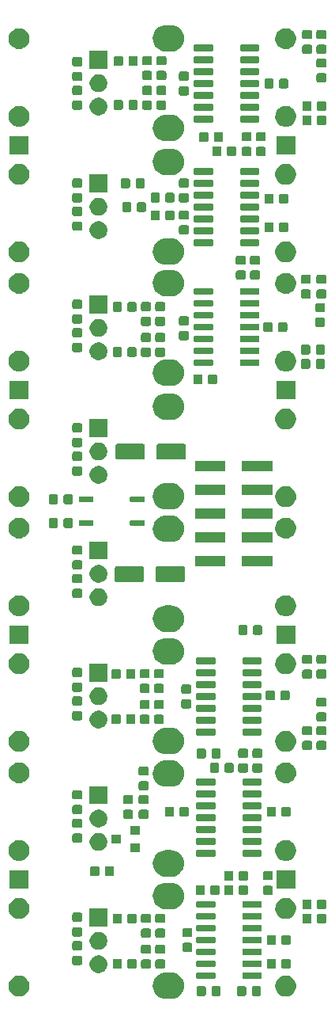
<source format=gbr>
G04 #@! TF.GenerationSoftware,KiCad,Pcbnew,(5.1.2)-2*
G04 #@! TF.CreationDate,2021-07-18T13:36:31+02:00*
G04 #@! TF.ProjectId,Octal,4f637461-6c2e-46b6-9963-61645f706362,1.0.0*
G04 #@! TF.SameCoordinates,Original*
G04 #@! TF.FileFunction,Soldermask,Bot*
G04 #@! TF.FilePolarity,Negative*
%FSLAX46Y46*%
G04 Gerber Fmt 4.6, Leading zero omitted, Abs format (unit mm)*
G04 Created by KiCad (PCBNEW (5.1.2)-2) date 2021-07-18 13:36:31*
%MOMM*%
%LPD*%
G04 APERTURE LIST*
%ADD10C,0.150000*%
G04 APERTURE END LIST*
D10*
G36*
X187857412Y-148389805D02*
G01*
X187995604Y-148403416D01*
X188261579Y-148484099D01*
X188261581Y-148484100D01*
X188506701Y-148615119D01*
X188721556Y-148791444D01*
X188897881Y-149006299D01*
X189028900Y-149251419D01*
X189028901Y-149251421D01*
X189109584Y-149517396D01*
X189136827Y-149794000D01*
X189109584Y-150070604D01*
X189083823Y-150155525D01*
X189028900Y-150336581D01*
X188897881Y-150581701D01*
X188721556Y-150796556D01*
X188506701Y-150972881D01*
X188261581Y-151103900D01*
X188261579Y-151103901D01*
X187995604Y-151184584D01*
X187857412Y-151198195D01*
X187788317Y-151205000D01*
X187129683Y-151205000D01*
X187060588Y-151198195D01*
X186922396Y-151184584D01*
X186656421Y-151103901D01*
X186656419Y-151103900D01*
X186411299Y-150972881D01*
X186196444Y-150796556D01*
X186020119Y-150581701D01*
X185889100Y-150336581D01*
X185834177Y-150155525D01*
X185808416Y-150070604D01*
X185781173Y-149794000D01*
X185808416Y-149517396D01*
X185889099Y-149251421D01*
X185889100Y-149251419D01*
X186020119Y-149006299D01*
X186196444Y-148791444D01*
X186411299Y-148615119D01*
X186656419Y-148484100D01*
X186656421Y-148484099D01*
X186922396Y-148403416D01*
X187060588Y-148389805D01*
X187129683Y-148383000D01*
X187788317Y-148383000D01*
X187857412Y-148389805D01*
X187857412Y-148389805D01*
G37*
G36*
X200278655Y-148742591D02*
G01*
X200350525Y-148756887D01*
X200553624Y-148841013D01*
X200736409Y-148963146D01*
X200891854Y-149118591D01*
X201013987Y-149301376D01*
X201098113Y-149504475D01*
X201112409Y-149576345D01*
X201141000Y-149720082D01*
X201141000Y-149939918D01*
X201138113Y-149954431D01*
X201098113Y-150155525D01*
X201013987Y-150358624D01*
X200891854Y-150541409D01*
X200736409Y-150696854D01*
X200553624Y-150818987D01*
X200350525Y-150903113D01*
X200278655Y-150917409D01*
X200134918Y-150946000D01*
X199915082Y-150946000D01*
X199771345Y-150917409D01*
X199699475Y-150903113D01*
X199496376Y-150818987D01*
X199313591Y-150696854D01*
X199158146Y-150541409D01*
X199036013Y-150358624D01*
X198951887Y-150155525D01*
X198911887Y-149954431D01*
X198909000Y-149939918D01*
X198909000Y-149720082D01*
X198937591Y-149576345D01*
X198951887Y-149504475D01*
X199036013Y-149301376D01*
X199158146Y-149118591D01*
X199313591Y-148963146D01*
X199496376Y-148841013D01*
X199699475Y-148756887D01*
X199771345Y-148742591D01*
X199915082Y-148714000D01*
X200134918Y-148714000D01*
X200278655Y-148742591D01*
X200278655Y-148742591D01*
G37*
G36*
X171703655Y-148742591D02*
G01*
X171775525Y-148756887D01*
X171978624Y-148841013D01*
X172161409Y-148963146D01*
X172316854Y-149118591D01*
X172438987Y-149301376D01*
X172523113Y-149504475D01*
X172537409Y-149576345D01*
X172566000Y-149720082D01*
X172566000Y-149939918D01*
X172563113Y-149954431D01*
X172523113Y-150155525D01*
X172438987Y-150358624D01*
X172316854Y-150541409D01*
X172161409Y-150696854D01*
X171978624Y-150818987D01*
X171775525Y-150903113D01*
X171703655Y-150917409D01*
X171559918Y-150946000D01*
X171340082Y-150946000D01*
X171196345Y-150917409D01*
X171124475Y-150903113D01*
X170921376Y-150818987D01*
X170738591Y-150696854D01*
X170583146Y-150541409D01*
X170461013Y-150358624D01*
X170376887Y-150155525D01*
X170336887Y-149954431D01*
X170334000Y-149939918D01*
X170334000Y-149720082D01*
X170362591Y-149576345D01*
X170376887Y-149504475D01*
X170461013Y-149301376D01*
X170583146Y-149118591D01*
X170738591Y-148963146D01*
X170921376Y-148841013D01*
X171124475Y-148756887D01*
X171196345Y-148742591D01*
X171340082Y-148714000D01*
X171559918Y-148714000D01*
X171703655Y-148742591D01*
X171703655Y-148742591D01*
G37*
G36*
X191324591Y-149846085D02*
G01*
X191358569Y-149856393D01*
X191389890Y-149873134D01*
X191417339Y-149895661D01*
X191439866Y-149923110D01*
X191456607Y-149954431D01*
X191466915Y-149988409D01*
X191471000Y-150029890D01*
X191471000Y-150706110D01*
X191466915Y-150747591D01*
X191456607Y-150781569D01*
X191439866Y-150812890D01*
X191417339Y-150840339D01*
X191389890Y-150862866D01*
X191358569Y-150879607D01*
X191324591Y-150889915D01*
X191283110Y-150894000D01*
X190681890Y-150894000D01*
X190640409Y-150889915D01*
X190606431Y-150879607D01*
X190575110Y-150862866D01*
X190547661Y-150840339D01*
X190525134Y-150812890D01*
X190508393Y-150781569D01*
X190498085Y-150747591D01*
X190494000Y-150706110D01*
X190494000Y-150029890D01*
X190498085Y-149988409D01*
X190508393Y-149954431D01*
X190525134Y-149923110D01*
X190547661Y-149895661D01*
X190575110Y-149873134D01*
X190606431Y-149856393D01*
X190640409Y-149846085D01*
X190681890Y-149842000D01*
X191283110Y-149842000D01*
X191324591Y-149846085D01*
X191324591Y-149846085D01*
G37*
G36*
X197217591Y-149846085D02*
G01*
X197251569Y-149856393D01*
X197282890Y-149873134D01*
X197310339Y-149895661D01*
X197332866Y-149923110D01*
X197349607Y-149954431D01*
X197359915Y-149988409D01*
X197364000Y-150029890D01*
X197364000Y-150706110D01*
X197359915Y-150747591D01*
X197349607Y-150781569D01*
X197332866Y-150812890D01*
X197310339Y-150840339D01*
X197282890Y-150862866D01*
X197251569Y-150879607D01*
X197217591Y-150889915D01*
X197176110Y-150894000D01*
X196574890Y-150894000D01*
X196533409Y-150889915D01*
X196499431Y-150879607D01*
X196468110Y-150862866D01*
X196440661Y-150840339D01*
X196418134Y-150812890D01*
X196401393Y-150781569D01*
X196391085Y-150747591D01*
X196387000Y-150706110D01*
X196387000Y-150029890D01*
X196391085Y-149988409D01*
X196401393Y-149954431D01*
X196418134Y-149923110D01*
X196440661Y-149895661D01*
X196468110Y-149873134D01*
X196499431Y-149856393D01*
X196533409Y-149846085D01*
X196574890Y-149842000D01*
X197176110Y-149842000D01*
X197217591Y-149846085D01*
X197217591Y-149846085D01*
G37*
G36*
X192899591Y-149846085D02*
G01*
X192933569Y-149856393D01*
X192964890Y-149873134D01*
X192992339Y-149895661D01*
X193014866Y-149923110D01*
X193031607Y-149954431D01*
X193041915Y-149988409D01*
X193046000Y-150029890D01*
X193046000Y-150706110D01*
X193041915Y-150747591D01*
X193031607Y-150781569D01*
X193014866Y-150812890D01*
X192992339Y-150840339D01*
X192964890Y-150862866D01*
X192933569Y-150879607D01*
X192899591Y-150889915D01*
X192858110Y-150894000D01*
X192256890Y-150894000D01*
X192215409Y-150889915D01*
X192181431Y-150879607D01*
X192150110Y-150862866D01*
X192122661Y-150840339D01*
X192100134Y-150812890D01*
X192083393Y-150781569D01*
X192073085Y-150747591D01*
X192069000Y-150706110D01*
X192069000Y-150029890D01*
X192073085Y-149988409D01*
X192083393Y-149954431D01*
X192100134Y-149923110D01*
X192122661Y-149895661D01*
X192150110Y-149873134D01*
X192181431Y-149856393D01*
X192215409Y-149846085D01*
X192256890Y-149842000D01*
X192858110Y-149842000D01*
X192899591Y-149846085D01*
X192899591Y-149846085D01*
G37*
G36*
X195642591Y-149846085D02*
G01*
X195676569Y-149856393D01*
X195707890Y-149873134D01*
X195735339Y-149895661D01*
X195757866Y-149923110D01*
X195774607Y-149954431D01*
X195784915Y-149988409D01*
X195789000Y-150029890D01*
X195789000Y-150706110D01*
X195784915Y-150747591D01*
X195774607Y-150781569D01*
X195757866Y-150812890D01*
X195735339Y-150840339D01*
X195707890Y-150862866D01*
X195676569Y-150879607D01*
X195642591Y-150889915D01*
X195601110Y-150894000D01*
X194999890Y-150894000D01*
X194958409Y-150889915D01*
X194924431Y-150879607D01*
X194893110Y-150862866D01*
X194865661Y-150840339D01*
X194843134Y-150812890D01*
X194826393Y-150781569D01*
X194816085Y-150747591D01*
X194812000Y-150706110D01*
X194812000Y-150029890D01*
X194816085Y-149988409D01*
X194826393Y-149954431D01*
X194843134Y-149923110D01*
X194865661Y-149895661D01*
X194893110Y-149873134D01*
X194924431Y-149856393D01*
X194958409Y-149846085D01*
X194999890Y-149842000D01*
X195601110Y-149842000D01*
X195642591Y-149846085D01*
X195642591Y-149846085D01*
G37*
G36*
X197338928Y-148368764D02*
G01*
X197360009Y-148375160D01*
X197379445Y-148385548D01*
X197396476Y-148399524D01*
X197410452Y-148416555D01*
X197420840Y-148435991D01*
X197427236Y-148457072D01*
X197430000Y-148485140D01*
X197430000Y-148948860D01*
X197427236Y-148976928D01*
X197420840Y-148998009D01*
X197410452Y-149017445D01*
X197396476Y-149034476D01*
X197379445Y-149048452D01*
X197360009Y-149058840D01*
X197338928Y-149065236D01*
X197310860Y-149068000D01*
X195497140Y-149068000D01*
X195469072Y-149065236D01*
X195447991Y-149058840D01*
X195428555Y-149048452D01*
X195411524Y-149034476D01*
X195397548Y-149017445D01*
X195387160Y-148998009D01*
X195380764Y-148976928D01*
X195378000Y-148948860D01*
X195378000Y-148485140D01*
X195380764Y-148457072D01*
X195387160Y-148435991D01*
X195397548Y-148416555D01*
X195411524Y-148399524D01*
X195428555Y-148385548D01*
X195447991Y-148375160D01*
X195469072Y-148368764D01*
X195497140Y-148366000D01*
X197310860Y-148366000D01*
X197338928Y-148368764D01*
X197338928Y-148368764D01*
G37*
G36*
X192388928Y-148368764D02*
G01*
X192410009Y-148375160D01*
X192429445Y-148385548D01*
X192446476Y-148399524D01*
X192460452Y-148416555D01*
X192470840Y-148435991D01*
X192477236Y-148457072D01*
X192480000Y-148485140D01*
X192480000Y-148948860D01*
X192477236Y-148976928D01*
X192470840Y-148998009D01*
X192460452Y-149017445D01*
X192446476Y-149034476D01*
X192429445Y-149048452D01*
X192410009Y-149058840D01*
X192388928Y-149065236D01*
X192360860Y-149068000D01*
X190547140Y-149068000D01*
X190519072Y-149065236D01*
X190497991Y-149058840D01*
X190478555Y-149048452D01*
X190461524Y-149034476D01*
X190447548Y-149017445D01*
X190437160Y-148998009D01*
X190430764Y-148976928D01*
X190428000Y-148948860D01*
X190428000Y-148485140D01*
X190430764Y-148457072D01*
X190437160Y-148435991D01*
X190447548Y-148416555D01*
X190461524Y-148399524D01*
X190478555Y-148385548D01*
X190497991Y-148375160D01*
X190519072Y-148368764D01*
X190547140Y-148366000D01*
X192360860Y-148366000D01*
X192388928Y-148368764D01*
X192388928Y-148368764D01*
G37*
G36*
X180236395Y-146579546D02*
G01*
X180409466Y-146651234D01*
X180409467Y-146651235D01*
X180565227Y-146755310D01*
X180697690Y-146887773D01*
X180732314Y-146939592D01*
X180801766Y-147043534D01*
X180873454Y-147216605D01*
X180910000Y-147400333D01*
X180910000Y-147587667D01*
X180873454Y-147771395D01*
X180801766Y-147944466D01*
X180782700Y-147973000D01*
X180697690Y-148100227D01*
X180565227Y-148232690D01*
X180486818Y-148285081D01*
X180409466Y-148336766D01*
X180236395Y-148408454D01*
X180052667Y-148445000D01*
X179865333Y-148445000D01*
X179681605Y-148408454D01*
X179508534Y-148336766D01*
X179431182Y-148285081D01*
X179352773Y-148232690D01*
X179220310Y-148100227D01*
X179135300Y-147973000D01*
X179116234Y-147944466D01*
X179044546Y-147771395D01*
X179008000Y-147587667D01*
X179008000Y-147400333D01*
X179044546Y-147216605D01*
X179116234Y-147043534D01*
X179185686Y-146939592D01*
X179220310Y-146887773D01*
X179352773Y-146755310D01*
X179508533Y-146651235D01*
X179508534Y-146651234D01*
X179681605Y-146579546D01*
X179865333Y-146543000D01*
X180052667Y-146543000D01*
X180236395Y-146579546D01*
X180236395Y-146579546D01*
G37*
G36*
X198817591Y-146925085D02*
G01*
X198851569Y-146935393D01*
X198882890Y-146952134D01*
X198910339Y-146974661D01*
X198932866Y-147002110D01*
X198949607Y-147033431D01*
X198959915Y-147067409D01*
X198964000Y-147108890D01*
X198964000Y-147785110D01*
X198959915Y-147826591D01*
X198949607Y-147860569D01*
X198932866Y-147891890D01*
X198910339Y-147919339D01*
X198882890Y-147941866D01*
X198851569Y-147958607D01*
X198817591Y-147968915D01*
X198776110Y-147973000D01*
X198174890Y-147973000D01*
X198133409Y-147968915D01*
X198099431Y-147958607D01*
X198068110Y-147941866D01*
X198040661Y-147919339D01*
X198018134Y-147891890D01*
X198001393Y-147860569D01*
X197991085Y-147826591D01*
X197987000Y-147785110D01*
X197987000Y-147108890D01*
X197991085Y-147067409D01*
X198001393Y-147033431D01*
X198018134Y-147002110D01*
X198040661Y-146974661D01*
X198068110Y-146952134D01*
X198099431Y-146935393D01*
X198133409Y-146925085D01*
X198174890Y-146921000D01*
X198776110Y-146921000D01*
X198817591Y-146925085D01*
X198817591Y-146925085D01*
G37*
G36*
X200392591Y-146925085D02*
G01*
X200426569Y-146935393D01*
X200457890Y-146952134D01*
X200485339Y-146974661D01*
X200507866Y-147002110D01*
X200524607Y-147033431D01*
X200534915Y-147067409D01*
X200539000Y-147108890D01*
X200539000Y-147785110D01*
X200534915Y-147826591D01*
X200524607Y-147860569D01*
X200507866Y-147891890D01*
X200485339Y-147919339D01*
X200457890Y-147941866D01*
X200426569Y-147958607D01*
X200392591Y-147968915D01*
X200351110Y-147973000D01*
X199749890Y-147973000D01*
X199708409Y-147968915D01*
X199674431Y-147958607D01*
X199643110Y-147941866D01*
X199615661Y-147919339D01*
X199593134Y-147891890D01*
X199576393Y-147860569D01*
X199566085Y-147826591D01*
X199562000Y-147785110D01*
X199562000Y-147108890D01*
X199566085Y-147067409D01*
X199576393Y-147033431D01*
X199593134Y-147002110D01*
X199615661Y-146974661D01*
X199643110Y-146952134D01*
X199674431Y-146935393D01*
X199708409Y-146925085D01*
X199749890Y-146921000D01*
X200351110Y-146921000D01*
X200392591Y-146925085D01*
X200392591Y-146925085D01*
G37*
G36*
X183882591Y-146925085D02*
G01*
X183916569Y-146935393D01*
X183947890Y-146952134D01*
X183975339Y-146974661D01*
X183997866Y-147002110D01*
X184014607Y-147033431D01*
X184024915Y-147067409D01*
X184029000Y-147108890D01*
X184029000Y-147785110D01*
X184024915Y-147826591D01*
X184014607Y-147860569D01*
X183997866Y-147891890D01*
X183975339Y-147919339D01*
X183947890Y-147941866D01*
X183916569Y-147958607D01*
X183882591Y-147968915D01*
X183841110Y-147973000D01*
X183239890Y-147973000D01*
X183198409Y-147968915D01*
X183164431Y-147958607D01*
X183133110Y-147941866D01*
X183105661Y-147919339D01*
X183083134Y-147891890D01*
X183066393Y-147860569D01*
X183056085Y-147826591D01*
X183052000Y-147785110D01*
X183052000Y-147108890D01*
X183056085Y-147067409D01*
X183066393Y-147033431D01*
X183083134Y-147002110D01*
X183105661Y-146974661D01*
X183133110Y-146952134D01*
X183164431Y-146935393D01*
X183198409Y-146925085D01*
X183239890Y-146921000D01*
X183841110Y-146921000D01*
X183882591Y-146925085D01*
X183882591Y-146925085D01*
G37*
G36*
X182307591Y-146925085D02*
G01*
X182341569Y-146935393D01*
X182372890Y-146952134D01*
X182400339Y-146974661D01*
X182422866Y-147002110D01*
X182439607Y-147033431D01*
X182449915Y-147067409D01*
X182454000Y-147108890D01*
X182454000Y-147785110D01*
X182449915Y-147826591D01*
X182439607Y-147860569D01*
X182422866Y-147891890D01*
X182400339Y-147919339D01*
X182372890Y-147941866D01*
X182341569Y-147958607D01*
X182307591Y-147968915D01*
X182266110Y-147973000D01*
X181664890Y-147973000D01*
X181623409Y-147968915D01*
X181589431Y-147958607D01*
X181558110Y-147941866D01*
X181530661Y-147919339D01*
X181508134Y-147891890D01*
X181491393Y-147860569D01*
X181481085Y-147826591D01*
X181477000Y-147785110D01*
X181477000Y-147108890D01*
X181481085Y-147067409D01*
X181491393Y-147033431D01*
X181508134Y-147002110D01*
X181530661Y-146974661D01*
X181558110Y-146952134D01*
X181589431Y-146935393D01*
X181623409Y-146925085D01*
X181664890Y-146921000D01*
X182266110Y-146921000D01*
X182307591Y-146925085D01*
X182307591Y-146925085D01*
G37*
G36*
X185418591Y-146988085D02*
G01*
X185452569Y-146998393D01*
X185483890Y-147015134D01*
X185511339Y-147037661D01*
X185533866Y-147065110D01*
X185550607Y-147096431D01*
X185560915Y-147130409D01*
X185565000Y-147171890D01*
X185565000Y-147773110D01*
X185560915Y-147814591D01*
X185550607Y-147848569D01*
X185533866Y-147879890D01*
X185511339Y-147907339D01*
X185483890Y-147929866D01*
X185452569Y-147946607D01*
X185418591Y-147956915D01*
X185377110Y-147961000D01*
X184700890Y-147961000D01*
X184659409Y-147956915D01*
X184625431Y-147946607D01*
X184594110Y-147929866D01*
X184566661Y-147907339D01*
X184544134Y-147879890D01*
X184527393Y-147848569D01*
X184517085Y-147814591D01*
X184513000Y-147773110D01*
X184513000Y-147171890D01*
X184517085Y-147130409D01*
X184527393Y-147096431D01*
X184544134Y-147065110D01*
X184566661Y-147037661D01*
X184594110Y-147015134D01*
X184625431Y-146998393D01*
X184659409Y-146988085D01*
X184700890Y-146984000D01*
X185377110Y-146984000D01*
X185418591Y-146988085D01*
X185418591Y-146988085D01*
G37*
G36*
X186942591Y-146988085D02*
G01*
X186976569Y-146998393D01*
X187007890Y-147015134D01*
X187035339Y-147037661D01*
X187057866Y-147065110D01*
X187074607Y-147096431D01*
X187084915Y-147130409D01*
X187089000Y-147171890D01*
X187089000Y-147773110D01*
X187084915Y-147814591D01*
X187074607Y-147848569D01*
X187057866Y-147879890D01*
X187035339Y-147907339D01*
X187007890Y-147929866D01*
X186976569Y-147946607D01*
X186942591Y-147956915D01*
X186901110Y-147961000D01*
X186224890Y-147961000D01*
X186183409Y-147956915D01*
X186149431Y-147946607D01*
X186118110Y-147929866D01*
X186090661Y-147907339D01*
X186068134Y-147879890D01*
X186051393Y-147848569D01*
X186041085Y-147814591D01*
X186037000Y-147773110D01*
X186037000Y-147171890D01*
X186041085Y-147130409D01*
X186051393Y-147096431D01*
X186068134Y-147065110D01*
X186090661Y-147037661D01*
X186118110Y-147015134D01*
X186149431Y-146998393D01*
X186183409Y-146988085D01*
X186224890Y-146984000D01*
X186901110Y-146984000D01*
X186942591Y-146988085D01*
X186942591Y-146988085D01*
G37*
G36*
X197338928Y-147098764D02*
G01*
X197360009Y-147105160D01*
X197379445Y-147115548D01*
X197396476Y-147129524D01*
X197410452Y-147146555D01*
X197420840Y-147165991D01*
X197427236Y-147187072D01*
X197430000Y-147215140D01*
X197430000Y-147678860D01*
X197427236Y-147706928D01*
X197420840Y-147728009D01*
X197410452Y-147747445D01*
X197396476Y-147764476D01*
X197379445Y-147778452D01*
X197360009Y-147788840D01*
X197338928Y-147795236D01*
X197310860Y-147798000D01*
X195497140Y-147798000D01*
X195469072Y-147795236D01*
X195447991Y-147788840D01*
X195428555Y-147778452D01*
X195411524Y-147764476D01*
X195397548Y-147747445D01*
X195387160Y-147728009D01*
X195380764Y-147706928D01*
X195378000Y-147678860D01*
X195378000Y-147215140D01*
X195380764Y-147187072D01*
X195387160Y-147165991D01*
X195397548Y-147146555D01*
X195411524Y-147129524D01*
X195428555Y-147115548D01*
X195447991Y-147105160D01*
X195469072Y-147098764D01*
X195497140Y-147096000D01*
X197310860Y-147096000D01*
X197338928Y-147098764D01*
X197338928Y-147098764D01*
G37*
G36*
X192388928Y-147098764D02*
G01*
X192410009Y-147105160D01*
X192429445Y-147115548D01*
X192446476Y-147129524D01*
X192460452Y-147146555D01*
X192470840Y-147165991D01*
X192477236Y-147187072D01*
X192480000Y-147215140D01*
X192480000Y-147678860D01*
X192477236Y-147706928D01*
X192470840Y-147728009D01*
X192460452Y-147747445D01*
X192446476Y-147764476D01*
X192429445Y-147778452D01*
X192410009Y-147788840D01*
X192388928Y-147795236D01*
X192360860Y-147798000D01*
X190547140Y-147798000D01*
X190519072Y-147795236D01*
X190497991Y-147788840D01*
X190478555Y-147778452D01*
X190461524Y-147764476D01*
X190447548Y-147747445D01*
X190437160Y-147728009D01*
X190430764Y-147706928D01*
X190428000Y-147678860D01*
X190428000Y-147215140D01*
X190430764Y-147187072D01*
X190437160Y-147165991D01*
X190447548Y-147146555D01*
X190461524Y-147129524D01*
X190478555Y-147115548D01*
X190497991Y-147105160D01*
X190519072Y-147098764D01*
X190547140Y-147096000D01*
X192360860Y-147096000D01*
X192388928Y-147098764D01*
X192388928Y-147098764D01*
G37*
G36*
X178052591Y-146607085D02*
G01*
X178086569Y-146617393D01*
X178117890Y-146634134D01*
X178145339Y-146656661D01*
X178167866Y-146684110D01*
X178184607Y-146715431D01*
X178194915Y-146749409D01*
X178199000Y-146790890D01*
X178199000Y-147392110D01*
X178194915Y-147433591D01*
X178184607Y-147467569D01*
X178167866Y-147498890D01*
X178145339Y-147526339D01*
X178117890Y-147548866D01*
X178086569Y-147565607D01*
X178052591Y-147575915D01*
X178011110Y-147580000D01*
X177334890Y-147580000D01*
X177293409Y-147575915D01*
X177259431Y-147565607D01*
X177228110Y-147548866D01*
X177200661Y-147526339D01*
X177178134Y-147498890D01*
X177161393Y-147467569D01*
X177151085Y-147433591D01*
X177147000Y-147392110D01*
X177147000Y-146790890D01*
X177151085Y-146749409D01*
X177161393Y-146715431D01*
X177178134Y-146684110D01*
X177200661Y-146656661D01*
X177228110Y-146634134D01*
X177259431Y-146617393D01*
X177293409Y-146607085D01*
X177334890Y-146603000D01*
X178011110Y-146603000D01*
X178052591Y-146607085D01*
X178052591Y-146607085D01*
G37*
G36*
X192388928Y-145828764D02*
G01*
X192410009Y-145835160D01*
X192429445Y-145845548D01*
X192446476Y-145859524D01*
X192460452Y-145876555D01*
X192470840Y-145895991D01*
X192477236Y-145917072D01*
X192480000Y-145945140D01*
X192480000Y-146408860D01*
X192477236Y-146436928D01*
X192470840Y-146458009D01*
X192460452Y-146477445D01*
X192446476Y-146494476D01*
X192429445Y-146508452D01*
X192410009Y-146518840D01*
X192388928Y-146525236D01*
X192360860Y-146528000D01*
X190547140Y-146528000D01*
X190519072Y-146525236D01*
X190497991Y-146518840D01*
X190478555Y-146508452D01*
X190461524Y-146494476D01*
X190447548Y-146477445D01*
X190437160Y-146458009D01*
X190430764Y-146436928D01*
X190428000Y-146408860D01*
X190428000Y-145945140D01*
X190430764Y-145917072D01*
X190437160Y-145895991D01*
X190447548Y-145876555D01*
X190461524Y-145859524D01*
X190478555Y-145845548D01*
X190497991Y-145835160D01*
X190519072Y-145828764D01*
X190547140Y-145826000D01*
X192360860Y-145826000D01*
X192388928Y-145828764D01*
X192388928Y-145828764D01*
G37*
G36*
X197338928Y-145828764D02*
G01*
X197360009Y-145835160D01*
X197379445Y-145845548D01*
X197396476Y-145859524D01*
X197410452Y-145876555D01*
X197420840Y-145895991D01*
X197427236Y-145917072D01*
X197430000Y-145945140D01*
X197430000Y-146408860D01*
X197427236Y-146436928D01*
X197420840Y-146458009D01*
X197410452Y-146477445D01*
X197396476Y-146494476D01*
X197379445Y-146508452D01*
X197360009Y-146518840D01*
X197338928Y-146525236D01*
X197310860Y-146528000D01*
X195497140Y-146528000D01*
X195469072Y-146525236D01*
X195447991Y-146518840D01*
X195428555Y-146508452D01*
X195411524Y-146494476D01*
X195397548Y-146477445D01*
X195387160Y-146458009D01*
X195380764Y-146436928D01*
X195378000Y-146408860D01*
X195378000Y-145945140D01*
X195380764Y-145917072D01*
X195387160Y-145895991D01*
X195397548Y-145876555D01*
X195411524Y-145859524D01*
X195428555Y-145845548D01*
X195447991Y-145835160D01*
X195469072Y-145828764D01*
X195497140Y-145826000D01*
X197310860Y-145826000D01*
X197338928Y-145828764D01*
X197338928Y-145828764D01*
G37*
G36*
X186942591Y-145413085D02*
G01*
X186976569Y-145423393D01*
X187007890Y-145440134D01*
X187035339Y-145462661D01*
X187057866Y-145490110D01*
X187074607Y-145521431D01*
X187084915Y-145555409D01*
X187089000Y-145596890D01*
X187089000Y-146198110D01*
X187084915Y-146239591D01*
X187074607Y-146273569D01*
X187057866Y-146304890D01*
X187035339Y-146332339D01*
X187007890Y-146354866D01*
X186976569Y-146371607D01*
X186942591Y-146381915D01*
X186901110Y-146386000D01*
X186224890Y-146386000D01*
X186183409Y-146381915D01*
X186149431Y-146371607D01*
X186118110Y-146354866D01*
X186090661Y-146332339D01*
X186068134Y-146304890D01*
X186051393Y-146273569D01*
X186041085Y-146239591D01*
X186037000Y-146198110D01*
X186037000Y-145596890D01*
X186041085Y-145555409D01*
X186051393Y-145521431D01*
X186068134Y-145490110D01*
X186090661Y-145462661D01*
X186118110Y-145440134D01*
X186149431Y-145423393D01*
X186183409Y-145413085D01*
X186224890Y-145409000D01*
X186901110Y-145409000D01*
X186942591Y-145413085D01*
X186942591Y-145413085D01*
G37*
G36*
X185418591Y-145413085D02*
G01*
X185452569Y-145423393D01*
X185483890Y-145440134D01*
X185511339Y-145462661D01*
X185533866Y-145490110D01*
X185550607Y-145521431D01*
X185560915Y-145555409D01*
X185565000Y-145596890D01*
X185565000Y-146198110D01*
X185560915Y-146239591D01*
X185550607Y-146273569D01*
X185533866Y-146304890D01*
X185511339Y-146332339D01*
X185483890Y-146354866D01*
X185452569Y-146371607D01*
X185418591Y-146381915D01*
X185377110Y-146386000D01*
X184700890Y-146386000D01*
X184659409Y-146381915D01*
X184625431Y-146371607D01*
X184594110Y-146354866D01*
X184566661Y-146332339D01*
X184544134Y-146304890D01*
X184527393Y-146273569D01*
X184517085Y-146239591D01*
X184513000Y-146198110D01*
X184513000Y-145596890D01*
X184517085Y-145555409D01*
X184527393Y-145521431D01*
X184544134Y-145490110D01*
X184566661Y-145462661D01*
X184594110Y-145440134D01*
X184625431Y-145423393D01*
X184659409Y-145413085D01*
X184700890Y-145409000D01*
X185377110Y-145409000D01*
X185418591Y-145413085D01*
X185418591Y-145413085D01*
G37*
G36*
X189863591Y-145210085D02*
G01*
X189897569Y-145220393D01*
X189928890Y-145237134D01*
X189956339Y-145259661D01*
X189978866Y-145287110D01*
X189995607Y-145318431D01*
X190005915Y-145352409D01*
X190010000Y-145393890D01*
X190010000Y-145995110D01*
X190005915Y-146036591D01*
X189995607Y-146070569D01*
X189978866Y-146101890D01*
X189956339Y-146129339D01*
X189928890Y-146151866D01*
X189897569Y-146168607D01*
X189863591Y-146178915D01*
X189822110Y-146183000D01*
X189145890Y-146183000D01*
X189104409Y-146178915D01*
X189070431Y-146168607D01*
X189039110Y-146151866D01*
X189011661Y-146129339D01*
X188989134Y-146101890D01*
X188972393Y-146070569D01*
X188962085Y-146036591D01*
X188958000Y-145995110D01*
X188958000Y-145393890D01*
X188962085Y-145352409D01*
X188972393Y-145318431D01*
X188989134Y-145287110D01*
X189011661Y-145259661D01*
X189039110Y-145237134D01*
X189070431Y-145220393D01*
X189104409Y-145210085D01*
X189145890Y-145206000D01*
X189822110Y-145206000D01*
X189863591Y-145210085D01*
X189863591Y-145210085D01*
G37*
G36*
X178052591Y-145032085D02*
G01*
X178086569Y-145042393D01*
X178117890Y-145059134D01*
X178145339Y-145081661D01*
X178167866Y-145109110D01*
X178184607Y-145140431D01*
X178194915Y-145174409D01*
X178199000Y-145215890D01*
X178199000Y-145817110D01*
X178194915Y-145858591D01*
X178184607Y-145892569D01*
X178167866Y-145923890D01*
X178145339Y-145951339D01*
X178117890Y-145973866D01*
X178086569Y-145990607D01*
X178052591Y-146000915D01*
X178011110Y-146005000D01*
X177334890Y-146005000D01*
X177293409Y-146000915D01*
X177259431Y-145990607D01*
X177228110Y-145973866D01*
X177200661Y-145951339D01*
X177178134Y-145923890D01*
X177161393Y-145892569D01*
X177151085Y-145858591D01*
X177147000Y-145817110D01*
X177147000Y-145215890D01*
X177151085Y-145174409D01*
X177161393Y-145140431D01*
X177178134Y-145109110D01*
X177200661Y-145081661D01*
X177228110Y-145059134D01*
X177259431Y-145042393D01*
X177293409Y-145032085D01*
X177334890Y-145028000D01*
X178011110Y-145028000D01*
X178052591Y-145032085D01*
X178052591Y-145032085D01*
G37*
G36*
X180236395Y-144079546D02*
G01*
X180409466Y-144151234D01*
X180409467Y-144151235D01*
X180565227Y-144255310D01*
X180697690Y-144387773D01*
X180713967Y-144412134D01*
X180801766Y-144543534D01*
X180873454Y-144716605D01*
X180910000Y-144900333D01*
X180910000Y-145087667D01*
X180873454Y-145271395D01*
X180801766Y-145444466D01*
X180752931Y-145517552D01*
X180697690Y-145600227D01*
X180565227Y-145732690D01*
X180523232Y-145760750D01*
X180409466Y-145836766D01*
X180236395Y-145908454D01*
X180052667Y-145945000D01*
X179865333Y-145945000D01*
X179681605Y-145908454D01*
X179508534Y-145836766D01*
X179394768Y-145760750D01*
X179352773Y-145732690D01*
X179220310Y-145600227D01*
X179165069Y-145517552D01*
X179116234Y-145444466D01*
X179044546Y-145271395D01*
X179008000Y-145087667D01*
X179008000Y-144900333D01*
X179044546Y-144716605D01*
X179116234Y-144543534D01*
X179204033Y-144412134D01*
X179220310Y-144387773D01*
X179352773Y-144255310D01*
X179508533Y-144151235D01*
X179508534Y-144151234D01*
X179681605Y-144079546D01*
X179865333Y-144043000D01*
X180052667Y-144043000D01*
X180236395Y-144079546D01*
X180236395Y-144079546D01*
G37*
G36*
X198817591Y-144385085D02*
G01*
X198851569Y-144395393D01*
X198882890Y-144412134D01*
X198910339Y-144434661D01*
X198932866Y-144462110D01*
X198949607Y-144493431D01*
X198959915Y-144527409D01*
X198964000Y-144568890D01*
X198964000Y-145245110D01*
X198959915Y-145286591D01*
X198949607Y-145320569D01*
X198932866Y-145351890D01*
X198910339Y-145379339D01*
X198882890Y-145401866D01*
X198851569Y-145418607D01*
X198817591Y-145428915D01*
X198776110Y-145433000D01*
X198174890Y-145433000D01*
X198133409Y-145428915D01*
X198099431Y-145418607D01*
X198068110Y-145401866D01*
X198040661Y-145379339D01*
X198018134Y-145351890D01*
X198001393Y-145320569D01*
X197991085Y-145286591D01*
X197987000Y-145245110D01*
X197987000Y-144568890D01*
X197991085Y-144527409D01*
X198001393Y-144493431D01*
X198018134Y-144462110D01*
X198040661Y-144434661D01*
X198068110Y-144412134D01*
X198099431Y-144395393D01*
X198133409Y-144385085D01*
X198174890Y-144381000D01*
X198776110Y-144381000D01*
X198817591Y-144385085D01*
X198817591Y-144385085D01*
G37*
G36*
X200392591Y-144385085D02*
G01*
X200426569Y-144395393D01*
X200457890Y-144412134D01*
X200485339Y-144434661D01*
X200507866Y-144462110D01*
X200524607Y-144493431D01*
X200534915Y-144527409D01*
X200539000Y-144568890D01*
X200539000Y-145245110D01*
X200534915Y-145286591D01*
X200524607Y-145320569D01*
X200507866Y-145351890D01*
X200485339Y-145379339D01*
X200457890Y-145401866D01*
X200426569Y-145418607D01*
X200392591Y-145428915D01*
X200351110Y-145433000D01*
X199749890Y-145433000D01*
X199708409Y-145428915D01*
X199674431Y-145418607D01*
X199643110Y-145401866D01*
X199615661Y-145379339D01*
X199593134Y-145351890D01*
X199576393Y-145320569D01*
X199566085Y-145286591D01*
X199562000Y-145245110D01*
X199562000Y-144568890D01*
X199566085Y-144527409D01*
X199576393Y-144493431D01*
X199593134Y-144462110D01*
X199615661Y-144434661D01*
X199643110Y-144412134D01*
X199674431Y-144395393D01*
X199708409Y-144385085D01*
X199749890Y-144381000D01*
X200351110Y-144381000D01*
X200392591Y-144385085D01*
X200392591Y-144385085D01*
G37*
G36*
X192388928Y-144558764D02*
G01*
X192410009Y-144565160D01*
X192429445Y-144575548D01*
X192446476Y-144589524D01*
X192460452Y-144606555D01*
X192470840Y-144625991D01*
X192477236Y-144647072D01*
X192480000Y-144675140D01*
X192480000Y-145138860D01*
X192477236Y-145166928D01*
X192470840Y-145188009D01*
X192460452Y-145207445D01*
X192446476Y-145224476D01*
X192429445Y-145238452D01*
X192410009Y-145248840D01*
X192388928Y-145255236D01*
X192360860Y-145258000D01*
X190547140Y-145258000D01*
X190519072Y-145255236D01*
X190497991Y-145248840D01*
X190478555Y-145238452D01*
X190461524Y-145224476D01*
X190447548Y-145207445D01*
X190437160Y-145188009D01*
X190430764Y-145166928D01*
X190428000Y-145138860D01*
X190428000Y-144675140D01*
X190430764Y-144647072D01*
X190437160Y-144625991D01*
X190447548Y-144606555D01*
X190461524Y-144589524D01*
X190478555Y-144575548D01*
X190497991Y-144565160D01*
X190519072Y-144558764D01*
X190547140Y-144556000D01*
X192360860Y-144556000D01*
X192388928Y-144558764D01*
X192388928Y-144558764D01*
G37*
G36*
X197338928Y-144558764D02*
G01*
X197360009Y-144565160D01*
X197379445Y-144575548D01*
X197396476Y-144589524D01*
X197410452Y-144606555D01*
X197420840Y-144625991D01*
X197427236Y-144647072D01*
X197430000Y-144675140D01*
X197430000Y-145138860D01*
X197427236Y-145166928D01*
X197420840Y-145188009D01*
X197410452Y-145207445D01*
X197396476Y-145224476D01*
X197379445Y-145238452D01*
X197360009Y-145248840D01*
X197338928Y-145255236D01*
X197310860Y-145258000D01*
X195497140Y-145258000D01*
X195469072Y-145255236D01*
X195447991Y-145248840D01*
X195428555Y-145238452D01*
X195411524Y-145224476D01*
X195397548Y-145207445D01*
X195387160Y-145188009D01*
X195380764Y-145166928D01*
X195378000Y-145138860D01*
X195378000Y-144675140D01*
X195380764Y-144647072D01*
X195387160Y-144625991D01*
X195397548Y-144606555D01*
X195411524Y-144589524D01*
X195428555Y-144575548D01*
X195447991Y-144565160D01*
X195469072Y-144558764D01*
X195497140Y-144556000D01*
X197310860Y-144556000D01*
X197338928Y-144558764D01*
X197338928Y-144558764D01*
G37*
G36*
X185418591Y-143686085D02*
G01*
X185452569Y-143696393D01*
X185483890Y-143713134D01*
X185511339Y-143735661D01*
X185533866Y-143763110D01*
X185550607Y-143794431D01*
X185560915Y-143828409D01*
X185565000Y-143869890D01*
X185565000Y-144471110D01*
X185560915Y-144512591D01*
X185550607Y-144546569D01*
X185533866Y-144577890D01*
X185511339Y-144605339D01*
X185483890Y-144627866D01*
X185452569Y-144644607D01*
X185418591Y-144654915D01*
X185377110Y-144659000D01*
X184700890Y-144659000D01*
X184659409Y-144654915D01*
X184625431Y-144644607D01*
X184594110Y-144627866D01*
X184566661Y-144605339D01*
X184544134Y-144577890D01*
X184527393Y-144546569D01*
X184517085Y-144512591D01*
X184513000Y-144471110D01*
X184513000Y-143869890D01*
X184517085Y-143828409D01*
X184527393Y-143794431D01*
X184544134Y-143763110D01*
X184566661Y-143735661D01*
X184594110Y-143713134D01*
X184625431Y-143696393D01*
X184659409Y-143686085D01*
X184700890Y-143682000D01*
X185377110Y-143682000D01*
X185418591Y-143686085D01*
X185418591Y-143686085D01*
G37*
G36*
X186942591Y-143686085D02*
G01*
X186976569Y-143696393D01*
X187007890Y-143713134D01*
X187035339Y-143735661D01*
X187057866Y-143763110D01*
X187074607Y-143794431D01*
X187084915Y-143828409D01*
X187089000Y-143869890D01*
X187089000Y-144471110D01*
X187084915Y-144512591D01*
X187074607Y-144546569D01*
X187057866Y-144577890D01*
X187035339Y-144605339D01*
X187007890Y-144627866D01*
X186976569Y-144644607D01*
X186942591Y-144654915D01*
X186901110Y-144659000D01*
X186224890Y-144659000D01*
X186183409Y-144654915D01*
X186149431Y-144644607D01*
X186118110Y-144627866D01*
X186090661Y-144605339D01*
X186068134Y-144577890D01*
X186051393Y-144546569D01*
X186041085Y-144512591D01*
X186037000Y-144471110D01*
X186037000Y-143869890D01*
X186041085Y-143828409D01*
X186051393Y-143794431D01*
X186068134Y-143763110D01*
X186090661Y-143735661D01*
X186118110Y-143713134D01*
X186149431Y-143696393D01*
X186183409Y-143686085D01*
X186224890Y-143682000D01*
X186901110Y-143682000D01*
X186942591Y-143686085D01*
X186942591Y-143686085D01*
G37*
G36*
X189863591Y-143635085D02*
G01*
X189897569Y-143645393D01*
X189928890Y-143662134D01*
X189956339Y-143684661D01*
X189978866Y-143712110D01*
X189995607Y-143743431D01*
X190005915Y-143777409D01*
X190010000Y-143818890D01*
X190010000Y-144420110D01*
X190005915Y-144461591D01*
X189995607Y-144495569D01*
X189978866Y-144526890D01*
X189956339Y-144554339D01*
X189928890Y-144576866D01*
X189897569Y-144593607D01*
X189863591Y-144603915D01*
X189822110Y-144608000D01*
X189145890Y-144608000D01*
X189104409Y-144603915D01*
X189070431Y-144593607D01*
X189039110Y-144576866D01*
X189011661Y-144554339D01*
X188989134Y-144526890D01*
X188972393Y-144495569D01*
X188962085Y-144461591D01*
X188958000Y-144420110D01*
X188958000Y-143818890D01*
X188962085Y-143777409D01*
X188972393Y-143743431D01*
X188989134Y-143712110D01*
X189011661Y-143684661D01*
X189039110Y-143662134D01*
X189070431Y-143645393D01*
X189104409Y-143635085D01*
X189145890Y-143631000D01*
X189822110Y-143631000D01*
X189863591Y-143635085D01*
X189863591Y-143635085D01*
G37*
G36*
X178052591Y-143559085D02*
G01*
X178086569Y-143569393D01*
X178117890Y-143586134D01*
X178145339Y-143608661D01*
X178167866Y-143636110D01*
X178184607Y-143667431D01*
X178194915Y-143701409D01*
X178199000Y-143742890D01*
X178199000Y-144344110D01*
X178194915Y-144385591D01*
X178184607Y-144419569D01*
X178167866Y-144450890D01*
X178145339Y-144478339D01*
X178117890Y-144500866D01*
X178086569Y-144517607D01*
X178052591Y-144527915D01*
X178011110Y-144532000D01*
X177334890Y-144532000D01*
X177293409Y-144527915D01*
X177259431Y-144517607D01*
X177228110Y-144500866D01*
X177200661Y-144478339D01*
X177178134Y-144450890D01*
X177161393Y-144419569D01*
X177151085Y-144385591D01*
X177147000Y-144344110D01*
X177147000Y-143742890D01*
X177151085Y-143701409D01*
X177161393Y-143667431D01*
X177178134Y-143636110D01*
X177200661Y-143608661D01*
X177228110Y-143586134D01*
X177259431Y-143569393D01*
X177293409Y-143559085D01*
X177334890Y-143555000D01*
X178011110Y-143555000D01*
X178052591Y-143559085D01*
X178052591Y-143559085D01*
G37*
G36*
X197338928Y-143288764D02*
G01*
X197360009Y-143295160D01*
X197379445Y-143305548D01*
X197396476Y-143319524D01*
X197410452Y-143336555D01*
X197420840Y-143355991D01*
X197427236Y-143377072D01*
X197430000Y-143405140D01*
X197430000Y-143868860D01*
X197427236Y-143896928D01*
X197420840Y-143918009D01*
X197410452Y-143937445D01*
X197396476Y-143954476D01*
X197379445Y-143968452D01*
X197360009Y-143978840D01*
X197338928Y-143985236D01*
X197310860Y-143988000D01*
X195497140Y-143988000D01*
X195469072Y-143985236D01*
X195447991Y-143978840D01*
X195428555Y-143968452D01*
X195411524Y-143954476D01*
X195397548Y-143937445D01*
X195387160Y-143918009D01*
X195380764Y-143896928D01*
X195378000Y-143868860D01*
X195378000Y-143405140D01*
X195380764Y-143377072D01*
X195387160Y-143355991D01*
X195397548Y-143336555D01*
X195411524Y-143319524D01*
X195428555Y-143305548D01*
X195447991Y-143295160D01*
X195469072Y-143288764D01*
X195497140Y-143286000D01*
X197310860Y-143286000D01*
X197338928Y-143288764D01*
X197338928Y-143288764D01*
G37*
G36*
X192388928Y-143288764D02*
G01*
X192410009Y-143295160D01*
X192429445Y-143305548D01*
X192446476Y-143319524D01*
X192460452Y-143336555D01*
X192470840Y-143355991D01*
X192477236Y-143377072D01*
X192480000Y-143405140D01*
X192480000Y-143868860D01*
X192477236Y-143896928D01*
X192470840Y-143918009D01*
X192460452Y-143937445D01*
X192446476Y-143954476D01*
X192429445Y-143968452D01*
X192410009Y-143978840D01*
X192388928Y-143985236D01*
X192360860Y-143988000D01*
X190547140Y-143988000D01*
X190519072Y-143985236D01*
X190497991Y-143978840D01*
X190478555Y-143968452D01*
X190461524Y-143954476D01*
X190447548Y-143937445D01*
X190437160Y-143918009D01*
X190430764Y-143896928D01*
X190428000Y-143868860D01*
X190428000Y-143405140D01*
X190430764Y-143377072D01*
X190437160Y-143355991D01*
X190447548Y-143336555D01*
X190461524Y-143319524D01*
X190478555Y-143305548D01*
X190497991Y-143295160D01*
X190519072Y-143288764D01*
X190547140Y-143286000D01*
X192360860Y-143286000D01*
X192388928Y-143288764D01*
X192388928Y-143288764D01*
G37*
G36*
X180910000Y-143445000D02*
G01*
X179008000Y-143445000D01*
X179008000Y-141543000D01*
X180910000Y-141543000D01*
X180910000Y-143445000D01*
X180910000Y-143445000D01*
G37*
G36*
X183882591Y-142099085D02*
G01*
X183916569Y-142109393D01*
X183947890Y-142126134D01*
X183975339Y-142148661D01*
X183997866Y-142176110D01*
X184014607Y-142207431D01*
X184024915Y-142241409D01*
X184029000Y-142282890D01*
X184029000Y-142959110D01*
X184024915Y-143000591D01*
X184014607Y-143034569D01*
X183997866Y-143065890D01*
X183975339Y-143093339D01*
X183947890Y-143115866D01*
X183916569Y-143132607D01*
X183882591Y-143142915D01*
X183841110Y-143147000D01*
X183239890Y-143147000D01*
X183198409Y-143142915D01*
X183164431Y-143132607D01*
X183133110Y-143115866D01*
X183105661Y-143093339D01*
X183083134Y-143065890D01*
X183066393Y-143034569D01*
X183056085Y-143000591D01*
X183052000Y-142959110D01*
X183052000Y-142282890D01*
X183056085Y-142241409D01*
X183066393Y-142207431D01*
X183083134Y-142176110D01*
X183105661Y-142148661D01*
X183133110Y-142126134D01*
X183164431Y-142109393D01*
X183198409Y-142099085D01*
X183239890Y-142095000D01*
X183841110Y-142095000D01*
X183882591Y-142099085D01*
X183882591Y-142099085D01*
G37*
G36*
X182307591Y-142099085D02*
G01*
X182341569Y-142109393D01*
X182372890Y-142126134D01*
X182400339Y-142148661D01*
X182422866Y-142176110D01*
X182439607Y-142207431D01*
X182449915Y-142241409D01*
X182454000Y-142282890D01*
X182454000Y-142959110D01*
X182449915Y-143000591D01*
X182439607Y-143034569D01*
X182422866Y-143065890D01*
X182400339Y-143093339D01*
X182372890Y-143115866D01*
X182341569Y-143132607D01*
X182307591Y-143142915D01*
X182266110Y-143147000D01*
X181664890Y-143147000D01*
X181623409Y-143142915D01*
X181589431Y-143132607D01*
X181558110Y-143115866D01*
X181530661Y-143093339D01*
X181508134Y-143065890D01*
X181491393Y-143034569D01*
X181481085Y-143000591D01*
X181477000Y-142959110D01*
X181477000Y-142282890D01*
X181481085Y-142241409D01*
X181491393Y-142207431D01*
X181508134Y-142176110D01*
X181530661Y-142148661D01*
X181558110Y-142126134D01*
X181589431Y-142109393D01*
X181623409Y-142099085D01*
X181664890Y-142095000D01*
X182266110Y-142095000D01*
X182307591Y-142099085D01*
X182307591Y-142099085D01*
G37*
G36*
X204202591Y-142099085D02*
G01*
X204236569Y-142109393D01*
X204267890Y-142126134D01*
X204295339Y-142148661D01*
X204317866Y-142176110D01*
X204334607Y-142207431D01*
X204344915Y-142241409D01*
X204349000Y-142282890D01*
X204349000Y-142959110D01*
X204344915Y-143000591D01*
X204334607Y-143034569D01*
X204317866Y-143065890D01*
X204295339Y-143093339D01*
X204267890Y-143115866D01*
X204236569Y-143132607D01*
X204202591Y-143142915D01*
X204161110Y-143147000D01*
X203559890Y-143147000D01*
X203518409Y-143142915D01*
X203484431Y-143132607D01*
X203453110Y-143115866D01*
X203425661Y-143093339D01*
X203403134Y-143065890D01*
X203386393Y-143034569D01*
X203376085Y-143000591D01*
X203372000Y-142959110D01*
X203372000Y-142282890D01*
X203376085Y-142241409D01*
X203386393Y-142207431D01*
X203403134Y-142176110D01*
X203425661Y-142148661D01*
X203453110Y-142126134D01*
X203484431Y-142109393D01*
X203518409Y-142099085D01*
X203559890Y-142095000D01*
X204161110Y-142095000D01*
X204202591Y-142099085D01*
X204202591Y-142099085D01*
G37*
G36*
X202627591Y-142099085D02*
G01*
X202661569Y-142109393D01*
X202692890Y-142126134D01*
X202720339Y-142148661D01*
X202742866Y-142176110D01*
X202759607Y-142207431D01*
X202769915Y-142241409D01*
X202774000Y-142282890D01*
X202774000Y-142959110D01*
X202769915Y-143000591D01*
X202759607Y-143034569D01*
X202742866Y-143065890D01*
X202720339Y-143093339D01*
X202692890Y-143115866D01*
X202661569Y-143132607D01*
X202627591Y-143142915D01*
X202586110Y-143147000D01*
X201984890Y-143147000D01*
X201943409Y-143142915D01*
X201909431Y-143132607D01*
X201878110Y-143115866D01*
X201850661Y-143093339D01*
X201828134Y-143065890D01*
X201811393Y-143034569D01*
X201801085Y-143000591D01*
X201797000Y-142959110D01*
X201797000Y-142282890D01*
X201801085Y-142241409D01*
X201811393Y-142207431D01*
X201828134Y-142176110D01*
X201850661Y-142148661D01*
X201878110Y-142126134D01*
X201909431Y-142109393D01*
X201943409Y-142099085D01*
X201984890Y-142095000D01*
X202586110Y-142095000D01*
X202627591Y-142099085D01*
X202627591Y-142099085D01*
G37*
G36*
X186942591Y-142111085D02*
G01*
X186976569Y-142121393D01*
X187007890Y-142138134D01*
X187035339Y-142160661D01*
X187057866Y-142188110D01*
X187074607Y-142219431D01*
X187084915Y-142253409D01*
X187089000Y-142294890D01*
X187089000Y-142896110D01*
X187084915Y-142937591D01*
X187074607Y-142971569D01*
X187057866Y-143002890D01*
X187035339Y-143030339D01*
X187007890Y-143052866D01*
X186976569Y-143069607D01*
X186942591Y-143079915D01*
X186901110Y-143084000D01*
X186224890Y-143084000D01*
X186183409Y-143079915D01*
X186149431Y-143069607D01*
X186118110Y-143052866D01*
X186090661Y-143030339D01*
X186068134Y-143002890D01*
X186051393Y-142971569D01*
X186041085Y-142937591D01*
X186037000Y-142896110D01*
X186037000Y-142294890D01*
X186041085Y-142253409D01*
X186051393Y-142219431D01*
X186068134Y-142188110D01*
X186090661Y-142160661D01*
X186118110Y-142138134D01*
X186149431Y-142121393D01*
X186183409Y-142111085D01*
X186224890Y-142107000D01*
X186901110Y-142107000D01*
X186942591Y-142111085D01*
X186942591Y-142111085D01*
G37*
G36*
X185418591Y-142111085D02*
G01*
X185452569Y-142121393D01*
X185483890Y-142138134D01*
X185511339Y-142160661D01*
X185533866Y-142188110D01*
X185550607Y-142219431D01*
X185560915Y-142253409D01*
X185565000Y-142294890D01*
X185565000Y-142896110D01*
X185560915Y-142937591D01*
X185550607Y-142971569D01*
X185533866Y-143002890D01*
X185511339Y-143030339D01*
X185483890Y-143052866D01*
X185452569Y-143069607D01*
X185418591Y-143079915D01*
X185377110Y-143084000D01*
X184700890Y-143084000D01*
X184659409Y-143079915D01*
X184625431Y-143069607D01*
X184594110Y-143052866D01*
X184566661Y-143030339D01*
X184544134Y-143002890D01*
X184527393Y-142971569D01*
X184517085Y-142937591D01*
X184513000Y-142896110D01*
X184513000Y-142294890D01*
X184517085Y-142253409D01*
X184527393Y-142219431D01*
X184544134Y-142188110D01*
X184566661Y-142160661D01*
X184594110Y-142138134D01*
X184625431Y-142121393D01*
X184659409Y-142111085D01*
X184700890Y-142107000D01*
X185377110Y-142107000D01*
X185418591Y-142111085D01*
X185418591Y-142111085D01*
G37*
G36*
X178052591Y-141984085D02*
G01*
X178086569Y-141994393D01*
X178117890Y-142011134D01*
X178145339Y-142033661D01*
X178167866Y-142061110D01*
X178184607Y-142092431D01*
X178194915Y-142126409D01*
X178199000Y-142167890D01*
X178199000Y-142769110D01*
X178194915Y-142810591D01*
X178184607Y-142844569D01*
X178167866Y-142875890D01*
X178145339Y-142903339D01*
X178117890Y-142925866D01*
X178086569Y-142942607D01*
X178052591Y-142952915D01*
X178011110Y-142957000D01*
X177334890Y-142957000D01*
X177293409Y-142952915D01*
X177259431Y-142942607D01*
X177228110Y-142925866D01*
X177200661Y-142903339D01*
X177178134Y-142875890D01*
X177161393Y-142844569D01*
X177151085Y-142810591D01*
X177147000Y-142769110D01*
X177147000Y-142167890D01*
X177151085Y-142126409D01*
X177161393Y-142092431D01*
X177178134Y-142061110D01*
X177200661Y-142033661D01*
X177228110Y-142011134D01*
X177259431Y-141994393D01*
X177293409Y-141984085D01*
X177334890Y-141980000D01*
X178011110Y-141980000D01*
X178052591Y-141984085D01*
X178052591Y-141984085D01*
G37*
G36*
X197338928Y-142018764D02*
G01*
X197360009Y-142025160D01*
X197379445Y-142035548D01*
X197396476Y-142049524D01*
X197410452Y-142066555D01*
X197420840Y-142085991D01*
X197427236Y-142107072D01*
X197430000Y-142135140D01*
X197430000Y-142598860D01*
X197427236Y-142626928D01*
X197420840Y-142648009D01*
X197410452Y-142667445D01*
X197396476Y-142684476D01*
X197379445Y-142698452D01*
X197360009Y-142708840D01*
X197338928Y-142715236D01*
X197310860Y-142718000D01*
X195497140Y-142718000D01*
X195469072Y-142715236D01*
X195447991Y-142708840D01*
X195428555Y-142698452D01*
X195411524Y-142684476D01*
X195397548Y-142667445D01*
X195387160Y-142648009D01*
X195380764Y-142626928D01*
X195378000Y-142598860D01*
X195378000Y-142135140D01*
X195380764Y-142107072D01*
X195387160Y-142085991D01*
X195397548Y-142066555D01*
X195411524Y-142049524D01*
X195428555Y-142035548D01*
X195447991Y-142025160D01*
X195469072Y-142018764D01*
X195497140Y-142016000D01*
X197310860Y-142016000D01*
X197338928Y-142018764D01*
X197338928Y-142018764D01*
G37*
G36*
X192388928Y-142018764D02*
G01*
X192410009Y-142025160D01*
X192429445Y-142035548D01*
X192446476Y-142049524D01*
X192460452Y-142066555D01*
X192470840Y-142085991D01*
X192477236Y-142107072D01*
X192480000Y-142135140D01*
X192480000Y-142598860D01*
X192477236Y-142626928D01*
X192470840Y-142648009D01*
X192460452Y-142667445D01*
X192446476Y-142684476D01*
X192429445Y-142698452D01*
X192410009Y-142708840D01*
X192388928Y-142715236D01*
X192360860Y-142718000D01*
X190547140Y-142718000D01*
X190519072Y-142715236D01*
X190497991Y-142708840D01*
X190478555Y-142698452D01*
X190461524Y-142684476D01*
X190447548Y-142667445D01*
X190437160Y-142648009D01*
X190430764Y-142626928D01*
X190428000Y-142598860D01*
X190428000Y-142135140D01*
X190430764Y-142107072D01*
X190437160Y-142085991D01*
X190447548Y-142066555D01*
X190461524Y-142049524D01*
X190478555Y-142035548D01*
X190497991Y-142025160D01*
X190519072Y-142018764D01*
X190547140Y-142016000D01*
X192360860Y-142016000D01*
X192388928Y-142018764D01*
X192388928Y-142018764D01*
G37*
G36*
X200278655Y-140442591D02*
G01*
X200350525Y-140456887D01*
X200553624Y-140541013D01*
X200736409Y-140663146D01*
X200891854Y-140818591D01*
X201013987Y-141001376D01*
X201098113Y-141204475D01*
X201098113Y-141204476D01*
X201136329Y-141396597D01*
X201141000Y-141420084D01*
X201141000Y-141639916D01*
X201098113Y-141855525D01*
X201013987Y-142058624D01*
X200891854Y-142241409D01*
X200736409Y-142396854D01*
X200553624Y-142518987D01*
X200350525Y-142603113D01*
X200278655Y-142617409D01*
X200134918Y-142646000D01*
X199915082Y-142646000D01*
X199771345Y-142617409D01*
X199699475Y-142603113D01*
X199496376Y-142518987D01*
X199313591Y-142396854D01*
X199158146Y-142241409D01*
X199036013Y-142058624D01*
X198951887Y-141855525D01*
X198909000Y-141639916D01*
X198909000Y-141420084D01*
X198913672Y-141396597D01*
X198951887Y-141204476D01*
X198951887Y-141204475D01*
X199036013Y-141001376D01*
X199158146Y-140818591D01*
X199313591Y-140663146D01*
X199496376Y-140541013D01*
X199699475Y-140456887D01*
X199771345Y-140442591D01*
X199915082Y-140414000D01*
X200134918Y-140414000D01*
X200278655Y-140442591D01*
X200278655Y-140442591D01*
G37*
G36*
X171703655Y-140442591D02*
G01*
X171775525Y-140456887D01*
X171978624Y-140541013D01*
X172161409Y-140663146D01*
X172316854Y-140818591D01*
X172438987Y-141001376D01*
X172523113Y-141204475D01*
X172523113Y-141204476D01*
X172561329Y-141396597D01*
X172566000Y-141420084D01*
X172566000Y-141639916D01*
X172523113Y-141855525D01*
X172438987Y-142058624D01*
X172316854Y-142241409D01*
X172161409Y-142396854D01*
X171978624Y-142518987D01*
X171775525Y-142603113D01*
X171703655Y-142617409D01*
X171559918Y-142646000D01*
X171340082Y-142646000D01*
X171196345Y-142617409D01*
X171124475Y-142603113D01*
X170921376Y-142518987D01*
X170738591Y-142396854D01*
X170583146Y-142241409D01*
X170461013Y-142058624D01*
X170376887Y-141855525D01*
X170334000Y-141639916D01*
X170334000Y-141420084D01*
X170338672Y-141396597D01*
X170376887Y-141204476D01*
X170376887Y-141204475D01*
X170461013Y-141001376D01*
X170583146Y-140818591D01*
X170738591Y-140663146D01*
X170921376Y-140541013D01*
X171124475Y-140456887D01*
X171196345Y-140442591D01*
X171340082Y-140414000D01*
X171559918Y-140414000D01*
X171703655Y-140442591D01*
X171703655Y-140442591D01*
G37*
G36*
X204202591Y-140575085D02*
G01*
X204236569Y-140585393D01*
X204267890Y-140602134D01*
X204295339Y-140624661D01*
X204317866Y-140652110D01*
X204334607Y-140683431D01*
X204344915Y-140717409D01*
X204349000Y-140758890D01*
X204349000Y-141435110D01*
X204344915Y-141476591D01*
X204334607Y-141510569D01*
X204317866Y-141541890D01*
X204295339Y-141569339D01*
X204267890Y-141591866D01*
X204236569Y-141608607D01*
X204202591Y-141618915D01*
X204161110Y-141623000D01*
X203559890Y-141623000D01*
X203518409Y-141618915D01*
X203484431Y-141608607D01*
X203453110Y-141591866D01*
X203425661Y-141569339D01*
X203403134Y-141541890D01*
X203386393Y-141510569D01*
X203376085Y-141476591D01*
X203372000Y-141435110D01*
X203372000Y-140758890D01*
X203376085Y-140717409D01*
X203386393Y-140683431D01*
X203403134Y-140652110D01*
X203425661Y-140624661D01*
X203453110Y-140602134D01*
X203484431Y-140585393D01*
X203518409Y-140575085D01*
X203559890Y-140571000D01*
X204161110Y-140571000D01*
X204202591Y-140575085D01*
X204202591Y-140575085D01*
G37*
G36*
X202627591Y-140575085D02*
G01*
X202661569Y-140585393D01*
X202692890Y-140602134D01*
X202720339Y-140624661D01*
X202742866Y-140652110D01*
X202759607Y-140683431D01*
X202769915Y-140717409D01*
X202774000Y-140758890D01*
X202774000Y-141435110D01*
X202769915Y-141476591D01*
X202759607Y-141510569D01*
X202742866Y-141541890D01*
X202720339Y-141569339D01*
X202692890Y-141591866D01*
X202661569Y-141608607D01*
X202627591Y-141618915D01*
X202586110Y-141623000D01*
X201984890Y-141623000D01*
X201943409Y-141618915D01*
X201909431Y-141608607D01*
X201878110Y-141591866D01*
X201850661Y-141569339D01*
X201828134Y-141541890D01*
X201811393Y-141510569D01*
X201801085Y-141476591D01*
X201797000Y-141435110D01*
X201797000Y-140758890D01*
X201801085Y-140717409D01*
X201811393Y-140683431D01*
X201828134Y-140652110D01*
X201850661Y-140624661D01*
X201878110Y-140602134D01*
X201909431Y-140585393D01*
X201943409Y-140575085D01*
X201984890Y-140571000D01*
X202586110Y-140571000D01*
X202627591Y-140575085D01*
X202627591Y-140575085D01*
G37*
G36*
X187857412Y-138789805D02*
G01*
X187995604Y-138803416D01*
X188261579Y-138884099D01*
X188261581Y-138884100D01*
X188506701Y-139015119D01*
X188721556Y-139191444D01*
X188889429Y-139396000D01*
X188897880Y-139406298D01*
X189028901Y-139651421D01*
X189109584Y-139917396D01*
X189136827Y-140194000D01*
X189109584Y-140470604D01*
X189046200Y-140679552D01*
X189028900Y-140736581D01*
X188897881Y-140981701D01*
X188721556Y-141196556D01*
X188506701Y-141372881D01*
X188261581Y-141503900D01*
X188261579Y-141503901D01*
X187995604Y-141584584D01*
X187857412Y-141598195D01*
X187788317Y-141605000D01*
X187129683Y-141605000D01*
X187060588Y-141598195D01*
X186922396Y-141584584D01*
X186656421Y-141503901D01*
X186656419Y-141503900D01*
X186411299Y-141372881D01*
X186196444Y-141196556D01*
X186020119Y-140981701D01*
X185889100Y-140736581D01*
X185871800Y-140679552D01*
X185808416Y-140470604D01*
X185781173Y-140194000D01*
X185808416Y-139917396D01*
X185889099Y-139651421D01*
X186020120Y-139406298D01*
X186028571Y-139396000D01*
X186196444Y-139191444D01*
X186411299Y-139015119D01*
X186656419Y-138884100D01*
X186656421Y-138884099D01*
X186922396Y-138803416D01*
X187060588Y-138789805D01*
X187129683Y-138783000D01*
X187788317Y-138783000D01*
X187857412Y-138789805D01*
X187857412Y-138789805D01*
G37*
G36*
X197338928Y-140748764D02*
G01*
X197360009Y-140755160D01*
X197379445Y-140765548D01*
X197396476Y-140779524D01*
X197410452Y-140796555D01*
X197420840Y-140815991D01*
X197427236Y-140837072D01*
X197430000Y-140865140D01*
X197430000Y-141328860D01*
X197427236Y-141356928D01*
X197420840Y-141378009D01*
X197410452Y-141397445D01*
X197396476Y-141414476D01*
X197379445Y-141428452D01*
X197360009Y-141438840D01*
X197338928Y-141445236D01*
X197310860Y-141448000D01*
X195497140Y-141448000D01*
X195469072Y-141445236D01*
X195447991Y-141438840D01*
X195428555Y-141428452D01*
X195411524Y-141414476D01*
X195397548Y-141397445D01*
X195387160Y-141378009D01*
X195380764Y-141356928D01*
X195378000Y-141328860D01*
X195378000Y-140865140D01*
X195380764Y-140837072D01*
X195387160Y-140815991D01*
X195397548Y-140796555D01*
X195411524Y-140779524D01*
X195428555Y-140765548D01*
X195447991Y-140755160D01*
X195469072Y-140748764D01*
X195497140Y-140746000D01*
X197310860Y-140746000D01*
X197338928Y-140748764D01*
X197338928Y-140748764D01*
G37*
G36*
X192388928Y-140748764D02*
G01*
X192410009Y-140755160D01*
X192429445Y-140765548D01*
X192446476Y-140779524D01*
X192460452Y-140796555D01*
X192470840Y-140815991D01*
X192477236Y-140837072D01*
X192480000Y-140865140D01*
X192480000Y-141328860D01*
X192477236Y-141356928D01*
X192470840Y-141378009D01*
X192460452Y-141397445D01*
X192446476Y-141414476D01*
X192429445Y-141428452D01*
X192410009Y-141438840D01*
X192388928Y-141445236D01*
X192360860Y-141448000D01*
X190547140Y-141448000D01*
X190519072Y-141445236D01*
X190497991Y-141438840D01*
X190478555Y-141428452D01*
X190461524Y-141414476D01*
X190447548Y-141397445D01*
X190437160Y-141378009D01*
X190430764Y-141356928D01*
X190428000Y-141328860D01*
X190428000Y-140865140D01*
X190430764Y-140837072D01*
X190437160Y-140815991D01*
X190447548Y-140796555D01*
X190461524Y-140779524D01*
X190478555Y-140765548D01*
X190497991Y-140755160D01*
X190519072Y-140748764D01*
X190547140Y-140746000D01*
X192360860Y-140746000D01*
X192388928Y-140748764D01*
X192388928Y-140748764D01*
G37*
G36*
X192772591Y-139051085D02*
G01*
X192806569Y-139061393D01*
X192837890Y-139078134D01*
X192865339Y-139100661D01*
X192887866Y-139128110D01*
X192904607Y-139159431D01*
X192914915Y-139193409D01*
X192919000Y-139234890D01*
X192919000Y-139911110D01*
X192914915Y-139952591D01*
X192904607Y-139986569D01*
X192887866Y-140017890D01*
X192865339Y-140045339D01*
X192837890Y-140067866D01*
X192806569Y-140084607D01*
X192772591Y-140094915D01*
X192731110Y-140099000D01*
X192129890Y-140099000D01*
X192088409Y-140094915D01*
X192054431Y-140084607D01*
X192023110Y-140067866D01*
X191995661Y-140045339D01*
X191973134Y-140017890D01*
X191956393Y-139986569D01*
X191946085Y-139952591D01*
X191942000Y-139911110D01*
X191942000Y-139234890D01*
X191946085Y-139193409D01*
X191956393Y-139159431D01*
X191973134Y-139128110D01*
X191995661Y-139100661D01*
X192023110Y-139078134D01*
X192054431Y-139061393D01*
X192088409Y-139051085D01*
X192129890Y-139047000D01*
X192731110Y-139047000D01*
X192772591Y-139051085D01*
X192772591Y-139051085D01*
G37*
G36*
X195820591Y-139051085D02*
G01*
X195854569Y-139061393D01*
X195885890Y-139078134D01*
X195913339Y-139100661D01*
X195935866Y-139128110D01*
X195952607Y-139159431D01*
X195962915Y-139193409D01*
X195967000Y-139234890D01*
X195967000Y-139911110D01*
X195962915Y-139952591D01*
X195952607Y-139986569D01*
X195935866Y-140017890D01*
X195913339Y-140045339D01*
X195885890Y-140067866D01*
X195854569Y-140084607D01*
X195820591Y-140094915D01*
X195779110Y-140099000D01*
X195177890Y-140099000D01*
X195136409Y-140094915D01*
X195102431Y-140084607D01*
X195071110Y-140067866D01*
X195043661Y-140045339D01*
X195021134Y-140017890D01*
X195004393Y-139986569D01*
X194994085Y-139952591D01*
X194990000Y-139911110D01*
X194990000Y-139234890D01*
X194994085Y-139193409D01*
X195004393Y-139159431D01*
X195021134Y-139128110D01*
X195043661Y-139100661D01*
X195071110Y-139078134D01*
X195102431Y-139061393D01*
X195136409Y-139051085D01*
X195177890Y-139047000D01*
X195779110Y-139047000D01*
X195820591Y-139051085D01*
X195820591Y-139051085D01*
G37*
G36*
X191197591Y-139051085D02*
G01*
X191231569Y-139061393D01*
X191262890Y-139078134D01*
X191290339Y-139100661D01*
X191312866Y-139128110D01*
X191329607Y-139159431D01*
X191339915Y-139193409D01*
X191344000Y-139234890D01*
X191344000Y-139911110D01*
X191339915Y-139952591D01*
X191329607Y-139986569D01*
X191312866Y-140017890D01*
X191290339Y-140045339D01*
X191262890Y-140067866D01*
X191231569Y-140084607D01*
X191197591Y-140094915D01*
X191156110Y-140099000D01*
X190554890Y-140099000D01*
X190513409Y-140094915D01*
X190479431Y-140084607D01*
X190448110Y-140067866D01*
X190420661Y-140045339D01*
X190398134Y-140017890D01*
X190381393Y-139986569D01*
X190371085Y-139952591D01*
X190367000Y-139911110D01*
X190367000Y-139234890D01*
X190371085Y-139193409D01*
X190381393Y-139159431D01*
X190398134Y-139128110D01*
X190420661Y-139100661D01*
X190448110Y-139078134D01*
X190479431Y-139061393D01*
X190513409Y-139051085D01*
X190554890Y-139047000D01*
X191156110Y-139047000D01*
X191197591Y-139051085D01*
X191197591Y-139051085D01*
G37*
G36*
X194245591Y-139051085D02*
G01*
X194279569Y-139061393D01*
X194310890Y-139078134D01*
X194338339Y-139100661D01*
X194360866Y-139128110D01*
X194377607Y-139159431D01*
X194387915Y-139193409D01*
X194392000Y-139234890D01*
X194392000Y-139911110D01*
X194387915Y-139952591D01*
X194377607Y-139986569D01*
X194360866Y-140017890D01*
X194338339Y-140045339D01*
X194310890Y-140067866D01*
X194279569Y-140084607D01*
X194245591Y-140094915D01*
X194204110Y-140099000D01*
X193602890Y-140099000D01*
X193561409Y-140094915D01*
X193527431Y-140084607D01*
X193496110Y-140067866D01*
X193468661Y-140045339D01*
X193446134Y-140017890D01*
X193429393Y-139986569D01*
X193419085Y-139952591D01*
X193415000Y-139911110D01*
X193415000Y-139234890D01*
X193419085Y-139193409D01*
X193429393Y-139159431D01*
X193446134Y-139128110D01*
X193468661Y-139100661D01*
X193496110Y-139078134D01*
X193527431Y-139061393D01*
X193561409Y-139051085D01*
X193602890Y-139047000D01*
X194204110Y-139047000D01*
X194245591Y-139051085D01*
X194245591Y-139051085D01*
G37*
G36*
X198499591Y-139114085D02*
G01*
X198533569Y-139124393D01*
X198564890Y-139141134D01*
X198592339Y-139163661D01*
X198614866Y-139191110D01*
X198631607Y-139222431D01*
X198641915Y-139256409D01*
X198646000Y-139297890D01*
X198646000Y-139899110D01*
X198641915Y-139940591D01*
X198631607Y-139974569D01*
X198614866Y-140005890D01*
X198592339Y-140033339D01*
X198564890Y-140055866D01*
X198533569Y-140072607D01*
X198499591Y-140082915D01*
X198458110Y-140087000D01*
X197781890Y-140087000D01*
X197740409Y-140082915D01*
X197706431Y-140072607D01*
X197675110Y-140055866D01*
X197647661Y-140033339D01*
X197625134Y-140005890D01*
X197608393Y-139974569D01*
X197598085Y-139940591D01*
X197594000Y-139899110D01*
X197594000Y-139297890D01*
X197598085Y-139256409D01*
X197608393Y-139222431D01*
X197625134Y-139191110D01*
X197647661Y-139163661D01*
X197675110Y-139141134D01*
X197706431Y-139124393D01*
X197740409Y-139114085D01*
X197781890Y-139110000D01*
X198458110Y-139110000D01*
X198499591Y-139114085D01*
X198499591Y-139114085D01*
G37*
G36*
X172466000Y-139396000D02*
G01*
X170434000Y-139396000D01*
X170434000Y-137464000D01*
X172466000Y-137464000D01*
X172466000Y-139396000D01*
X172466000Y-139396000D01*
G37*
G36*
X201041000Y-139396000D02*
G01*
X199009000Y-139396000D01*
X199009000Y-137464000D01*
X201041000Y-137464000D01*
X201041000Y-139396000D01*
X201041000Y-139396000D01*
G37*
G36*
X195820591Y-137527085D02*
G01*
X195854569Y-137537393D01*
X195885890Y-137554134D01*
X195913339Y-137576661D01*
X195935866Y-137604110D01*
X195952607Y-137635431D01*
X195962915Y-137669409D01*
X195967000Y-137710890D01*
X195967000Y-138387110D01*
X195962915Y-138428591D01*
X195952607Y-138462569D01*
X195935866Y-138493890D01*
X195913339Y-138521339D01*
X195885890Y-138543866D01*
X195854569Y-138560607D01*
X195820591Y-138570915D01*
X195779110Y-138575000D01*
X195177890Y-138575000D01*
X195136409Y-138570915D01*
X195102431Y-138560607D01*
X195071110Y-138543866D01*
X195043661Y-138521339D01*
X195021134Y-138493890D01*
X195004393Y-138462569D01*
X194994085Y-138428591D01*
X194990000Y-138387110D01*
X194990000Y-137710890D01*
X194994085Y-137669409D01*
X195004393Y-137635431D01*
X195021134Y-137604110D01*
X195043661Y-137576661D01*
X195071110Y-137554134D01*
X195102431Y-137537393D01*
X195136409Y-137527085D01*
X195177890Y-137523000D01*
X195779110Y-137523000D01*
X195820591Y-137527085D01*
X195820591Y-137527085D01*
G37*
G36*
X194245591Y-137527085D02*
G01*
X194279569Y-137537393D01*
X194310890Y-137554134D01*
X194338339Y-137576661D01*
X194360866Y-137604110D01*
X194377607Y-137635431D01*
X194387915Y-137669409D01*
X194392000Y-137710890D01*
X194392000Y-138387110D01*
X194387915Y-138428591D01*
X194377607Y-138462569D01*
X194360866Y-138493890D01*
X194338339Y-138521339D01*
X194310890Y-138543866D01*
X194279569Y-138560607D01*
X194245591Y-138570915D01*
X194204110Y-138575000D01*
X193602890Y-138575000D01*
X193561409Y-138570915D01*
X193527431Y-138560607D01*
X193496110Y-138543866D01*
X193468661Y-138521339D01*
X193446134Y-138493890D01*
X193429393Y-138462569D01*
X193419085Y-138428591D01*
X193415000Y-138387110D01*
X193415000Y-137710890D01*
X193419085Y-137669409D01*
X193429393Y-137635431D01*
X193446134Y-137604110D01*
X193468661Y-137576661D01*
X193496110Y-137554134D01*
X193527431Y-137537393D01*
X193561409Y-137527085D01*
X193602890Y-137523000D01*
X194204110Y-137523000D01*
X194245591Y-137527085D01*
X194245591Y-137527085D01*
G37*
G36*
X198499591Y-137539085D02*
G01*
X198533569Y-137549393D01*
X198564890Y-137566134D01*
X198592339Y-137588661D01*
X198614866Y-137616110D01*
X198631607Y-137647431D01*
X198641915Y-137681409D01*
X198646000Y-137722890D01*
X198646000Y-138324110D01*
X198641915Y-138365591D01*
X198631607Y-138399569D01*
X198614866Y-138430890D01*
X198592339Y-138458339D01*
X198564890Y-138480866D01*
X198533569Y-138497607D01*
X198499591Y-138507915D01*
X198458110Y-138512000D01*
X197781890Y-138512000D01*
X197740409Y-138507915D01*
X197706431Y-138497607D01*
X197675110Y-138480866D01*
X197647661Y-138458339D01*
X197625134Y-138430890D01*
X197608393Y-138399569D01*
X197598085Y-138365591D01*
X197594000Y-138324110D01*
X197594000Y-137722890D01*
X197598085Y-137681409D01*
X197608393Y-137647431D01*
X197625134Y-137616110D01*
X197647661Y-137588661D01*
X197675110Y-137566134D01*
X197706431Y-137549393D01*
X197740409Y-137539085D01*
X197781890Y-137535000D01*
X198458110Y-137535000D01*
X198499591Y-137539085D01*
X198499591Y-137539085D01*
G37*
G36*
X187857412Y-135308805D02*
G01*
X187995604Y-135322416D01*
X188261579Y-135403099D01*
X188261581Y-135403100D01*
X188506701Y-135534119D01*
X188721556Y-135710444D01*
X188897881Y-135925299D01*
X188959942Y-136041408D01*
X189028901Y-136170421D01*
X189109584Y-136436396D01*
X189136827Y-136713000D01*
X189109584Y-136989604D01*
X189068951Y-137123552D01*
X189028900Y-137255581D01*
X188897881Y-137500701D01*
X188721556Y-137715556D01*
X188506701Y-137891881D01*
X188330822Y-137985890D01*
X188261579Y-138022901D01*
X187995604Y-138103584D01*
X187857412Y-138117195D01*
X187788317Y-138124000D01*
X187129683Y-138124000D01*
X187060588Y-138117195D01*
X186922396Y-138103584D01*
X186656421Y-138022901D01*
X186587178Y-137985890D01*
X186411299Y-137891881D01*
X186196444Y-137715556D01*
X186020119Y-137500701D01*
X185889100Y-137255581D01*
X185849049Y-137123552D01*
X185808416Y-136989604D01*
X185781173Y-136713000D01*
X185808416Y-136436396D01*
X185889099Y-136170421D01*
X185958058Y-136041408D01*
X186020119Y-135925299D01*
X186196444Y-135710444D01*
X186411299Y-135534119D01*
X186656419Y-135403100D01*
X186656421Y-135403099D01*
X186922396Y-135322416D01*
X187060588Y-135308805D01*
X187129683Y-135302000D01*
X187788317Y-135302000D01*
X187857412Y-135308805D01*
X187857412Y-135308805D01*
G37*
G36*
X181469591Y-137019085D02*
G01*
X181503569Y-137029393D01*
X181534890Y-137046134D01*
X181562339Y-137068661D01*
X181584866Y-137096110D01*
X181601607Y-137127431D01*
X181611915Y-137161409D01*
X181616000Y-137202890D01*
X181616000Y-137879110D01*
X181611915Y-137920591D01*
X181601607Y-137954569D01*
X181584866Y-137985890D01*
X181562339Y-138013339D01*
X181534890Y-138035866D01*
X181503569Y-138052607D01*
X181469591Y-138062915D01*
X181428110Y-138067000D01*
X180826890Y-138067000D01*
X180785409Y-138062915D01*
X180751431Y-138052607D01*
X180720110Y-138035866D01*
X180692661Y-138013339D01*
X180670134Y-137985890D01*
X180653393Y-137954569D01*
X180643085Y-137920591D01*
X180639000Y-137879110D01*
X180639000Y-137202890D01*
X180643085Y-137161409D01*
X180653393Y-137127431D01*
X180670134Y-137096110D01*
X180692661Y-137068661D01*
X180720110Y-137046134D01*
X180751431Y-137029393D01*
X180785409Y-137019085D01*
X180826890Y-137015000D01*
X181428110Y-137015000D01*
X181469591Y-137019085D01*
X181469591Y-137019085D01*
G37*
G36*
X179894591Y-137019085D02*
G01*
X179928569Y-137029393D01*
X179959890Y-137046134D01*
X179987339Y-137068661D01*
X180009866Y-137096110D01*
X180026607Y-137127431D01*
X180036915Y-137161409D01*
X180041000Y-137202890D01*
X180041000Y-137879110D01*
X180036915Y-137920591D01*
X180026607Y-137954569D01*
X180009866Y-137985890D01*
X179987339Y-138013339D01*
X179959890Y-138035866D01*
X179928569Y-138052607D01*
X179894591Y-138062915D01*
X179853110Y-138067000D01*
X179251890Y-138067000D01*
X179210409Y-138062915D01*
X179176431Y-138052607D01*
X179145110Y-138035866D01*
X179117661Y-138013339D01*
X179095134Y-137985890D01*
X179078393Y-137954569D01*
X179068085Y-137920591D01*
X179064000Y-137879110D01*
X179064000Y-137202890D01*
X179068085Y-137161409D01*
X179078393Y-137127431D01*
X179095134Y-137096110D01*
X179117661Y-137068661D01*
X179145110Y-137046134D01*
X179176431Y-137029393D01*
X179210409Y-137019085D01*
X179251890Y-137015000D01*
X179853110Y-137015000D01*
X179894591Y-137019085D01*
X179894591Y-137019085D01*
G37*
G36*
X200278655Y-134242591D02*
G01*
X200350525Y-134256887D01*
X200553624Y-134341013D01*
X200736409Y-134463146D01*
X200891854Y-134618591D01*
X201013987Y-134801376D01*
X201098113Y-135004475D01*
X201141000Y-135220084D01*
X201141000Y-135439916D01*
X201098113Y-135655525D01*
X201013987Y-135858624D01*
X200891854Y-136041409D01*
X200736409Y-136196854D01*
X200553624Y-136318987D01*
X200350525Y-136403113D01*
X200278655Y-136417409D01*
X200134918Y-136446000D01*
X199915082Y-136446000D01*
X199771345Y-136417409D01*
X199699475Y-136403113D01*
X199496376Y-136318987D01*
X199313591Y-136196854D01*
X199158146Y-136041409D01*
X199036013Y-135858624D01*
X198951887Y-135655525D01*
X198909000Y-135439916D01*
X198909000Y-135220084D01*
X198951887Y-135004475D01*
X199036013Y-134801376D01*
X199158146Y-134618591D01*
X199313591Y-134463146D01*
X199496376Y-134341013D01*
X199699475Y-134256887D01*
X199771345Y-134242591D01*
X199915082Y-134214000D01*
X200134918Y-134214000D01*
X200278655Y-134242591D01*
X200278655Y-134242591D01*
G37*
G36*
X171703655Y-134242591D02*
G01*
X171775525Y-134256887D01*
X171978624Y-134341013D01*
X172161409Y-134463146D01*
X172316854Y-134618591D01*
X172438987Y-134801376D01*
X172523113Y-135004475D01*
X172566000Y-135220084D01*
X172566000Y-135439916D01*
X172523113Y-135655525D01*
X172438987Y-135858624D01*
X172316854Y-136041409D01*
X172161409Y-136196854D01*
X171978624Y-136318987D01*
X171775525Y-136403113D01*
X171703655Y-136417409D01*
X171559918Y-136446000D01*
X171340082Y-136446000D01*
X171196345Y-136417409D01*
X171124475Y-136403113D01*
X170921376Y-136318987D01*
X170738591Y-136196854D01*
X170583146Y-136041409D01*
X170461013Y-135858624D01*
X170376887Y-135655525D01*
X170334000Y-135439916D01*
X170334000Y-135220084D01*
X170376887Y-135004475D01*
X170461013Y-134801376D01*
X170583146Y-134618591D01*
X170738591Y-134463146D01*
X170921376Y-134341013D01*
X171124475Y-134256887D01*
X171196345Y-134242591D01*
X171340082Y-134214000D01*
X171559918Y-134214000D01*
X171703655Y-134242591D01*
X171703655Y-134242591D01*
G37*
G36*
X197338928Y-135287764D02*
G01*
X197360009Y-135294160D01*
X197379445Y-135304548D01*
X197396476Y-135318524D01*
X197410452Y-135335555D01*
X197420840Y-135354991D01*
X197427236Y-135376072D01*
X197430000Y-135404140D01*
X197430000Y-135867860D01*
X197427236Y-135895928D01*
X197420840Y-135917009D01*
X197410452Y-135936445D01*
X197396476Y-135953476D01*
X197379445Y-135967452D01*
X197360009Y-135977840D01*
X197338928Y-135984236D01*
X197310860Y-135987000D01*
X195497140Y-135987000D01*
X195469072Y-135984236D01*
X195447991Y-135977840D01*
X195428555Y-135967452D01*
X195411524Y-135953476D01*
X195397548Y-135936445D01*
X195387160Y-135917009D01*
X195380764Y-135895928D01*
X195378000Y-135867860D01*
X195378000Y-135404140D01*
X195380764Y-135376072D01*
X195387160Y-135354991D01*
X195397548Y-135335555D01*
X195411524Y-135318524D01*
X195428555Y-135304548D01*
X195447991Y-135294160D01*
X195469072Y-135287764D01*
X195497140Y-135285000D01*
X197310860Y-135285000D01*
X197338928Y-135287764D01*
X197338928Y-135287764D01*
G37*
G36*
X192388928Y-135287764D02*
G01*
X192410009Y-135294160D01*
X192429445Y-135304548D01*
X192446476Y-135318524D01*
X192460452Y-135335555D01*
X192470840Y-135354991D01*
X192477236Y-135376072D01*
X192480000Y-135404140D01*
X192480000Y-135867860D01*
X192477236Y-135895928D01*
X192470840Y-135917009D01*
X192460452Y-135936445D01*
X192446476Y-135953476D01*
X192429445Y-135967452D01*
X192410009Y-135977840D01*
X192388928Y-135984236D01*
X192360860Y-135987000D01*
X190547140Y-135987000D01*
X190519072Y-135984236D01*
X190497991Y-135977840D01*
X190478555Y-135967452D01*
X190461524Y-135953476D01*
X190447548Y-135936445D01*
X190437160Y-135917009D01*
X190430764Y-135895928D01*
X190428000Y-135867860D01*
X190428000Y-135404140D01*
X190430764Y-135376072D01*
X190437160Y-135354991D01*
X190447548Y-135335555D01*
X190461524Y-135318524D01*
X190478555Y-135304548D01*
X190497991Y-135294160D01*
X190519072Y-135287764D01*
X190547140Y-135285000D01*
X192360860Y-135285000D01*
X192388928Y-135287764D01*
X192388928Y-135287764D01*
G37*
G36*
X184381000Y-135513000D02*
G01*
X183379000Y-135513000D01*
X183379000Y-134611000D01*
X184381000Y-134611000D01*
X184381000Y-135513000D01*
X184381000Y-135513000D01*
G37*
G36*
X180236395Y-133498546D02*
G01*
X180409466Y-133570234D01*
X180409467Y-133570235D01*
X180565227Y-133674310D01*
X180697690Y-133806773D01*
X180697691Y-133806775D01*
X180801766Y-133962534D01*
X180873454Y-134135605D01*
X180910000Y-134319333D01*
X180910000Y-134506667D01*
X180873454Y-134690395D01*
X180801766Y-134863466D01*
X180801765Y-134863467D01*
X180697690Y-135019227D01*
X180565227Y-135151690D01*
X180486818Y-135204081D01*
X180409466Y-135255766D01*
X180236395Y-135327454D01*
X180052667Y-135364000D01*
X179865333Y-135364000D01*
X179681605Y-135327454D01*
X179508534Y-135255766D01*
X179431182Y-135204081D01*
X179352773Y-135151690D01*
X179220310Y-135019227D01*
X179116235Y-134863467D01*
X179116234Y-134863466D01*
X179044546Y-134690395D01*
X179008000Y-134506667D01*
X179008000Y-134319333D01*
X179044546Y-134135605D01*
X179116234Y-133962534D01*
X179220309Y-133806775D01*
X179220310Y-133806773D01*
X179352773Y-133674310D01*
X179508533Y-133570235D01*
X179508534Y-133570234D01*
X179681605Y-133498546D01*
X179865333Y-133462000D01*
X180052667Y-133462000D01*
X180236395Y-133498546D01*
X180236395Y-133498546D01*
G37*
G36*
X192388928Y-134017764D02*
G01*
X192410009Y-134024160D01*
X192429445Y-134034548D01*
X192446476Y-134048524D01*
X192460452Y-134065555D01*
X192470840Y-134084991D01*
X192477236Y-134106072D01*
X192480000Y-134134140D01*
X192480000Y-134597860D01*
X192477236Y-134625928D01*
X192470840Y-134647009D01*
X192460452Y-134666445D01*
X192446476Y-134683476D01*
X192429445Y-134697452D01*
X192410009Y-134707840D01*
X192388928Y-134714236D01*
X192360860Y-134717000D01*
X190547140Y-134717000D01*
X190519072Y-134714236D01*
X190497991Y-134707840D01*
X190478555Y-134697452D01*
X190461524Y-134683476D01*
X190447548Y-134666445D01*
X190437160Y-134647009D01*
X190430764Y-134625928D01*
X190428000Y-134597860D01*
X190428000Y-134134140D01*
X190430764Y-134106072D01*
X190437160Y-134084991D01*
X190447548Y-134065555D01*
X190461524Y-134048524D01*
X190478555Y-134034548D01*
X190497991Y-134024160D01*
X190519072Y-134017764D01*
X190547140Y-134015000D01*
X192360860Y-134015000D01*
X192388928Y-134017764D01*
X192388928Y-134017764D01*
G37*
G36*
X197338928Y-134017764D02*
G01*
X197360009Y-134024160D01*
X197379445Y-134034548D01*
X197396476Y-134048524D01*
X197410452Y-134065555D01*
X197420840Y-134084991D01*
X197427236Y-134106072D01*
X197430000Y-134134140D01*
X197430000Y-134597860D01*
X197427236Y-134625928D01*
X197420840Y-134647009D01*
X197410452Y-134666445D01*
X197396476Y-134683476D01*
X197379445Y-134697452D01*
X197360009Y-134707840D01*
X197338928Y-134714236D01*
X197310860Y-134717000D01*
X195497140Y-134717000D01*
X195469072Y-134714236D01*
X195447991Y-134707840D01*
X195428555Y-134697452D01*
X195411524Y-134683476D01*
X195397548Y-134666445D01*
X195387160Y-134647009D01*
X195380764Y-134625928D01*
X195378000Y-134597860D01*
X195378000Y-134134140D01*
X195380764Y-134106072D01*
X195387160Y-134084991D01*
X195397548Y-134065555D01*
X195411524Y-134048524D01*
X195428555Y-134034548D01*
X195447991Y-134024160D01*
X195469072Y-134017764D01*
X195497140Y-134015000D01*
X197310860Y-134015000D01*
X197338928Y-134017764D01*
X197338928Y-134017764D01*
G37*
G36*
X182381000Y-134563000D02*
G01*
X181379000Y-134563000D01*
X181379000Y-133661000D01*
X182381000Y-133661000D01*
X182381000Y-134563000D01*
X182381000Y-134563000D01*
G37*
G36*
X178052591Y-133526085D02*
G01*
X178086569Y-133536393D01*
X178117890Y-133553134D01*
X178145339Y-133575661D01*
X178167866Y-133603110D01*
X178184607Y-133634431D01*
X178194915Y-133668409D01*
X178199000Y-133709890D01*
X178199000Y-134311110D01*
X178194915Y-134352591D01*
X178184607Y-134386569D01*
X178167866Y-134417890D01*
X178145339Y-134445339D01*
X178117890Y-134467866D01*
X178086569Y-134484607D01*
X178052591Y-134494915D01*
X178011110Y-134499000D01*
X177334890Y-134499000D01*
X177293409Y-134494915D01*
X177259431Y-134484607D01*
X177228110Y-134467866D01*
X177200661Y-134445339D01*
X177178134Y-134417890D01*
X177161393Y-134386569D01*
X177151085Y-134352591D01*
X177147000Y-134311110D01*
X177147000Y-133709890D01*
X177151085Y-133668409D01*
X177161393Y-133634431D01*
X177178134Y-133603110D01*
X177200661Y-133575661D01*
X177228110Y-133553134D01*
X177259431Y-133536393D01*
X177293409Y-133526085D01*
X177334890Y-133522000D01*
X178011110Y-133522000D01*
X178052591Y-133526085D01*
X178052591Y-133526085D01*
G37*
G36*
X184381000Y-133613000D02*
G01*
X183379000Y-133613000D01*
X183379000Y-132711000D01*
X184381000Y-132711000D01*
X184381000Y-133613000D01*
X184381000Y-133613000D01*
G37*
G36*
X192388928Y-132747764D02*
G01*
X192410009Y-132754160D01*
X192429445Y-132764548D01*
X192446476Y-132778524D01*
X192460452Y-132795555D01*
X192470840Y-132814991D01*
X192477236Y-132836072D01*
X192480000Y-132864140D01*
X192480000Y-133327860D01*
X192477236Y-133355928D01*
X192470840Y-133377009D01*
X192460452Y-133396445D01*
X192446476Y-133413476D01*
X192429445Y-133427452D01*
X192410009Y-133437840D01*
X192388928Y-133444236D01*
X192360860Y-133447000D01*
X190547140Y-133447000D01*
X190519072Y-133444236D01*
X190497991Y-133437840D01*
X190478555Y-133427452D01*
X190461524Y-133413476D01*
X190447548Y-133396445D01*
X190437160Y-133377009D01*
X190430764Y-133355928D01*
X190428000Y-133327860D01*
X190428000Y-132864140D01*
X190430764Y-132836072D01*
X190437160Y-132814991D01*
X190447548Y-132795555D01*
X190461524Y-132778524D01*
X190478555Y-132764548D01*
X190497991Y-132754160D01*
X190519072Y-132747764D01*
X190547140Y-132745000D01*
X192360860Y-132745000D01*
X192388928Y-132747764D01*
X192388928Y-132747764D01*
G37*
G36*
X197338928Y-132747764D02*
G01*
X197360009Y-132754160D01*
X197379445Y-132764548D01*
X197396476Y-132778524D01*
X197410452Y-132795555D01*
X197420840Y-132814991D01*
X197427236Y-132836072D01*
X197430000Y-132864140D01*
X197430000Y-133327860D01*
X197427236Y-133355928D01*
X197420840Y-133377009D01*
X197410452Y-133396445D01*
X197396476Y-133413476D01*
X197379445Y-133427452D01*
X197360009Y-133437840D01*
X197338928Y-133444236D01*
X197310860Y-133447000D01*
X195497140Y-133447000D01*
X195469072Y-133444236D01*
X195447991Y-133437840D01*
X195428555Y-133427452D01*
X195411524Y-133413476D01*
X195397548Y-133396445D01*
X195387160Y-133377009D01*
X195380764Y-133355928D01*
X195378000Y-133327860D01*
X195378000Y-132864140D01*
X195380764Y-132836072D01*
X195387160Y-132814991D01*
X195397548Y-132795555D01*
X195411524Y-132778524D01*
X195428555Y-132764548D01*
X195447991Y-132754160D01*
X195469072Y-132747764D01*
X195497140Y-132745000D01*
X197310860Y-132745000D01*
X197338928Y-132747764D01*
X197338928Y-132747764D01*
G37*
G36*
X178052591Y-131951085D02*
G01*
X178086569Y-131961393D01*
X178117890Y-131978134D01*
X178145339Y-132000661D01*
X178167866Y-132028110D01*
X178184607Y-132059431D01*
X178194915Y-132093409D01*
X178199000Y-132134890D01*
X178199000Y-132736110D01*
X178194915Y-132777591D01*
X178184607Y-132811569D01*
X178167866Y-132842890D01*
X178145339Y-132870339D01*
X178117890Y-132892866D01*
X178086569Y-132909607D01*
X178052591Y-132919915D01*
X178011110Y-132924000D01*
X177334890Y-132924000D01*
X177293409Y-132919915D01*
X177259431Y-132909607D01*
X177228110Y-132892866D01*
X177200661Y-132870339D01*
X177178134Y-132842890D01*
X177161393Y-132811569D01*
X177151085Y-132777591D01*
X177147000Y-132736110D01*
X177147000Y-132134890D01*
X177151085Y-132093409D01*
X177161393Y-132059431D01*
X177178134Y-132028110D01*
X177200661Y-132000661D01*
X177228110Y-131978134D01*
X177259431Y-131961393D01*
X177293409Y-131951085D01*
X177334890Y-131947000D01*
X178011110Y-131947000D01*
X178052591Y-131951085D01*
X178052591Y-131951085D01*
G37*
G36*
X180236395Y-130998546D02*
G01*
X180409466Y-131070234D01*
X180409467Y-131070235D01*
X180565227Y-131174310D01*
X180697690Y-131306773D01*
X180697691Y-131306775D01*
X180801766Y-131462534D01*
X180873454Y-131635605D01*
X180910000Y-131819333D01*
X180910000Y-132006667D01*
X180873454Y-132190395D01*
X180801766Y-132363466D01*
X180801765Y-132363467D01*
X180697690Y-132519227D01*
X180565227Y-132651690D01*
X180523232Y-132679750D01*
X180409466Y-132755766D01*
X180236395Y-132827454D01*
X180052667Y-132864000D01*
X179865333Y-132864000D01*
X179681605Y-132827454D01*
X179508534Y-132755766D01*
X179394768Y-132679750D01*
X179352773Y-132651690D01*
X179220310Y-132519227D01*
X179116235Y-132363467D01*
X179116234Y-132363466D01*
X179044546Y-132190395D01*
X179008000Y-132006667D01*
X179008000Y-131819333D01*
X179044546Y-131635605D01*
X179116234Y-131462534D01*
X179220309Y-131306775D01*
X179220310Y-131306773D01*
X179352773Y-131174310D01*
X179508533Y-131070235D01*
X179508534Y-131070234D01*
X179681605Y-130998546D01*
X179865333Y-130962000D01*
X180052667Y-130962000D01*
X180236395Y-130998546D01*
X180236395Y-130998546D01*
G37*
G36*
X192388928Y-131477764D02*
G01*
X192410009Y-131484160D01*
X192429445Y-131494548D01*
X192446476Y-131508524D01*
X192460452Y-131525555D01*
X192470840Y-131544991D01*
X192477236Y-131566072D01*
X192480000Y-131594140D01*
X192480000Y-132057860D01*
X192477236Y-132085928D01*
X192470840Y-132107009D01*
X192460452Y-132126445D01*
X192446476Y-132143476D01*
X192429445Y-132157452D01*
X192410009Y-132167840D01*
X192388928Y-132174236D01*
X192360860Y-132177000D01*
X190547140Y-132177000D01*
X190519072Y-132174236D01*
X190497991Y-132167840D01*
X190478555Y-132157452D01*
X190461524Y-132143476D01*
X190447548Y-132126445D01*
X190437160Y-132107009D01*
X190430764Y-132085928D01*
X190428000Y-132057860D01*
X190428000Y-131594140D01*
X190430764Y-131566072D01*
X190437160Y-131544991D01*
X190447548Y-131525555D01*
X190461524Y-131508524D01*
X190478555Y-131494548D01*
X190497991Y-131484160D01*
X190519072Y-131477764D01*
X190547140Y-131475000D01*
X192360860Y-131475000D01*
X192388928Y-131477764D01*
X192388928Y-131477764D01*
G37*
G36*
X197338928Y-131477764D02*
G01*
X197360009Y-131484160D01*
X197379445Y-131494548D01*
X197396476Y-131508524D01*
X197410452Y-131525555D01*
X197420840Y-131544991D01*
X197427236Y-131566072D01*
X197430000Y-131594140D01*
X197430000Y-132057860D01*
X197427236Y-132085928D01*
X197420840Y-132107009D01*
X197410452Y-132126445D01*
X197396476Y-132143476D01*
X197379445Y-132157452D01*
X197360009Y-132167840D01*
X197338928Y-132174236D01*
X197310860Y-132177000D01*
X195497140Y-132177000D01*
X195469072Y-132174236D01*
X195447991Y-132167840D01*
X195428555Y-132157452D01*
X195411524Y-132143476D01*
X195397548Y-132126445D01*
X195387160Y-132107009D01*
X195380764Y-132085928D01*
X195378000Y-132057860D01*
X195378000Y-131594140D01*
X195380764Y-131566072D01*
X195387160Y-131544991D01*
X195397548Y-131525555D01*
X195411524Y-131508524D01*
X195428555Y-131494548D01*
X195447991Y-131484160D01*
X195469072Y-131477764D01*
X195497140Y-131475000D01*
X197310860Y-131475000D01*
X197338928Y-131477764D01*
X197338928Y-131477764D01*
G37*
G36*
X183513591Y-130986085D02*
G01*
X183547569Y-130996393D01*
X183578890Y-131013134D01*
X183606339Y-131035661D01*
X183628866Y-131063110D01*
X183645607Y-131094431D01*
X183655915Y-131128409D01*
X183660000Y-131169890D01*
X183660000Y-131771110D01*
X183655915Y-131812591D01*
X183645607Y-131846569D01*
X183628866Y-131877890D01*
X183606339Y-131905339D01*
X183578890Y-131927866D01*
X183547569Y-131944607D01*
X183513591Y-131954915D01*
X183472110Y-131959000D01*
X182795890Y-131959000D01*
X182754409Y-131954915D01*
X182720431Y-131944607D01*
X182689110Y-131927866D01*
X182661661Y-131905339D01*
X182639134Y-131877890D01*
X182622393Y-131846569D01*
X182612085Y-131812591D01*
X182608000Y-131771110D01*
X182608000Y-131169890D01*
X182612085Y-131128409D01*
X182622393Y-131094431D01*
X182639134Y-131063110D01*
X182661661Y-131035661D01*
X182689110Y-131013134D01*
X182720431Y-130996393D01*
X182754409Y-130986085D01*
X182795890Y-130982000D01*
X183472110Y-130982000D01*
X183513591Y-130986085D01*
X183513591Y-130986085D01*
G37*
G36*
X185164591Y-130986085D02*
G01*
X185198569Y-130996393D01*
X185229890Y-131013134D01*
X185257339Y-131035661D01*
X185279866Y-131063110D01*
X185296607Y-131094431D01*
X185306915Y-131128409D01*
X185311000Y-131169890D01*
X185311000Y-131771110D01*
X185306915Y-131812591D01*
X185296607Y-131846569D01*
X185279866Y-131877890D01*
X185257339Y-131905339D01*
X185229890Y-131927866D01*
X185198569Y-131944607D01*
X185164591Y-131954915D01*
X185123110Y-131959000D01*
X184446890Y-131959000D01*
X184405409Y-131954915D01*
X184371431Y-131944607D01*
X184340110Y-131927866D01*
X184312661Y-131905339D01*
X184290134Y-131877890D01*
X184273393Y-131846569D01*
X184263085Y-131812591D01*
X184259000Y-131771110D01*
X184259000Y-131169890D01*
X184263085Y-131128409D01*
X184273393Y-131094431D01*
X184290134Y-131063110D01*
X184312661Y-131035661D01*
X184340110Y-131013134D01*
X184371431Y-130996393D01*
X184405409Y-130986085D01*
X184446890Y-130982000D01*
X185123110Y-130982000D01*
X185164591Y-130986085D01*
X185164591Y-130986085D01*
G37*
G36*
X198817591Y-130669085D02*
G01*
X198851569Y-130679393D01*
X198882890Y-130696134D01*
X198910339Y-130718661D01*
X198932866Y-130746110D01*
X198949607Y-130777431D01*
X198959915Y-130811409D01*
X198964000Y-130852890D01*
X198964000Y-131529110D01*
X198959915Y-131570591D01*
X198949607Y-131604569D01*
X198932866Y-131635890D01*
X198910339Y-131663339D01*
X198882890Y-131685866D01*
X198851569Y-131702607D01*
X198817591Y-131712915D01*
X198776110Y-131717000D01*
X198174890Y-131717000D01*
X198133409Y-131712915D01*
X198099431Y-131702607D01*
X198068110Y-131685866D01*
X198040661Y-131663339D01*
X198018134Y-131635890D01*
X198001393Y-131604569D01*
X197991085Y-131570591D01*
X197987000Y-131529110D01*
X197987000Y-130852890D01*
X197991085Y-130811409D01*
X198001393Y-130777431D01*
X198018134Y-130746110D01*
X198040661Y-130718661D01*
X198068110Y-130696134D01*
X198099431Y-130679393D01*
X198133409Y-130669085D01*
X198174890Y-130665000D01*
X198776110Y-130665000D01*
X198817591Y-130669085D01*
X198817591Y-130669085D01*
G37*
G36*
X200392591Y-130669085D02*
G01*
X200426569Y-130679393D01*
X200457890Y-130696134D01*
X200485339Y-130718661D01*
X200507866Y-130746110D01*
X200524607Y-130777431D01*
X200534915Y-130811409D01*
X200539000Y-130852890D01*
X200539000Y-131529110D01*
X200534915Y-131570591D01*
X200524607Y-131604569D01*
X200507866Y-131635890D01*
X200485339Y-131663339D01*
X200457890Y-131685866D01*
X200426569Y-131702607D01*
X200392591Y-131712915D01*
X200351110Y-131717000D01*
X199749890Y-131717000D01*
X199708409Y-131712915D01*
X199674431Y-131702607D01*
X199643110Y-131685866D01*
X199615661Y-131663339D01*
X199593134Y-131635890D01*
X199576393Y-131604569D01*
X199566085Y-131570591D01*
X199562000Y-131529110D01*
X199562000Y-130852890D01*
X199566085Y-130811409D01*
X199576393Y-130777431D01*
X199593134Y-130746110D01*
X199615661Y-130718661D01*
X199643110Y-130696134D01*
X199674431Y-130679393D01*
X199708409Y-130669085D01*
X199749890Y-130665000D01*
X200351110Y-130665000D01*
X200392591Y-130669085D01*
X200392591Y-130669085D01*
G37*
G36*
X187895591Y-130669085D02*
G01*
X187929569Y-130679393D01*
X187960890Y-130696134D01*
X187988339Y-130718661D01*
X188010866Y-130746110D01*
X188027607Y-130777431D01*
X188037915Y-130811409D01*
X188042000Y-130852890D01*
X188042000Y-131529110D01*
X188037915Y-131570591D01*
X188027607Y-131604569D01*
X188010866Y-131635890D01*
X187988339Y-131663339D01*
X187960890Y-131685866D01*
X187929569Y-131702607D01*
X187895591Y-131712915D01*
X187854110Y-131717000D01*
X187252890Y-131717000D01*
X187211409Y-131712915D01*
X187177431Y-131702607D01*
X187146110Y-131685866D01*
X187118661Y-131663339D01*
X187096134Y-131635890D01*
X187079393Y-131604569D01*
X187069085Y-131570591D01*
X187065000Y-131529110D01*
X187065000Y-130852890D01*
X187069085Y-130811409D01*
X187079393Y-130777431D01*
X187096134Y-130746110D01*
X187118661Y-130718661D01*
X187146110Y-130696134D01*
X187177431Y-130679393D01*
X187211409Y-130669085D01*
X187252890Y-130665000D01*
X187854110Y-130665000D01*
X187895591Y-130669085D01*
X187895591Y-130669085D01*
G37*
G36*
X189470591Y-130669085D02*
G01*
X189504569Y-130679393D01*
X189535890Y-130696134D01*
X189563339Y-130718661D01*
X189585866Y-130746110D01*
X189602607Y-130777431D01*
X189612915Y-130811409D01*
X189617000Y-130852890D01*
X189617000Y-131529110D01*
X189612915Y-131570591D01*
X189602607Y-131604569D01*
X189585866Y-131635890D01*
X189563339Y-131663339D01*
X189535890Y-131685866D01*
X189504569Y-131702607D01*
X189470591Y-131712915D01*
X189429110Y-131717000D01*
X188827890Y-131717000D01*
X188786409Y-131712915D01*
X188752431Y-131702607D01*
X188721110Y-131685866D01*
X188693661Y-131663339D01*
X188671134Y-131635890D01*
X188654393Y-131604569D01*
X188644085Y-131570591D01*
X188640000Y-131529110D01*
X188640000Y-130852890D01*
X188644085Y-130811409D01*
X188654393Y-130777431D01*
X188671134Y-130746110D01*
X188693661Y-130718661D01*
X188721110Y-130696134D01*
X188752431Y-130679393D01*
X188786409Y-130669085D01*
X188827890Y-130665000D01*
X189429110Y-130665000D01*
X189470591Y-130669085D01*
X189470591Y-130669085D01*
G37*
G36*
X178052591Y-130478085D02*
G01*
X178086569Y-130488393D01*
X178117890Y-130505134D01*
X178145339Y-130527661D01*
X178167866Y-130555110D01*
X178184607Y-130586431D01*
X178194915Y-130620409D01*
X178199000Y-130661890D01*
X178199000Y-131263110D01*
X178194915Y-131304591D01*
X178184607Y-131338569D01*
X178167866Y-131369890D01*
X178145339Y-131397339D01*
X178117890Y-131419866D01*
X178086569Y-131436607D01*
X178052591Y-131446915D01*
X178011110Y-131451000D01*
X177334890Y-131451000D01*
X177293409Y-131446915D01*
X177259431Y-131436607D01*
X177228110Y-131419866D01*
X177200661Y-131397339D01*
X177178134Y-131369890D01*
X177161393Y-131338569D01*
X177151085Y-131304591D01*
X177147000Y-131263110D01*
X177147000Y-130661890D01*
X177151085Y-130620409D01*
X177161393Y-130586431D01*
X177178134Y-130555110D01*
X177200661Y-130527661D01*
X177228110Y-130505134D01*
X177259431Y-130488393D01*
X177293409Y-130478085D01*
X177334890Y-130474000D01*
X178011110Y-130474000D01*
X178052591Y-130478085D01*
X178052591Y-130478085D01*
G37*
G36*
X192388928Y-130207764D02*
G01*
X192410009Y-130214160D01*
X192429445Y-130224548D01*
X192446476Y-130238524D01*
X192460452Y-130255555D01*
X192470840Y-130274991D01*
X192477236Y-130296072D01*
X192480000Y-130324140D01*
X192480000Y-130787860D01*
X192477236Y-130815928D01*
X192470840Y-130837009D01*
X192460452Y-130856445D01*
X192446476Y-130873476D01*
X192429445Y-130887452D01*
X192410009Y-130897840D01*
X192388928Y-130904236D01*
X192360860Y-130907000D01*
X190547140Y-130907000D01*
X190519072Y-130904236D01*
X190497991Y-130897840D01*
X190478555Y-130887452D01*
X190461524Y-130873476D01*
X190447548Y-130856445D01*
X190437160Y-130837009D01*
X190430764Y-130815928D01*
X190428000Y-130787860D01*
X190428000Y-130324140D01*
X190430764Y-130296072D01*
X190437160Y-130274991D01*
X190447548Y-130255555D01*
X190461524Y-130238524D01*
X190478555Y-130224548D01*
X190497991Y-130214160D01*
X190519072Y-130207764D01*
X190547140Y-130205000D01*
X192360860Y-130205000D01*
X192388928Y-130207764D01*
X192388928Y-130207764D01*
G37*
G36*
X197338928Y-130207764D02*
G01*
X197360009Y-130214160D01*
X197379445Y-130224548D01*
X197396476Y-130238524D01*
X197410452Y-130255555D01*
X197420840Y-130274991D01*
X197427236Y-130296072D01*
X197430000Y-130324140D01*
X197430000Y-130787860D01*
X197427236Y-130815928D01*
X197420840Y-130837009D01*
X197410452Y-130856445D01*
X197396476Y-130873476D01*
X197379445Y-130887452D01*
X197360009Y-130897840D01*
X197338928Y-130904236D01*
X197310860Y-130907000D01*
X195497140Y-130907000D01*
X195469072Y-130904236D01*
X195447991Y-130897840D01*
X195428555Y-130887452D01*
X195411524Y-130873476D01*
X195397548Y-130856445D01*
X195387160Y-130837009D01*
X195380764Y-130815928D01*
X195378000Y-130787860D01*
X195378000Y-130324140D01*
X195380764Y-130296072D01*
X195387160Y-130274991D01*
X195397548Y-130255555D01*
X195411524Y-130238524D01*
X195428555Y-130224548D01*
X195447991Y-130214160D01*
X195469072Y-130207764D01*
X195497140Y-130205000D01*
X197310860Y-130205000D01*
X197338928Y-130207764D01*
X197338928Y-130207764D01*
G37*
G36*
X183513591Y-129411085D02*
G01*
X183547569Y-129421393D01*
X183578890Y-129438134D01*
X183606339Y-129460661D01*
X183628866Y-129488110D01*
X183645607Y-129519431D01*
X183655915Y-129553409D01*
X183660000Y-129594890D01*
X183660000Y-130196110D01*
X183655915Y-130237591D01*
X183645607Y-130271569D01*
X183628866Y-130302890D01*
X183606339Y-130330339D01*
X183578890Y-130352866D01*
X183547569Y-130369607D01*
X183513591Y-130379915D01*
X183472110Y-130384000D01*
X182795890Y-130384000D01*
X182754409Y-130379915D01*
X182720431Y-130369607D01*
X182689110Y-130352866D01*
X182661661Y-130330339D01*
X182639134Y-130302890D01*
X182622393Y-130271569D01*
X182612085Y-130237591D01*
X182608000Y-130196110D01*
X182608000Y-129594890D01*
X182612085Y-129553409D01*
X182622393Y-129519431D01*
X182639134Y-129488110D01*
X182661661Y-129460661D01*
X182689110Y-129438134D01*
X182720431Y-129421393D01*
X182754409Y-129411085D01*
X182795890Y-129407000D01*
X183472110Y-129407000D01*
X183513591Y-129411085D01*
X183513591Y-129411085D01*
G37*
G36*
X185164591Y-129411085D02*
G01*
X185198569Y-129421393D01*
X185229890Y-129438134D01*
X185257339Y-129460661D01*
X185279866Y-129488110D01*
X185296607Y-129519431D01*
X185306915Y-129553409D01*
X185311000Y-129594890D01*
X185311000Y-130196110D01*
X185306915Y-130237591D01*
X185296607Y-130271569D01*
X185279866Y-130302890D01*
X185257339Y-130330339D01*
X185229890Y-130352866D01*
X185198569Y-130369607D01*
X185164591Y-130379915D01*
X185123110Y-130384000D01*
X184446890Y-130384000D01*
X184405409Y-130379915D01*
X184371431Y-130369607D01*
X184340110Y-130352866D01*
X184312661Y-130330339D01*
X184290134Y-130302890D01*
X184273393Y-130271569D01*
X184263085Y-130237591D01*
X184259000Y-130196110D01*
X184259000Y-129594890D01*
X184263085Y-129553409D01*
X184273393Y-129519431D01*
X184290134Y-129488110D01*
X184312661Y-129460661D01*
X184340110Y-129438134D01*
X184371431Y-129421393D01*
X184405409Y-129411085D01*
X184446890Y-129407000D01*
X185123110Y-129407000D01*
X185164591Y-129411085D01*
X185164591Y-129411085D01*
G37*
G36*
X180910000Y-130364000D02*
G01*
X179008000Y-130364000D01*
X179008000Y-128462000D01*
X180910000Y-128462000D01*
X180910000Y-130364000D01*
X180910000Y-130364000D01*
G37*
G36*
X178052591Y-128903085D02*
G01*
X178086569Y-128913393D01*
X178117890Y-128930134D01*
X178145339Y-128952661D01*
X178167866Y-128980110D01*
X178184607Y-129011431D01*
X178194915Y-129045409D01*
X178199000Y-129086890D01*
X178199000Y-129688110D01*
X178194915Y-129729591D01*
X178184607Y-129763569D01*
X178167866Y-129794890D01*
X178145339Y-129822339D01*
X178117890Y-129844866D01*
X178086569Y-129861607D01*
X178052591Y-129871915D01*
X178011110Y-129876000D01*
X177334890Y-129876000D01*
X177293409Y-129871915D01*
X177259431Y-129861607D01*
X177228110Y-129844866D01*
X177200661Y-129822339D01*
X177178134Y-129794890D01*
X177161393Y-129763569D01*
X177151085Y-129729591D01*
X177147000Y-129688110D01*
X177147000Y-129086890D01*
X177151085Y-129045409D01*
X177161393Y-129011431D01*
X177178134Y-128980110D01*
X177200661Y-128952661D01*
X177228110Y-128930134D01*
X177259431Y-128913393D01*
X177293409Y-128903085D01*
X177334890Y-128899000D01*
X178011110Y-128899000D01*
X178052591Y-128903085D01*
X178052591Y-128903085D01*
G37*
G36*
X197338928Y-128937764D02*
G01*
X197360009Y-128944160D01*
X197379445Y-128954548D01*
X197396476Y-128968524D01*
X197410452Y-128985555D01*
X197420840Y-129004991D01*
X197427236Y-129026072D01*
X197430000Y-129054140D01*
X197430000Y-129517860D01*
X197427236Y-129545928D01*
X197420840Y-129567009D01*
X197410452Y-129586445D01*
X197396476Y-129603476D01*
X197379445Y-129617452D01*
X197360009Y-129627840D01*
X197338928Y-129634236D01*
X197310860Y-129637000D01*
X195497140Y-129637000D01*
X195469072Y-129634236D01*
X195447991Y-129627840D01*
X195428555Y-129617452D01*
X195411524Y-129603476D01*
X195397548Y-129586445D01*
X195387160Y-129567009D01*
X195380764Y-129545928D01*
X195378000Y-129517860D01*
X195378000Y-129054140D01*
X195380764Y-129026072D01*
X195387160Y-129004991D01*
X195397548Y-128985555D01*
X195411524Y-128968524D01*
X195428555Y-128954548D01*
X195447991Y-128944160D01*
X195469072Y-128937764D01*
X195497140Y-128935000D01*
X197310860Y-128935000D01*
X197338928Y-128937764D01*
X197338928Y-128937764D01*
G37*
G36*
X192388928Y-128937764D02*
G01*
X192410009Y-128944160D01*
X192429445Y-128954548D01*
X192446476Y-128968524D01*
X192460452Y-128985555D01*
X192470840Y-129004991D01*
X192477236Y-129026072D01*
X192480000Y-129054140D01*
X192480000Y-129517860D01*
X192477236Y-129545928D01*
X192470840Y-129567009D01*
X192460452Y-129586445D01*
X192446476Y-129603476D01*
X192429445Y-129617452D01*
X192410009Y-129627840D01*
X192388928Y-129634236D01*
X192360860Y-129637000D01*
X190547140Y-129637000D01*
X190519072Y-129634236D01*
X190497991Y-129627840D01*
X190478555Y-129617452D01*
X190461524Y-129603476D01*
X190447548Y-129586445D01*
X190437160Y-129567009D01*
X190430764Y-129545928D01*
X190428000Y-129517860D01*
X190428000Y-129054140D01*
X190430764Y-129026072D01*
X190437160Y-129004991D01*
X190447548Y-128985555D01*
X190461524Y-128968524D01*
X190478555Y-128954548D01*
X190497991Y-128944160D01*
X190519072Y-128937764D01*
X190547140Y-128935000D01*
X192360860Y-128935000D01*
X192388928Y-128937764D01*
X192388928Y-128937764D01*
G37*
G36*
X185164591Y-127938085D02*
G01*
X185198569Y-127948393D01*
X185229890Y-127965134D01*
X185257339Y-127987661D01*
X185279866Y-128015110D01*
X185296607Y-128046431D01*
X185306915Y-128080409D01*
X185311000Y-128121890D01*
X185311000Y-128723110D01*
X185306915Y-128764591D01*
X185296607Y-128798569D01*
X185279866Y-128829890D01*
X185257339Y-128857339D01*
X185229890Y-128879866D01*
X185198569Y-128896607D01*
X185164591Y-128906915D01*
X185123110Y-128911000D01*
X184446890Y-128911000D01*
X184405409Y-128906915D01*
X184371431Y-128896607D01*
X184340110Y-128879866D01*
X184312661Y-128857339D01*
X184290134Y-128829890D01*
X184273393Y-128798569D01*
X184263085Y-128764591D01*
X184259000Y-128723110D01*
X184259000Y-128121890D01*
X184263085Y-128080409D01*
X184273393Y-128046431D01*
X184290134Y-128015110D01*
X184312661Y-127987661D01*
X184340110Y-127965134D01*
X184371431Y-127948393D01*
X184405409Y-127938085D01*
X184446890Y-127934000D01*
X185123110Y-127934000D01*
X185164591Y-127938085D01*
X185164591Y-127938085D01*
G37*
G36*
X187857412Y-125708805D02*
G01*
X187995604Y-125722416D01*
X188261579Y-125803099D01*
X188261581Y-125803100D01*
X188506701Y-125934119D01*
X188721556Y-126110444D01*
X188897881Y-126325299D01*
X189028900Y-126570419D01*
X189028901Y-126570421D01*
X189109584Y-126836396D01*
X189136827Y-127113000D01*
X189109584Y-127389604D01*
X189058312Y-127558623D01*
X189028900Y-127655581D01*
X188897881Y-127900701D01*
X188721556Y-128115556D01*
X188506701Y-128291881D01*
X188261581Y-128422900D01*
X188261579Y-128422901D01*
X187995604Y-128503584D01*
X187857412Y-128517195D01*
X187788317Y-128524000D01*
X187129683Y-128524000D01*
X187060588Y-128517195D01*
X186922396Y-128503584D01*
X186656421Y-128422901D01*
X186656419Y-128422900D01*
X186411299Y-128291881D01*
X186196444Y-128115556D01*
X186020119Y-127900701D01*
X185889100Y-127655581D01*
X185859688Y-127558623D01*
X185808416Y-127389604D01*
X185781173Y-127113000D01*
X185808416Y-126836396D01*
X185889099Y-126570421D01*
X185889100Y-126570419D01*
X186020119Y-126325299D01*
X186196444Y-126110444D01*
X186411299Y-125934119D01*
X186656419Y-125803100D01*
X186656421Y-125803099D01*
X186922396Y-125722416D01*
X187060588Y-125708805D01*
X187129683Y-125702000D01*
X187788317Y-125702000D01*
X187857412Y-125708805D01*
X187857412Y-125708805D01*
G37*
G36*
X197338928Y-127667764D02*
G01*
X197360009Y-127674160D01*
X197379445Y-127684548D01*
X197396476Y-127698524D01*
X197410452Y-127715555D01*
X197420840Y-127734991D01*
X197427236Y-127756072D01*
X197430000Y-127784140D01*
X197430000Y-128247860D01*
X197427236Y-128275928D01*
X197420840Y-128297009D01*
X197410452Y-128316445D01*
X197396476Y-128333476D01*
X197379445Y-128347452D01*
X197360009Y-128357840D01*
X197338928Y-128364236D01*
X197310860Y-128367000D01*
X195497140Y-128367000D01*
X195469072Y-128364236D01*
X195447991Y-128357840D01*
X195428555Y-128347452D01*
X195411524Y-128333476D01*
X195397548Y-128316445D01*
X195387160Y-128297009D01*
X195380764Y-128275928D01*
X195378000Y-128247860D01*
X195378000Y-127784140D01*
X195380764Y-127756072D01*
X195387160Y-127734991D01*
X195397548Y-127715555D01*
X195411524Y-127698524D01*
X195428555Y-127684548D01*
X195447991Y-127674160D01*
X195469072Y-127667764D01*
X195497140Y-127665000D01*
X197310860Y-127665000D01*
X197338928Y-127667764D01*
X197338928Y-127667764D01*
G37*
G36*
X192388928Y-127667764D02*
G01*
X192410009Y-127674160D01*
X192429445Y-127684548D01*
X192446476Y-127698524D01*
X192460452Y-127715555D01*
X192470840Y-127734991D01*
X192477236Y-127756072D01*
X192480000Y-127784140D01*
X192480000Y-128247860D01*
X192477236Y-128275928D01*
X192470840Y-128297009D01*
X192460452Y-128316445D01*
X192446476Y-128333476D01*
X192429445Y-128347452D01*
X192410009Y-128357840D01*
X192388928Y-128364236D01*
X192360860Y-128367000D01*
X190547140Y-128367000D01*
X190519072Y-128364236D01*
X190497991Y-128357840D01*
X190478555Y-128347452D01*
X190461524Y-128333476D01*
X190447548Y-128316445D01*
X190437160Y-128297009D01*
X190430764Y-128275928D01*
X190428000Y-128247860D01*
X190428000Y-127784140D01*
X190430764Y-127756072D01*
X190437160Y-127734991D01*
X190447548Y-127715555D01*
X190461524Y-127698524D01*
X190478555Y-127684548D01*
X190497991Y-127674160D01*
X190519072Y-127667764D01*
X190547140Y-127665000D01*
X192360860Y-127665000D01*
X192388928Y-127667764D01*
X192388928Y-127667764D01*
G37*
G36*
X200236062Y-125934119D02*
G01*
X200350525Y-125956887D01*
X200553624Y-126041013D01*
X200736409Y-126163146D01*
X200891854Y-126318591D01*
X201013987Y-126501376D01*
X201042585Y-126570419D01*
X201098113Y-126704476D01*
X201141000Y-126920082D01*
X201141000Y-127139918D01*
X201112409Y-127283655D01*
X201098113Y-127355525D01*
X201013987Y-127558624D01*
X200891854Y-127741409D01*
X200736409Y-127896854D01*
X200553624Y-128018987D01*
X200350525Y-128103113D01*
X200287974Y-128115555D01*
X200134918Y-128146000D01*
X199915082Y-128146000D01*
X199762026Y-128115555D01*
X199699475Y-128103113D01*
X199496376Y-128018987D01*
X199313591Y-127896854D01*
X199158146Y-127741409D01*
X199036013Y-127558624D01*
X198951887Y-127355525D01*
X198937591Y-127283655D01*
X198909000Y-127139918D01*
X198909000Y-126920082D01*
X198951887Y-126704476D01*
X199007415Y-126570419D01*
X199036013Y-126501376D01*
X199158146Y-126318591D01*
X199313591Y-126163146D01*
X199496376Y-126041013D01*
X199699475Y-125956887D01*
X199813938Y-125934119D01*
X199915082Y-125914000D01*
X200134918Y-125914000D01*
X200236062Y-125934119D01*
X200236062Y-125934119D01*
G37*
G36*
X171661062Y-125934119D02*
G01*
X171775525Y-125956887D01*
X171978624Y-126041013D01*
X172161409Y-126163146D01*
X172316854Y-126318591D01*
X172438987Y-126501376D01*
X172467585Y-126570419D01*
X172523113Y-126704476D01*
X172566000Y-126920082D01*
X172566000Y-127139918D01*
X172537409Y-127283655D01*
X172523113Y-127355525D01*
X172438987Y-127558624D01*
X172316854Y-127741409D01*
X172161409Y-127896854D01*
X171978624Y-128018987D01*
X171775525Y-128103113D01*
X171712974Y-128115555D01*
X171559918Y-128146000D01*
X171340082Y-128146000D01*
X171187026Y-128115555D01*
X171124475Y-128103113D01*
X170921376Y-128018987D01*
X170738591Y-127896854D01*
X170583146Y-127741409D01*
X170461013Y-127558624D01*
X170376887Y-127355525D01*
X170362591Y-127283655D01*
X170334000Y-127139918D01*
X170334000Y-126920082D01*
X170376887Y-126704476D01*
X170432415Y-126570419D01*
X170461013Y-126501376D01*
X170583146Y-126318591D01*
X170738591Y-126163146D01*
X170921376Y-126041013D01*
X171124475Y-125956887D01*
X171238938Y-125934119D01*
X171340082Y-125914000D01*
X171559918Y-125914000D01*
X171661062Y-125934119D01*
X171661062Y-125934119D01*
G37*
G36*
X185164591Y-126363085D02*
G01*
X185198569Y-126373393D01*
X185229890Y-126390134D01*
X185257339Y-126412661D01*
X185279866Y-126440110D01*
X185296607Y-126471431D01*
X185306915Y-126505409D01*
X185311000Y-126546890D01*
X185311000Y-127148110D01*
X185306915Y-127189591D01*
X185296607Y-127223569D01*
X185279866Y-127254890D01*
X185257339Y-127282339D01*
X185229890Y-127304866D01*
X185198569Y-127321607D01*
X185164591Y-127331915D01*
X185123110Y-127336000D01*
X184446890Y-127336000D01*
X184405409Y-127331915D01*
X184371431Y-127321607D01*
X184340110Y-127304866D01*
X184312661Y-127282339D01*
X184290134Y-127254890D01*
X184273393Y-127223569D01*
X184263085Y-127189591D01*
X184259000Y-127148110D01*
X184259000Y-126546890D01*
X184263085Y-126505409D01*
X184273393Y-126471431D01*
X184290134Y-126440110D01*
X184312661Y-126412661D01*
X184340110Y-126390134D01*
X184371431Y-126373393D01*
X184405409Y-126363085D01*
X184446890Y-126359000D01*
X185123110Y-126359000D01*
X185164591Y-126363085D01*
X185164591Y-126363085D01*
G37*
G36*
X192721591Y-125970085D02*
G01*
X192755569Y-125980393D01*
X192786890Y-125997134D01*
X192814339Y-126019661D01*
X192836866Y-126047110D01*
X192853607Y-126078431D01*
X192863915Y-126112409D01*
X192868000Y-126153890D01*
X192868000Y-126830110D01*
X192863915Y-126871591D01*
X192853607Y-126905569D01*
X192836866Y-126936890D01*
X192814339Y-126964339D01*
X192786890Y-126986866D01*
X192755569Y-127003607D01*
X192721591Y-127013915D01*
X192680110Y-127018000D01*
X192078890Y-127018000D01*
X192037409Y-127013915D01*
X192003431Y-127003607D01*
X191972110Y-126986866D01*
X191944661Y-126964339D01*
X191922134Y-126936890D01*
X191905393Y-126905569D01*
X191895085Y-126871591D01*
X191891000Y-126830110D01*
X191891000Y-126153890D01*
X191895085Y-126112409D01*
X191905393Y-126078431D01*
X191922134Y-126047110D01*
X191944661Y-126019661D01*
X191972110Y-125997134D01*
X192003431Y-125980393D01*
X192037409Y-125970085D01*
X192078890Y-125966000D01*
X192680110Y-125966000D01*
X192721591Y-125970085D01*
X192721591Y-125970085D01*
G37*
G36*
X194296591Y-125970085D02*
G01*
X194330569Y-125980393D01*
X194361890Y-125997134D01*
X194389339Y-126019661D01*
X194411866Y-126047110D01*
X194428607Y-126078431D01*
X194438915Y-126112409D01*
X194443000Y-126153890D01*
X194443000Y-126830110D01*
X194438915Y-126871591D01*
X194428607Y-126905569D01*
X194411866Y-126936890D01*
X194389339Y-126964339D01*
X194361890Y-126986866D01*
X194330569Y-127003607D01*
X194296591Y-127013915D01*
X194255110Y-127018000D01*
X193653890Y-127018000D01*
X193612409Y-127013915D01*
X193578431Y-127003607D01*
X193547110Y-126986866D01*
X193519661Y-126964339D01*
X193497134Y-126936890D01*
X193480393Y-126905569D01*
X193470085Y-126871591D01*
X193466000Y-126830110D01*
X193466000Y-126153890D01*
X193470085Y-126112409D01*
X193480393Y-126078431D01*
X193497134Y-126047110D01*
X193519661Y-126019661D01*
X193547110Y-125997134D01*
X193578431Y-125980393D01*
X193612409Y-125970085D01*
X193653890Y-125966000D01*
X194255110Y-125966000D01*
X194296591Y-125970085D01*
X194296591Y-125970085D01*
G37*
G36*
X195832591Y-126033085D02*
G01*
X195866569Y-126043393D01*
X195897890Y-126060134D01*
X195925339Y-126082661D01*
X195947866Y-126110110D01*
X195964607Y-126141431D01*
X195974915Y-126175409D01*
X195979000Y-126216890D01*
X195979000Y-126818110D01*
X195974915Y-126859591D01*
X195964607Y-126893569D01*
X195947866Y-126924890D01*
X195925339Y-126952339D01*
X195897890Y-126974866D01*
X195866569Y-126991607D01*
X195832591Y-127001915D01*
X195791110Y-127006000D01*
X195114890Y-127006000D01*
X195073409Y-127001915D01*
X195039431Y-126991607D01*
X195008110Y-126974866D01*
X194980661Y-126952339D01*
X194958134Y-126924890D01*
X194941393Y-126893569D01*
X194931085Y-126859591D01*
X194927000Y-126818110D01*
X194927000Y-126216890D01*
X194931085Y-126175409D01*
X194941393Y-126141431D01*
X194958134Y-126110110D01*
X194980661Y-126082661D01*
X195008110Y-126060134D01*
X195039431Y-126043393D01*
X195073409Y-126033085D01*
X195114890Y-126029000D01*
X195791110Y-126029000D01*
X195832591Y-126033085D01*
X195832591Y-126033085D01*
G37*
G36*
X197356591Y-126033085D02*
G01*
X197390569Y-126043393D01*
X197421890Y-126060134D01*
X197449339Y-126082661D01*
X197471866Y-126110110D01*
X197488607Y-126141431D01*
X197498915Y-126175409D01*
X197503000Y-126216890D01*
X197503000Y-126818110D01*
X197498915Y-126859591D01*
X197488607Y-126893569D01*
X197471866Y-126924890D01*
X197449339Y-126952339D01*
X197421890Y-126974866D01*
X197390569Y-126991607D01*
X197356591Y-127001915D01*
X197315110Y-127006000D01*
X196638890Y-127006000D01*
X196597409Y-127001915D01*
X196563431Y-126991607D01*
X196532110Y-126974866D01*
X196504661Y-126952339D01*
X196482134Y-126924890D01*
X196465393Y-126893569D01*
X196455085Y-126859591D01*
X196451000Y-126818110D01*
X196451000Y-126216890D01*
X196455085Y-126175409D01*
X196465393Y-126141431D01*
X196482134Y-126110110D01*
X196504661Y-126082661D01*
X196532110Y-126060134D01*
X196563431Y-126043393D01*
X196597409Y-126033085D01*
X196638890Y-126029000D01*
X197315110Y-126029000D01*
X197356591Y-126033085D01*
X197356591Y-126033085D01*
G37*
G36*
X191324591Y-124446085D02*
G01*
X191358569Y-124456393D01*
X191389890Y-124473134D01*
X191417339Y-124495661D01*
X191439866Y-124523110D01*
X191456607Y-124554431D01*
X191466915Y-124588409D01*
X191471000Y-124629890D01*
X191471000Y-125306110D01*
X191466915Y-125347591D01*
X191456607Y-125381569D01*
X191439866Y-125412890D01*
X191417339Y-125440339D01*
X191389890Y-125462866D01*
X191358569Y-125479607D01*
X191324591Y-125489915D01*
X191283110Y-125494000D01*
X190681890Y-125494000D01*
X190640409Y-125489915D01*
X190606431Y-125479607D01*
X190575110Y-125462866D01*
X190547661Y-125440339D01*
X190525134Y-125412890D01*
X190508393Y-125381569D01*
X190498085Y-125347591D01*
X190494000Y-125306110D01*
X190494000Y-124629890D01*
X190498085Y-124588409D01*
X190508393Y-124554431D01*
X190525134Y-124523110D01*
X190547661Y-124495661D01*
X190575110Y-124473134D01*
X190606431Y-124456393D01*
X190640409Y-124446085D01*
X190681890Y-124442000D01*
X191283110Y-124442000D01*
X191324591Y-124446085D01*
X191324591Y-124446085D01*
G37*
G36*
X192899591Y-124446085D02*
G01*
X192933569Y-124456393D01*
X192964890Y-124473134D01*
X192992339Y-124495661D01*
X193014866Y-124523110D01*
X193031607Y-124554431D01*
X193041915Y-124588409D01*
X193046000Y-124629890D01*
X193046000Y-125306110D01*
X193041915Y-125347591D01*
X193031607Y-125381569D01*
X193014866Y-125412890D01*
X192992339Y-125440339D01*
X192964890Y-125462866D01*
X192933569Y-125479607D01*
X192899591Y-125489915D01*
X192858110Y-125494000D01*
X192256890Y-125494000D01*
X192215409Y-125489915D01*
X192181431Y-125479607D01*
X192150110Y-125462866D01*
X192122661Y-125440339D01*
X192100134Y-125412890D01*
X192083393Y-125381569D01*
X192073085Y-125347591D01*
X192069000Y-125306110D01*
X192069000Y-124629890D01*
X192073085Y-124588409D01*
X192083393Y-124554431D01*
X192100134Y-124523110D01*
X192122661Y-124495661D01*
X192150110Y-124473134D01*
X192181431Y-124456393D01*
X192215409Y-124446085D01*
X192256890Y-124442000D01*
X192858110Y-124442000D01*
X192899591Y-124446085D01*
X192899591Y-124446085D01*
G37*
G36*
X195832591Y-124458085D02*
G01*
X195866569Y-124468393D01*
X195897890Y-124485134D01*
X195925339Y-124507661D01*
X195947866Y-124535110D01*
X195964607Y-124566431D01*
X195974915Y-124600409D01*
X195979000Y-124641890D01*
X195979000Y-125243110D01*
X195974915Y-125284591D01*
X195964607Y-125318569D01*
X195947866Y-125349890D01*
X195925339Y-125377339D01*
X195897890Y-125399866D01*
X195866569Y-125416607D01*
X195832591Y-125426915D01*
X195791110Y-125431000D01*
X195114890Y-125431000D01*
X195073409Y-125426915D01*
X195039431Y-125416607D01*
X195008110Y-125399866D01*
X194980661Y-125377339D01*
X194958134Y-125349890D01*
X194941393Y-125318569D01*
X194931085Y-125284591D01*
X194927000Y-125243110D01*
X194927000Y-124641890D01*
X194931085Y-124600409D01*
X194941393Y-124566431D01*
X194958134Y-124535110D01*
X194980661Y-124507661D01*
X195008110Y-124485134D01*
X195039431Y-124468393D01*
X195073409Y-124458085D01*
X195114890Y-124454000D01*
X195791110Y-124454000D01*
X195832591Y-124458085D01*
X195832591Y-124458085D01*
G37*
G36*
X197356591Y-124458085D02*
G01*
X197390569Y-124468393D01*
X197421890Y-124485134D01*
X197449339Y-124507661D01*
X197471866Y-124535110D01*
X197488607Y-124566431D01*
X197498915Y-124600409D01*
X197503000Y-124641890D01*
X197503000Y-125243110D01*
X197498915Y-125284591D01*
X197488607Y-125318569D01*
X197471866Y-125349890D01*
X197449339Y-125377339D01*
X197421890Y-125399866D01*
X197390569Y-125416607D01*
X197356591Y-125426915D01*
X197315110Y-125431000D01*
X196638890Y-125431000D01*
X196597409Y-125426915D01*
X196563431Y-125416607D01*
X196532110Y-125399866D01*
X196504661Y-125377339D01*
X196482134Y-125349890D01*
X196465393Y-125318569D01*
X196455085Y-125284591D01*
X196451000Y-125243110D01*
X196451000Y-124641890D01*
X196455085Y-124600409D01*
X196465393Y-124566431D01*
X196482134Y-124535110D01*
X196504661Y-124507661D01*
X196532110Y-124485134D01*
X196563431Y-124468393D01*
X196597409Y-124458085D01*
X196638890Y-124454000D01*
X197315110Y-124454000D01*
X197356591Y-124458085D01*
X197356591Y-124458085D01*
G37*
G36*
X187857412Y-122227805D02*
G01*
X187995604Y-122241416D01*
X188261579Y-122322099D01*
X188261581Y-122322100D01*
X188506701Y-122453119D01*
X188721556Y-122629444D01*
X188897881Y-122844299D01*
X189028900Y-123089419D01*
X189028901Y-123089421D01*
X189109584Y-123355396D01*
X189136827Y-123632000D01*
X189109584Y-123908604D01*
X189083823Y-123993525D01*
X189028900Y-124174581D01*
X188897881Y-124419701D01*
X188721556Y-124634556D01*
X188506701Y-124810881D01*
X188261581Y-124941900D01*
X188261579Y-124941901D01*
X187995604Y-125022584D01*
X187857412Y-125036195D01*
X187788317Y-125043000D01*
X187129683Y-125043000D01*
X187060588Y-125036195D01*
X186922396Y-125022584D01*
X186656421Y-124941901D01*
X186656419Y-124941900D01*
X186411299Y-124810881D01*
X186196444Y-124634556D01*
X186020119Y-124419701D01*
X185889100Y-124174581D01*
X185834177Y-123993525D01*
X185808416Y-123908604D01*
X185781173Y-123632000D01*
X185808416Y-123355396D01*
X185889099Y-123089421D01*
X185889100Y-123089419D01*
X186020119Y-122844299D01*
X186196444Y-122629444D01*
X186411299Y-122453119D01*
X186656419Y-122322100D01*
X186656421Y-122322099D01*
X186922396Y-122241416D01*
X187060588Y-122227805D01*
X187129683Y-122221000D01*
X187788317Y-122221000D01*
X187857412Y-122227805D01*
X187857412Y-122227805D01*
G37*
G36*
X171703655Y-122580591D02*
G01*
X171775525Y-122594887D01*
X171978624Y-122679013D01*
X172161409Y-122801146D01*
X172316854Y-122956591D01*
X172438987Y-123139376D01*
X172523113Y-123342475D01*
X172537409Y-123414345D01*
X172566000Y-123558082D01*
X172566000Y-123777918D01*
X172559101Y-123812599D01*
X172523113Y-123993525D01*
X172438987Y-124196624D01*
X172316854Y-124379409D01*
X172161409Y-124534854D01*
X171978624Y-124656987D01*
X171775525Y-124741113D01*
X171703655Y-124755409D01*
X171559918Y-124784000D01*
X171340082Y-124784000D01*
X171196345Y-124755409D01*
X171124475Y-124741113D01*
X170921376Y-124656987D01*
X170738591Y-124534854D01*
X170583146Y-124379409D01*
X170461013Y-124196624D01*
X170376887Y-123993525D01*
X170340899Y-123812599D01*
X170334000Y-123777918D01*
X170334000Y-123558082D01*
X170362591Y-123414345D01*
X170376887Y-123342475D01*
X170461013Y-123139376D01*
X170583146Y-122956591D01*
X170738591Y-122801146D01*
X170921376Y-122679013D01*
X171124475Y-122594887D01*
X171196345Y-122580591D01*
X171340082Y-122552000D01*
X171559918Y-122552000D01*
X171703655Y-122580591D01*
X171703655Y-122580591D01*
G37*
G36*
X200278655Y-122580591D02*
G01*
X200350525Y-122594887D01*
X200553624Y-122679013D01*
X200736409Y-122801146D01*
X200891854Y-122956591D01*
X201013987Y-123139376D01*
X201098113Y-123342475D01*
X201112409Y-123414345D01*
X201141000Y-123558082D01*
X201141000Y-123777918D01*
X201134101Y-123812599D01*
X201098113Y-123993525D01*
X201013987Y-124196624D01*
X200891854Y-124379409D01*
X200736409Y-124534854D01*
X200553624Y-124656987D01*
X200350525Y-124741113D01*
X200278655Y-124755409D01*
X200134918Y-124784000D01*
X199915082Y-124784000D01*
X199771345Y-124755409D01*
X199699475Y-124741113D01*
X199496376Y-124656987D01*
X199313591Y-124534854D01*
X199158146Y-124379409D01*
X199036013Y-124196624D01*
X198951887Y-123993525D01*
X198915899Y-123812599D01*
X198909000Y-123777918D01*
X198909000Y-123558082D01*
X198937591Y-123414345D01*
X198951887Y-123342475D01*
X199036013Y-123139376D01*
X199158146Y-122956591D01*
X199313591Y-122801146D01*
X199496376Y-122679013D01*
X199699475Y-122594887D01*
X199771345Y-122580591D01*
X199915082Y-122552000D01*
X200134918Y-122552000D01*
X200278655Y-122580591D01*
X200278655Y-122580591D01*
G37*
G36*
X204214591Y-123620085D02*
G01*
X204248569Y-123630393D01*
X204279890Y-123647134D01*
X204307339Y-123669661D01*
X204329866Y-123697110D01*
X204346607Y-123728431D01*
X204356915Y-123762409D01*
X204361000Y-123803890D01*
X204361000Y-124405110D01*
X204356915Y-124446591D01*
X204346607Y-124480569D01*
X204329866Y-124511890D01*
X204307339Y-124539339D01*
X204279890Y-124561866D01*
X204248569Y-124578607D01*
X204214591Y-124588915D01*
X204173110Y-124593000D01*
X203496890Y-124593000D01*
X203455409Y-124588915D01*
X203421431Y-124578607D01*
X203390110Y-124561866D01*
X203362661Y-124539339D01*
X203340134Y-124511890D01*
X203323393Y-124480569D01*
X203313085Y-124446591D01*
X203309000Y-124405110D01*
X203309000Y-123803890D01*
X203313085Y-123762409D01*
X203323393Y-123728431D01*
X203340134Y-123697110D01*
X203362661Y-123669661D01*
X203390110Y-123647134D01*
X203421431Y-123630393D01*
X203455409Y-123620085D01*
X203496890Y-123616000D01*
X204173110Y-123616000D01*
X204214591Y-123620085D01*
X204214591Y-123620085D01*
G37*
G36*
X202690591Y-123620085D02*
G01*
X202724569Y-123630393D01*
X202755890Y-123647134D01*
X202783339Y-123669661D01*
X202805866Y-123697110D01*
X202822607Y-123728431D01*
X202832915Y-123762409D01*
X202837000Y-123803890D01*
X202837000Y-124405110D01*
X202832915Y-124446591D01*
X202822607Y-124480569D01*
X202805866Y-124511890D01*
X202783339Y-124539339D01*
X202755890Y-124561866D01*
X202724569Y-124578607D01*
X202690591Y-124588915D01*
X202649110Y-124593000D01*
X201972890Y-124593000D01*
X201931409Y-124588915D01*
X201897431Y-124578607D01*
X201866110Y-124561866D01*
X201838661Y-124539339D01*
X201816134Y-124511890D01*
X201799393Y-124480569D01*
X201789085Y-124446591D01*
X201785000Y-124405110D01*
X201785000Y-123803890D01*
X201789085Y-123762409D01*
X201799393Y-123728431D01*
X201816134Y-123697110D01*
X201838661Y-123669661D01*
X201866110Y-123647134D01*
X201897431Y-123630393D01*
X201931409Y-123620085D01*
X201972890Y-123616000D01*
X202649110Y-123616000D01*
X202690591Y-123620085D01*
X202690591Y-123620085D01*
G37*
G36*
X192388928Y-122333764D02*
G01*
X192410009Y-122340160D01*
X192429445Y-122350548D01*
X192446476Y-122364524D01*
X192460452Y-122381555D01*
X192470840Y-122400991D01*
X192477236Y-122422072D01*
X192480000Y-122450140D01*
X192480000Y-122913860D01*
X192477236Y-122941928D01*
X192470840Y-122963009D01*
X192460452Y-122982445D01*
X192446476Y-122999476D01*
X192429445Y-123013452D01*
X192410009Y-123023840D01*
X192388928Y-123030236D01*
X192360860Y-123033000D01*
X190547140Y-123033000D01*
X190519072Y-123030236D01*
X190497991Y-123023840D01*
X190478555Y-123013452D01*
X190461524Y-122999476D01*
X190447548Y-122982445D01*
X190437160Y-122963009D01*
X190430764Y-122941928D01*
X190428000Y-122913860D01*
X190428000Y-122450140D01*
X190430764Y-122422072D01*
X190437160Y-122400991D01*
X190447548Y-122381555D01*
X190461524Y-122364524D01*
X190478555Y-122350548D01*
X190497991Y-122340160D01*
X190519072Y-122333764D01*
X190547140Y-122331000D01*
X192360860Y-122331000D01*
X192388928Y-122333764D01*
X192388928Y-122333764D01*
G37*
G36*
X197338928Y-122333764D02*
G01*
X197360009Y-122340160D01*
X197379445Y-122350548D01*
X197396476Y-122364524D01*
X197410452Y-122381555D01*
X197420840Y-122400991D01*
X197427236Y-122422072D01*
X197430000Y-122450140D01*
X197430000Y-122913860D01*
X197427236Y-122941928D01*
X197420840Y-122963009D01*
X197410452Y-122982445D01*
X197396476Y-122999476D01*
X197379445Y-123013452D01*
X197360009Y-123023840D01*
X197338928Y-123030236D01*
X197310860Y-123033000D01*
X195497140Y-123033000D01*
X195469072Y-123030236D01*
X195447991Y-123023840D01*
X195428555Y-123013452D01*
X195411524Y-122999476D01*
X195397548Y-122982445D01*
X195387160Y-122963009D01*
X195380764Y-122941928D01*
X195378000Y-122913860D01*
X195378000Y-122450140D01*
X195380764Y-122422072D01*
X195387160Y-122400991D01*
X195397548Y-122381555D01*
X195411524Y-122364524D01*
X195428555Y-122350548D01*
X195447991Y-122340160D01*
X195469072Y-122333764D01*
X195497140Y-122331000D01*
X197310860Y-122331000D01*
X197338928Y-122333764D01*
X197338928Y-122333764D01*
G37*
G36*
X204214591Y-122045085D02*
G01*
X204248569Y-122055393D01*
X204279890Y-122072134D01*
X204307339Y-122094661D01*
X204329866Y-122122110D01*
X204346607Y-122153431D01*
X204356915Y-122187409D01*
X204361000Y-122228890D01*
X204361000Y-122830110D01*
X204356915Y-122871591D01*
X204346607Y-122905569D01*
X204329866Y-122936890D01*
X204307339Y-122964339D01*
X204279890Y-122986866D01*
X204248569Y-123003607D01*
X204214591Y-123013915D01*
X204173110Y-123018000D01*
X203496890Y-123018000D01*
X203455409Y-123013915D01*
X203421431Y-123003607D01*
X203390110Y-122986866D01*
X203362661Y-122964339D01*
X203340134Y-122936890D01*
X203323393Y-122905569D01*
X203313085Y-122871591D01*
X203309000Y-122830110D01*
X203309000Y-122228890D01*
X203313085Y-122187409D01*
X203323393Y-122153431D01*
X203340134Y-122122110D01*
X203362661Y-122094661D01*
X203390110Y-122072134D01*
X203421431Y-122055393D01*
X203455409Y-122045085D01*
X203496890Y-122041000D01*
X204173110Y-122041000D01*
X204214591Y-122045085D01*
X204214591Y-122045085D01*
G37*
G36*
X202690591Y-122045085D02*
G01*
X202724569Y-122055393D01*
X202755890Y-122072134D01*
X202783339Y-122094661D01*
X202805866Y-122122110D01*
X202822607Y-122153431D01*
X202832915Y-122187409D01*
X202837000Y-122228890D01*
X202837000Y-122830110D01*
X202832915Y-122871591D01*
X202822607Y-122905569D01*
X202805866Y-122936890D01*
X202783339Y-122964339D01*
X202755890Y-122986866D01*
X202724569Y-123003607D01*
X202690591Y-123013915D01*
X202649110Y-123018000D01*
X201972890Y-123018000D01*
X201931409Y-123013915D01*
X201897431Y-123003607D01*
X201866110Y-122986866D01*
X201838661Y-122964339D01*
X201816134Y-122936890D01*
X201799393Y-122905569D01*
X201789085Y-122871591D01*
X201785000Y-122830110D01*
X201785000Y-122228890D01*
X201789085Y-122187409D01*
X201799393Y-122153431D01*
X201816134Y-122122110D01*
X201838661Y-122094661D01*
X201866110Y-122072134D01*
X201897431Y-122055393D01*
X201931409Y-122045085D01*
X201972890Y-122041000D01*
X202649110Y-122041000D01*
X202690591Y-122045085D01*
X202690591Y-122045085D01*
G37*
G36*
X180236395Y-120417546D02*
G01*
X180409466Y-120489234D01*
X180415102Y-120493000D01*
X180565227Y-120593310D01*
X180697690Y-120725773D01*
X180732314Y-120777592D01*
X180801766Y-120881534D01*
X180873454Y-121054605D01*
X180910000Y-121238333D01*
X180910000Y-121425667D01*
X180873454Y-121609395D01*
X180801766Y-121782466D01*
X180782700Y-121811000D01*
X180697690Y-121938227D01*
X180565227Y-122070690D01*
X180502595Y-122112539D01*
X180409466Y-122174766D01*
X180236395Y-122246454D01*
X180052667Y-122283000D01*
X179865333Y-122283000D01*
X179681605Y-122246454D01*
X179508534Y-122174766D01*
X179415405Y-122112539D01*
X179352773Y-122070690D01*
X179220310Y-121938227D01*
X179135300Y-121811000D01*
X179116234Y-121782466D01*
X179044546Y-121609395D01*
X179008000Y-121425667D01*
X179008000Y-121238333D01*
X179044546Y-121054605D01*
X179116234Y-120881534D01*
X179185686Y-120777592D01*
X179220310Y-120725773D01*
X179352773Y-120593310D01*
X179502898Y-120493000D01*
X179508534Y-120489234D01*
X179681605Y-120417546D01*
X179865333Y-120381000D01*
X180052667Y-120381000D01*
X180236395Y-120417546D01*
X180236395Y-120417546D01*
G37*
G36*
X183755591Y-120763085D02*
G01*
X183789569Y-120773393D01*
X183820890Y-120790134D01*
X183848339Y-120812661D01*
X183870866Y-120840110D01*
X183887607Y-120871431D01*
X183897915Y-120905409D01*
X183902000Y-120946890D01*
X183902000Y-121623110D01*
X183897915Y-121664591D01*
X183887607Y-121698569D01*
X183870866Y-121729890D01*
X183848339Y-121757339D01*
X183820890Y-121779866D01*
X183789569Y-121796607D01*
X183755591Y-121806915D01*
X183714110Y-121811000D01*
X183112890Y-121811000D01*
X183071409Y-121806915D01*
X183037431Y-121796607D01*
X183006110Y-121779866D01*
X182978661Y-121757339D01*
X182956134Y-121729890D01*
X182939393Y-121698569D01*
X182929085Y-121664591D01*
X182925000Y-121623110D01*
X182925000Y-120946890D01*
X182929085Y-120905409D01*
X182939393Y-120871431D01*
X182956134Y-120840110D01*
X182978661Y-120812661D01*
X183006110Y-120790134D01*
X183037431Y-120773393D01*
X183071409Y-120763085D01*
X183112890Y-120759000D01*
X183714110Y-120759000D01*
X183755591Y-120763085D01*
X183755591Y-120763085D01*
G37*
G36*
X182180591Y-120763085D02*
G01*
X182214569Y-120773393D01*
X182245890Y-120790134D01*
X182273339Y-120812661D01*
X182295866Y-120840110D01*
X182312607Y-120871431D01*
X182322915Y-120905409D01*
X182327000Y-120946890D01*
X182327000Y-121623110D01*
X182322915Y-121664591D01*
X182312607Y-121698569D01*
X182295866Y-121729890D01*
X182273339Y-121757339D01*
X182245890Y-121779866D01*
X182214569Y-121796607D01*
X182180591Y-121806915D01*
X182139110Y-121811000D01*
X181537890Y-121811000D01*
X181496409Y-121806915D01*
X181462431Y-121796607D01*
X181431110Y-121779866D01*
X181403661Y-121757339D01*
X181381134Y-121729890D01*
X181364393Y-121698569D01*
X181354085Y-121664591D01*
X181350000Y-121623110D01*
X181350000Y-120946890D01*
X181354085Y-120905409D01*
X181364393Y-120871431D01*
X181381134Y-120840110D01*
X181403661Y-120812661D01*
X181431110Y-120790134D01*
X181462431Y-120773393D01*
X181496409Y-120763085D01*
X181537890Y-120759000D01*
X182139110Y-120759000D01*
X182180591Y-120763085D01*
X182180591Y-120763085D01*
G37*
G36*
X186815591Y-120826085D02*
G01*
X186849569Y-120836393D01*
X186880890Y-120853134D01*
X186908339Y-120875661D01*
X186930866Y-120903110D01*
X186947607Y-120934431D01*
X186957915Y-120968409D01*
X186962000Y-121009890D01*
X186962000Y-121611110D01*
X186957915Y-121652591D01*
X186947607Y-121686569D01*
X186930866Y-121717890D01*
X186908339Y-121745339D01*
X186880890Y-121767866D01*
X186849569Y-121784607D01*
X186815591Y-121794915D01*
X186774110Y-121799000D01*
X186097890Y-121799000D01*
X186056409Y-121794915D01*
X186022431Y-121784607D01*
X185991110Y-121767866D01*
X185963661Y-121745339D01*
X185941134Y-121717890D01*
X185924393Y-121686569D01*
X185914085Y-121652591D01*
X185910000Y-121611110D01*
X185910000Y-121009890D01*
X185914085Y-120968409D01*
X185924393Y-120934431D01*
X185941134Y-120903110D01*
X185963661Y-120875661D01*
X185991110Y-120853134D01*
X186022431Y-120836393D01*
X186056409Y-120826085D01*
X186097890Y-120822000D01*
X186774110Y-120822000D01*
X186815591Y-120826085D01*
X186815591Y-120826085D01*
G37*
G36*
X185291591Y-120826085D02*
G01*
X185325569Y-120836393D01*
X185356890Y-120853134D01*
X185384339Y-120875661D01*
X185406866Y-120903110D01*
X185423607Y-120934431D01*
X185433915Y-120968409D01*
X185438000Y-121009890D01*
X185438000Y-121611110D01*
X185433915Y-121652591D01*
X185423607Y-121686569D01*
X185406866Y-121717890D01*
X185384339Y-121745339D01*
X185356890Y-121767866D01*
X185325569Y-121784607D01*
X185291591Y-121794915D01*
X185250110Y-121799000D01*
X184573890Y-121799000D01*
X184532409Y-121794915D01*
X184498431Y-121784607D01*
X184467110Y-121767866D01*
X184439661Y-121745339D01*
X184417134Y-121717890D01*
X184400393Y-121686569D01*
X184390085Y-121652591D01*
X184386000Y-121611110D01*
X184386000Y-121009890D01*
X184390085Y-120968409D01*
X184400393Y-120934431D01*
X184417134Y-120903110D01*
X184439661Y-120875661D01*
X184467110Y-120853134D01*
X184498431Y-120836393D01*
X184532409Y-120826085D01*
X184573890Y-120822000D01*
X185250110Y-120822000D01*
X185291591Y-120826085D01*
X185291591Y-120826085D01*
G37*
G36*
X197338928Y-121063764D02*
G01*
X197360009Y-121070160D01*
X197379445Y-121080548D01*
X197396476Y-121094524D01*
X197410452Y-121111555D01*
X197420840Y-121130991D01*
X197427236Y-121152072D01*
X197430000Y-121180140D01*
X197430000Y-121643860D01*
X197427236Y-121671928D01*
X197420840Y-121693009D01*
X197410452Y-121712445D01*
X197396476Y-121729476D01*
X197379445Y-121743452D01*
X197360009Y-121753840D01*
X197338928Y-121760236D01*
X197310860Y-121763000D01*
X195497140Y-121763000D01*
X195469072Y-121760236D01*
X195447991Y-121753840D01*
X195428555Y-121743452D01*
X195411524Y-121729476D01*
X195397548Y-121712445D01*
X195387160Y-121693009D01*
X195380764Y-121671928D01*
X195378000Y-121643860D01*
X195378000Y-121180140D01*
X195380764Y-121152072D01*
X195387160Y-121130991D01*
X195397548Y-121111555D01*
X195411524Y-121094524D01*
X195428555Y-121080548D01*
X195447991Y-121070160D01*
X195469072Y-121063764D01*
X195497140Y-121061000D01*
X197310860Y-121061000D01*
X197338928Y-121063764D01*
X197338928Y-121063764D01*
G37*
G36*
X192388928Y-121063764D02*
G01*
X192410009Y-121070160D01*
X192429445Y-121080548D01*
X192446476Y-121094524D01*
X192460452Y-121111555D01*
X192470840Y-121130991D01*
X192477236Y-121152072D01*
X192480000Y-121180140D01*
X192480000Y-121643860D01*
X192477236Y-121671928D01*
X192470840Y-121693009D01*
X192460452Y-121712445D01*
X192446476Y-121729476D01*
X192429445Y-121743452D01*
X192410009Y-121753840D01*
X192388928Y-121760236D01*
X192360860Y-121763000D01*
X190547140Y-121763000D01*
X190519072Y-121760236D01*
X190497991Y-121753840D01*
X190478555Y-121743452D01*
X190461524Y-121729476D01*
X190447548Y-121712445D01*
X190437160Y-121693009D01*
X190430764Y-121671928D01*
X190428000Y-121643860D01*
X190428000Y-121180140D01*
X190430764Y-121152072D01*
X190437160Y-121130991D01*
X190447548Y-121111555D01*
X190461524Y-121094524D01*
X190478555Y-121080548D01*
X190497991Y-121070160D01*
X190519072Y-121063764D01*
X190547140Y-121061000D01*
X192360860Y-121061000D01*
X192388928Y-121063764D01*
X192388928Y-121063764D01*
G37*
G36*
X204214591Y-120572085D02*
G01*
X204248569Y-120582393D01*
X204279890Y-120599134D01*
X204307339Y-120621661D01*
X204329866Y-120649110D01*
X204346607Y-120680431D01*
X204356915Y-120714409D01*
X204361000Y-120755890D01*
X204361000Y-121357110D01*
X204356915Y-121398591D01*
X204346607Y-121432569D01*
X204329866Y-121463890D01*
X204307339Y-121491339D01*
X204279890Y-121513866D01*
X204248569Y-121530607D01*
X204214591Y-121540915D01*
X204173110Y-121545000D01*
X203496890Y-121545000D01*
X203455409Y-121540915D01*
X203421431Y-121530607D01*
X203390110Y-121513866D01*
X203362661Y-121491339D01*
X203340134Y-121463890D01*
X203323393Y-121432569D01*
X203313085Y-121398591D01*
X203309000Y-121357110D01*
X203309000Y-120755890D01*
X203313085Y-120714409D01*
X203323393Y-120680431D01*
X203340134Y-120649110D01*
X203362661Y-120621661D01*
X203390110Y-120599134D01*
X203421431Y-120582393D01*
X203455409Y-120572085D01*
X203496890Y-120568000D01*
X204173110Y-120568000D01*
X204214591Y-120572085D01*
X204214591Y-120572085D01*
G37*
G36*
X178052591Y-120445085D02*
G01*
X178086569Y-120455393D01*
X178117890Y-120472134D01*
X178145339Y-120494661D01*
X178167866Y-120522110D01*
X178184607Y-120553431D01*
X178194915Y-120587409D01*
X178199000Y-120628890D01*
X178199000Y-121230110D01*
X178194915Y-121271591D01*
X178184607Y-121305569D01*
X178167866Y-121336890D01*
X178145339Y-121364339D01*
X178117890Y-121386866D01*
X178086569Y-121403607D01*
X178052591Y-121413915D01*
X178011110Y-121418000D01*
X177334890Y-121418000D01*
X177293409Y-121413915D01*
X177259431Y-121403607D01*
X177228110Y-121386866D01*
X177200661Y-121364339D01*
X177178134Y-121336890D01*
X177161393Y-121305569D01*
X177151085Y-121271591D01*
X177147000Y-121230110D01*
X177147000Y-120628890D01*
X177151085Y-120587409D01*
X177161393Y-120553431D01*
X177178134Y-120522110D01*
X177200661Y-120494661D01*
X177228110Y-120472134D01*
X177259431Y-120455393D01*
X177293409Y-120445085D01*
X177334890Y-120441000D01*
X178011110Y-120441000D01*
X178052591Y-120445085D01*
X178052591Y-120445085D01*
G37*
G36*
X192388928Y-119793764D02*
G01*
X192410009Y-119800160D01*
X192429445Y-119810548D01*
X192446476Y-119824524D01*
X192460452Y-119841555D01*
X192470840Y-119860991D01*
X192477236Y-119882072D01*
X192480000Y-119910140D01*
X192480000Y-120373860D01*
X192477236Y-120401928D01*
X192470840Y-120423009D01*
X192460452Y-120442445D01*
X192446476Y-120459476D01*
X192429445Y-120473452D01*
X192410009Y-120483840D01*
X192388928Y-120490236D01*
X192360860Y-120493000D01*
X190547140Y-120493000D01*
X190519072Y-120490236D01*
X190497991Y-120483840D01*
X190478555Y-120473452D01*
X190461524Y-120459476D01*
X190447548Y-120442445D01*
X190437160Y-120423009D01*
X190430764Y-120401928D01*
X190428000Y-120373860D01*
X190428000Y-119910140D01*
X190430764Y-119882072D01*
X190437160Y-119860991D01*
X190447548Y-119841555D01*
X190461524Y-119824524D01*
X190478555Y-119810548D01*
X190497991Y-119800160D01*
X190519072Y-119793764D01*
X190547140Y-119791000D01*
X192360860Y-119791000D01*
X192388928Y-119793764D01*
X192388928Y-119793764D01*
G37*
G36*
X197338928Y-119793764D02*
G01*
X197360009Y-119800160D01*
X197379445Y-119810548D01*
X197396476Y-119824524D01*
X197410452Y-119841555D01*
X197420840Y-119860991D01*
X197427236Y-119882072D01*
X197430000Y-119910140D01*
X197430000Y-120373860D01*
X197427236Y-120401928D01*
X197420840Y-120423009D01*
X197410452Y-120442445D01*
X197396476Y-120459476D01*
X197379445Y-120473452D01*
X197360009Y-120483840D01*
X197338928Y-120490236D01*
X197310860Y-120493000D01*
X195497140Y-120493000D01*
X195469072Y-120490236D01*
X195447991Y-120483840D01*
X195428555Y-120473452D01*
X195411524Y-120459476D01*
X195397548Y-120442445D01*
X195387160Y-120423009D01*
X195380764Y-120401928D01*
X195378000Y-120373860D01*
X195378000Y-119910140D01*
X195380764Y-119882072D01*
X195387160Y-119860991D01*
X195397548Y-119841555D01*
X195411524Y-119824524D01*
X195428555Y-119810548D01*
X195447991Y-119800160D01*
X195469072Y-119793764D01*
X195497140Y-119791000D01*
X197310860Y-119791000D01*
X197338928Y-119793764D01*
X197338928Y-119793764D01*
G37*
G36*
X185291591Y-119251085D02*
G01*
X185325569Y-119261393D01*
X185356890Y-119278134D01*
X185384339Y-119300661D01*
X185406866Y-119328110D01*
X185423607Y-119359431D01*
X185433915Y-119393409D01*
X185438000Y-119434890D01*
X185438000Y-120036110D01*
X185433915Y-120077591D01*
X185423607Y-120111569D01*
X185406866Y-120142890D01*
X185384339Y-120170339D01*
X185356890Y-120192866D01*
X185325569Y-120209607D01*
X185291591Y-120219915D01*
X185250110Y-120224000D01*
X184573890Y-120224000D01*
X184532409Y-120219915D01*
X184498431Y-120209607D01*
X184467110Y-120192866D01*
X184439661Y-120170339D01*
X184417134Y-120142890D01*
X184400393Y-120111569D01*
X184390085Y-120077591D01*
X184386000Y-120036110D01*
X184386000Y-119434890D01*
X184390085Y-119393409D01*
X184400393Y-119359431D01*
X184417134Y-119328110D01*
X184439661Y-119300661D01*
X184467110Y-119278134D01*
X184498431Y-119261393D01*
X184532409Y-119251085D01*
X184573890Y-119247000D01*
X185250110Y-119247000D01*
X185291591Y-119251085D01*
X185291591Y-119251085D01*
G37*
G36*
X186815591Y-119251085D02*
G01*
X186849569Y-119261393D01*
X186880890Y-119278134D01*
X186908339Y-119300661D01*
X186930866Y-119328110D01*
X186947607Y-119359431D01*
X186957915Y-119393409D01*
X186962000Y-119434890D01*
X186962000Y-120036110D01*
X186957915Y-120077591D01*
X186947607Y-120111569D01*
X186930866Y-120142890D01*
X186908339Y-120170339D01*
X186880890Y-120192866D01*
X186849569Y-120209607D01*
X186815591Y-120219915D01*
X186774110Y-120224000D01*
X186097890Y-120224000D01*
X186056409Y-120219915D01*
X186022431Y-120209607D01*
X185991110Y-120192866D01*
X185963661Y-120170339D01*
X185941134Y-120142890D01*
X185924393Y-120111569D01*
X185914085Y-120077591D01*
X185910000Y-120036110D01*
X185910000Y-119434890D01*
X185914085Y-119393409D01*
X185924393Y-119359431D01*
X185941134Y-119328110D01*
X185963661Y-119300661D01*
X185991110Y-119278134D01*
X186022431Y-119261393D01*
X186056409Y-119251085D01*
X186097890Y-119247000D01*
X186774110Y-119247000D01*
X186815591Y-119251085D01*
X186815591Y-119251085D01*
G37*
G36*
X189736591Y-119175085D02*
G01*
X189770569Y-119185393D01*
X189801890Y-119202134D01*
X189829339Y-119224661D01*
X189851866Y-119252110D01*
X189868607Y-119283431D01*
X189878915Y-119317409D01*
X189883000Y-119358890D01*
X189883000Y-119960110D01*
X189878915Y-120001591D01*
X189868607Y-120035569D01*
X189851866Y-120066890D01*
X189829339Y-120094339D01*
X189801890Y-120116866D01*
X189770569Y-120133607D01*
X189736591Y-120143915D01*
X189695110Y-120148000D01*
X189018890Y-120148000D01*
X188977409Y-120143915D01*
X188943431Y-120133607D01*
X188912110Y-120116866D01*
X188884661Y-120094339D01*
X188862134Y-120066890D01*
X188845393Y-120035569D01*
X188835085Y-120001591D01*
X188831000Y-119960110D01*
X188831000Y-119358890D01*
X188835085Y-119317409D01*
X188845393Y-119283431D01*
X188862134Y-119252110D01*
X188884661Y-119224661D01*
X188912110Y-119202134D01*
X188943431Y-119185393D01*
X188977409Y-119175085D01*
X189018890Y-119171000D01*
X189695110Y-119171000D01*
X189736591Y-119175085D01*
X189736591Y-119175085D01*
G37*
G36*
X204214591Y-118997085D02*
G01*
X204248569Y-119007393D01*
X204279890Y-119024134D01*
X204307339Y-119046661D01*
X204329866Y-119074110D01*
X204346607Y-119105431D01*
X204356915Y-119139409D01*
X204361000Y-119180890D01*
X204361000Y-119782110D01*
X204356915Y-119823591D01*
X204346607Y-119857569D01*
X204329866Y-119888890D01*
X204307339Y-119916339D01*
X204279890Y-119938866D01*
X204248569Y-119955607D01*
X204214591Y-119965915D01*
X204173110Y-119970000D01*
X203496890Y-119970000D01*
X203455409Y-119965915D01*
X203421431Y-119955607D01*
X203390110Y-119938866D01*
X203362661Y-119916339D01*
X203340134Y-119888890D01*
X203323393Y-119857569D01*
X203313085Y-119823591D01*
X203309000Y-119782110D01*
X203309000Y-119180890D01*
X203313085Y-119139409D01*
X203323393Y-119105431D01*
X203340134Y-119074110D01*
X203362661Y-119046661D01*
X203390110Y-119024134D01*
X203421431Y-119007393D01*
X203455409Y-118997085D01*
X203496890Y-118993000D01*
X204173110Y-118993000D01*
X204214591Y-118997085D01*
X204214591Y-118997085D01*
G37*
G36*
X178052591Y-118870085D02*
G01*
X178086569Y-118880393D01*
X178117890Y-118897134D01*
X178145339Y-118919661D01*
X178167866Y-118947110D01*
X178184607Y-118978431D01*
X178194915Y-119012409D01*
X178199000Y-119053890D01*
X178199000Y-119655110D01*
X178194915Y-119696591D01*
X178184607Y-119730569D01*
X178167866Y-119761890D01*
X178145339Y-119789339D01*
X178117890Y-119811866D01*
X178086569Y-119828607D01*
X178052591Y-119838915D01*
X178011110Y-119843000D01*
X177334890Y-119843000D01*
X177293409Y-119838915D01*
X177259431Y-119828607D01*
X177228110Y-119811866D01*
X177200661Y-119789339D01*
X177178134Y-119761890D01*
X177161393Y-119730569D01*
X177151085Y-119696591D01*
X177147000Y-119655110D01*
X177147000Y-119053890D01*
X177151085Y-119012409D01*
X177161393Y-118978431D01*
X177178134Y-118947110D01*
X177200661Y-118919661D01*
X177228110Y-118897134D01*
X177259431Y-118880393D01*
X177293409Y-118870085D01*
X177334890Y-118866000D01*
X178011110Y-118866000D01*
X178052591Y-118870085D01*
X178052591Y-118870085D01*
G37*
G36*
X180236395Y-117917546D02*
G01*
X180409466Y-117989234D01*
X180409467Y-117989235D01*
X180565227Y-118093310D01*
X180697690Y-118225773D01*
X180697691Y-118225775D01*
X180801766Y-118381534D01*
X180873454Y-118554605D01*
X180910000Y-118738333D01*
X180910000Y-118925667D01*
X180873454Y-119109395D01*
X180801766Y-119282466D01*
X180752931Y-119355552D01*
X180697690Y-119438227D01*
X180565227Y-119570690D01*
X180523232Y-119598750D01*
X180409466Y-119674766D01*
X180236395Y-119746454D01*
X180052667Y-119783000D01*
X179865333Y-119783000D01*
X179681605Y-119746454D01*
X179508534Y-119674766D01*
X179394768Y-119598750D01*
X179352773Y-119570690D01*
X179220310Y-119438227D01*
X179165069Y-119355552D01*
X179116234Y-119282466D01*
X179044546Y-119109395D01*
X179008000Y-118925667D01*
X179008000Y-118738333D01*
X179044546Y-118554605D01*
X179116234Y-118381534D01*
X179220309Y-118225775D01*
X179220310Y-118225773D01*
X179352773Y-118093310D01*
X179508533Y-117989235D01*
X179508534Y-117989234D01*
X179681605Y-117917546D01*
X179865333Y-117881000D01*
X180052667Y-117881000D01*
X180236395Y-117917546D01*
X180236395Y-117917546D01*
G37*
G36*
X198716091Y-118223085D02*
G01*
X198750069Y-118233393D01*
X198781390Y-118250134D01*
X198808839Y-118272661D01*
X198831366Y-118300110D01*
X198848107Y-118331431D01*
X198858415Y-118365409D01*
X198862500Y-118406890D01*
X198862500Y-119083110D01*
X198858415Y-119124591D01*
X198848107Y-119158569D01*
X198831366Y-119189890D01*
X198808839Y-119217339D01*
X198781390Y-119239866D01*
X198750069Y-119256607D01*
X198716091Y-119266915D01*
X198674610Y-119271000D01*
X198073390Y-119271000D01*
X198031909Y-119266915D01*
X197997931Y-119256607D01*
X197966610Y-119239866D01*
X197939161Y-119217339D01*
X197916634Y-119189890D01*
X197899893Y-119158569D01*
X197889585Y-119124591D01*
X197885500Y-119083110D01*
X197885500Y-118406890D01*
X197889585Y-118365409D01*
X197899893Y-118331431D01*
X197916634Y-118300110D01*
X197939161Y-118272661D01*
X197966610Y-118250134D01*
X197997931Y-118233393D01*
X198031909Y-118223085D01*
X198073390Y-118219000D01*
X198674610Y-118219000D01*
X198716091Y-118223085D01*
X198716091Y-118223085D01*
G37*
G36*
X200291091Y-118223085D02*
G01*
X200325069Y-118233393D01*
X200356390Y-118250134D01*
X200383839Y-118272661D01*
X200406366Y-118300110D01*
X200423107Y-118331431D01*
X200433415Y-118365409D01*
X200437500Y-118406890D01*
X200437500Y-119083110D01*
X200433415Y-119124591D01*
X200423107Y-119158569D01*
X200406366Y-119189890D01*
X200383839Y-119217339D01*
X200356390Y-119239866D01*
X200325069Y-119256607D01*
X200291091Y-119266915D01*
X200249610Y-119271000D01*
X199648390Y-119271000D01*
X199606909Y-119266915D01*
X199572931Y-119256607D01*
X199541610Y-119239866D01*
X199514161Y-119217339D01*
X199491634Y-119189890D01*
X199474893Y-119158569D01*
X199464585Y-119124591D01*
X199460500Y-119083110D01*
X199460500Y-118406890D01*
X199464585Y-118365409D01*
X199474893Y-118331431D01*
X199491634Y-118300110D01*
X199514161Y-118272661D01*
X199541610Y-118250134D01*
X199572931Y-118233393D01*
X199606909Y-118223085D01*
X199648390Y-118219000D01*
X200249610Y-118219000D01*
X200291091Y-118223085D01*
X200291091Y-118223085D01*
G37*
G36*
X197338928Y-118523764D02*
G01*
X197360009Y-118530160D01*
X197379445Y-118540548D01*
X197396476Y-118554524D01*
X197410452Y-118571555D01*
X197420840Y-118590991D01*
X197427236Y-118612072D01*
X197430000Y-118640140D01*
X197430000Y-119103860D01*
X197427236Y-119131928D01*
X197420840Y-119153009D01*
X197410452Y-119172445D01*
X197396476Y-119189476D01*
X197379445Y-119203452D01*
X197360009Y-119213840D01*
X197338928Y-119220236D01*
X197310860Y-119223000D01*
X195497140Y-119223000D01*
X195469072Y-119220236D01*
X195447991Y-119213840D01*
X195428555Y-119203452D01*
X195411524Y-119189476D01*
X195397548Y-119172445D01*
X195387160Y-119153009D01*
X195380764Y-119131928D01*
X195378000Y-119103860D01*
X195378000Y-118640140D01*
X195380764Y-118612072D01*
X195387160Y-118590991D01*
X195397548Y-118571555D01*
X195411524Y-118554524D01*
X195428555Y-118540548D01*
X195447991Y-118530160D01*
X195469072Y-118523764D01*
X195497140Y-118521000D01*
X197310860Y-118521000D01*
X197338928Y-118523764D01*
X197338928Y-118523764D01*
G37*
G36*
X192388928Y-118523764D02*
G01*
X192410009Y-118530160D01*
X192429445Y-118540548D01*
X192446476Y-118554524D01*
X192460452Y-118571555D01*
X192470840Y-118590991D01*
X192477236Y-118612072D01*
X192480000Y-118640140D01*
X192480000Y-119103860D01*
X192477236Y-119131928D01*
X192470840Y-119153009D01*
X192460452Y-119172445D01*
X192446476Y-119189476D01*
X192429445Y-119203452D01*
X192410009Y-119213840D01*
X192388928Y-119220236D01*
X192360860Y-119223000D01*
X190547140Y-119223000D01*
X190519072Y-119220236D01*
X190497991Y-119213840D01*
X190478555Y-119203452D01*
X190461524Y-119189476D01*
X190447548Y-119172445D01*
X190437160Y-119153009D01*
X190430764Y-119131928D01*
X190428000Y-119103860D01*
X190428000Y-118640140D01*
X190430764Y-118612072D01*
X190437160Y-118590991D01*
X190447548Y-118571555D01*
X190461524Y-118554524D01*
X190478555Y-118540548D01*
X190497991Y-118530160D01*
X190519072Y-118523764D01*
X190547140Y-118521000D01*
X192360860Y-118521000D01*
X192388928Y-118523764D01*
X192388928Y-118523764D01*
G37*
G36*
X189736591Y-117600085D02*
G01*
X189770569Y-117610393D01*
X189801890Y-117627134D01*
X189829339Y-117649661D01*
X189851866Y-117677110D01*
X189868607Y-117708431D01*
X189878915Y-117742409D01*
X189883000Y-117783890D01*
X189883000Y-118385110D01*
X189878915Y-118426591D01*
X189868607Y-118460569D01*
X189851866Y-118491890D01*
X189829339Y-118519339D01*
X189801890Y-118541866D01*
X189770569Y-118558607D01*
X189736591Y-118568915D01*
X189695110Y-118573000D01*
X189018890Y-118573000D01*
X188977409Y-118568915D01*
X188943431Y-118558607D01*
X188912110Y-118541866D01*
X188884661Y-118519339D01*
X188862134Y-118491890D01*
X188845393Y-118460569D01*
X188835085Y-118426591D01*
X188831000Y-118385110D01*
X188831000Y-117783890D01*
X188835085Y-117742409D01*
X188845393Y-117708431D01*
X188862134Y-117677110D01*
X188884661Y-117649661D01*
X188912110Y-117627134D01*
X188943431Y-117610393D01*
X188977409Y-117600085D01*
X189018890Y-117596000D01*
X189695110Y-117596000D01*
X189736591Y-117600085D01*
X189736591Y-117600085D01*
G37*
G36*
X185291591Y-117524185D02*
G01*
X185325569Y-117534493D01*
X185356890Y-117551234D01*
X185384339Y-117573761D01*
X185406866Y-117601210D01*
X185423607Y-117632531D01*
X185433915Y-117666509D01*
X185438000Y-117707990D01*
X185438000Y-118309210D01*
X185433915Y-118350691D01*
X185423607Y-118384669D01*
X185406866Y-118415990D01*
X185384339Y-118443439D01*
X185356890Y-118465966D01*
X185325569Y-118482707D01*
X185291591Y-118493015D01*
X185250110Y-118497100D01*
X184573890Y-118497100D01*
X184532409Y-118493015D01*
X184498431Y-118482707D01*
X184467110Y-118465966D01*
X184439661Y-118443439D01*
X184417134Y-118415990D01*
X184400393Y-118384669D01*
X184390085Y-118350691D01*
X184386000Y-118309210D01*
X184386000Y-117707990D01*
X184390085Y-117666509D01*
X184400393Y-117632531D01*
X184417134Y-117601210D01*
X184439661Y-117573761D01*
X184467110Y-117551234D01*
X184498431Y-117534493D01*
X184532409Y-117524185D01*
X184573890Y-117520100D01*
X185250110Y-117520100D01*
X185291591Y-117524185D01*
X185291591Y-117524185D01*
G37*
G36*
X186815591Y-117524085D02*
G01*
X186849569Y-117534393D01*
X186880890Y-117551134D01*
X186908339Y-117573661D01*
X186930866Y-117601110D01*
X186947607Y-117632431D01*
X186957915Y-117666409D01*
X186962000Y-117707890D01*
X186962000Y-118309110D01*
X186957915Y-118350591D01*
X186947607Y-118384569D01*
X186930866Y-118415890D01*
X186908339Y-118443339D01*
X186880890Y-118465866D01*
X186849569Y-118482607D01*
X186815591Y-118492915D01*
X186774110Y-118497000D01*
X186097890Y-118497000D01*
X186056409Y-118492915D01*
X186022431Y-118482607D01*
X185991110Y-118465866D01*
X185963661Y-118443339D01*
X185941134Y-118415890D01*
X185924393Y-118384569D01*
X185914085Y-118350591D01*
X185910000Y-118309110D01*
X185910000Y-117707890D01*
X185914085Y-117666409D01*
X185924393Y-117632431D01*
X185941134Y-117601110D01*
X185963661Y-117573661D01*
X185991110Y-117551134D01*
X186022431Y-117534393D01*
X186056409Y-117524085D01*
X186097890Y-117520000D01*
X186774110Y-117520000D01*
X186815591Y-117524085D01*
X186815591Y-117524085D01*
G37*
G36*
X178052591Y-117397085D02*
G01*
X178086569Y-117407393D01*
X178117890Y-117424134D01*
X178145339Y-117446661D01*
X178167866Y-117474110D01*
X178184607Y-117505431D01*
X178194915Y-117539409D01*
X178199000Y-117580890D01*
X178199000Y-118182110D01*
X178194915Y-118223591D01*
X178184607Y-118257569D01*
X178167866Y-118288890D01*
X178145339Y-118316339D01*
X178117890Y-118338866D01*
X178086569Y-118355607D01*
X178052591Y-118365915D01*
X178011110Y-118370000D01*
X177334890Y-118370000D01*
X177293409Y-118365915D01*
X177259431Y-118355607D01*
X177228110Y-118338866D01*
X177200661Y-118316339D01*
X177178134Y-118288890D01*
X177161393Y-118257569D01*
X177151085Y-118223591D01*
X177147000Y-118182110D01*
X177147000Y-117580890D01*
X177151085Y-117539409D01*
X177161393Y-117505431D01*
X177178134Y-117474110D01*
X177200661Y-117446661D01*
X177228110Y-117424134D01*
X177259431Y-117407393D01*
X177293409Y-117397085D01*
X177334890Y-117393000D01*
X178011110Y-117393000D01*
X178052591Y-117397085D01*
X178052591Y-117397085D01*
G37*
G36*
X197338928Y-117253764D02*
G01*
X197360009Y-117260160D01*
X197379445Y-117270548D01*
X197396476Y-117284524D01*
X197410452Y-117301555D01*
X197420840Y-117320991D01*
X197427236Y-117342072D01*
X197430000Y-117370140D01*
X197430000Y-117833860D01*
X197427236Y-117861928D01*
X197420840Y-117883009D01*
X197410452Y-117902445D01*
X197396476Y-117919476D01*
X197379445Y-117933452D01*
X197360009Y-117943840D01*
X197338928Y-117950236D01*
X197310860Y-117953000D01*
X195497140Y-117953000D01*
X195469072Y-117950236D01*
X195447991Y-117943840D01*
X195428555Y-117933452D01*
X195411524Y-117919476D01*
X195397548Y-117902445D01*
X195387160Y-117883009D01*
X195380764Y-117861928D01*
X195378000Y-117833860D01*
X195378000Y-117370140D01*
X195380764Y-117342072D01*
X195387160Y-117320991D01*
X195397548Y-117301555D01*
X195411524Y-117284524D01*
X195428555Y-117270548D01*
X195447991Y-117260160D01*
X195469072Y-117253764D01*
X195497140Y-117251000D01*
X197310860Y-117251000D01*
X197338928Y-117253764D01*
X197338928Y-117253764D01*
G37*
G36*
X192388928Y-117253764D02*
G01*
X192410009Y-117260160D01*
X192429445Y-117270548D01*
X192446476Y-117284524D01*
X192460452Y-117301555D01*
X192470840Y-117320991D01*
X192477236Y-117342072D01*
X192480000Y-117370140D01*
X192480000Y-117833860D01*
X192477236Y-117861928D01*
X192470840Y-117883009D01*
X192460452Y-117902445D01*
X192446476Y-117919476D01*
X192429445Y-117933452D01*
X192410009Y-117943840D01*
X192388928Y-117950236D01*
X192360860Y-117953000D01*
X190547140Y-117953000D01*
X190519072Y-117950236D01*
X190497991Y-117943840D01*
X190478555Y-117933452D01*
X190461524Y-117919476D01*
X190447548Y-117902445D01*
X190437160Y-117883009D01*
X190430764Y-117861928D01*
X190428000Y-117833860D01*
X190428000Y-117370140D01*
X190430764Y-117342072D01*
X190437160Y-117320991D01*
X190447548Y-117301555D01*
X190461524Y-117284524D01*
X190478555Y-117270548D01*
X190497991Y-117260160D01*
X190519072Y-117253764D01*
X190547140Y-117251000D01*
X192360860Y-117251000D01*
X192388928Y-117253764D01*
X192388928Y-117253764D01*
G37*
G36*
X180910000Y-117283000D02*
G01*
X179008000Y-117283000D01*
X179008000Y-115381000D01*
X180910000Y-115381000D01*
X180910000Y-117283000D01*
X180910000Y-117283000D01*
G37*
G36*
X183755591Y-115937085D02*
G01*
X183789569Y-115947393D01*
X183820890Y-115964134D01*
X183848339Y-115986661D01*
X183870866Y-116014110D01*
X183887607Y-116045431D01*
X183897915Y-116079409D01*
X183902000Y-116120890D01*
X183902000Y-116797110D01*
X183897915Y-116838591D01*
X183887607Y-116872569D01*
X183870866Y-116903890D01*
X183848339Y-116931339D01*
X183820890Y-116953866D01*
X183789569Y-116970607D01*
X183755591Y-116980915D01*
X183714110Y-116985000D01*
X183112890Y-116985000D01*
X183071409Y-116980915D01*
X183037431Y-116970607D01*
X183006110Y-116953866D01*
X182978661Y-116931339D01*
X182956134Y-116903890D01*
X182939393Y-116872569D01*
X182929085Y-116838591D01*
X182925000Y-116797110D01*
X182925000Y-116120890D01*
X182929085Y-116079409D01*
X182939393Y-116045431D01*
X182956134Y-116014110D01*
X182978661Y-115986661D01*
X183006110Y-115964134D01*
X183037431Y-115947393D01*
X183071409Y-115937085D01*
X183112890Y-115933000D01*
X183714110Y-115933000D01*
X183755591Y-115937085D01*
X183755591Y-115937085D01*
G37*
G36*
X182180591Y-115937085D02*
G01*
X182214569Y-115947393D01*
X182245890Y-115964134D01*
X182273339Y-115986661D01*
X182295866Y-116014110D01*
X182312607Y-116045431D01*
X182322915Y-116079409D01*
X182327000Y-116120890D01*
X182327000Y-116797110D01*
X182322915Y-116838591D01*
X182312607Y-116872569D01*
X182295866Y-116903890D01*
X182273339Y-116931339D01*
X182245890Y-116953866D01*
X182214569Y-116970607D01*
X182180591Y-116980915D01*
X182139110Y-116985000D01*
X181537890Y-116985000D01*
X181496409Y-116980915D01*
X181462431Y-116970607D01*
X181431110Y-116953866D01*
X181403661Y-116931339D01*
X181381134Y-116903890D01*
X181364393Y-116872569D01*
X181354085Y-116838591D01*
X181350000Y-116797110D01*
X181350000Y-116120890D01*
X181354085Y-116079409D01*
X181364393Y-116045431D01*
X181381134Y-116014110D01*
X181403661Y-115986661D01*
X181431110Y-115964134D01*
X181462431Y-115947393D01*
X181496409Y-115937085D01*
X181537890Y-115933000D01*
X182139110Y-115933000D01*
X182180591Y-115937085D01*
X182180591Y-115937085D01*
G37*
G36*
X202690591Y-116000085D02*
G01*
X202724569Y-116010393D01*
X202755890Y-116027134D01*
X202783339Y-116049661D01*
X202805866Y-116077110D01*
X202822607Y-116108431D01*
X202832915Y-116142409D01*
X202837000Y-116183890D01*
X202837000Y-116785110D01*
X202832915Y-116826591D01*
X202822607Y-116860569D01*
X202805866Y-116891890D01*
X202783339Y-116919339D01*
X202755890Y-116941866D01*
X202724569Y-116958607D01*
X202690591Y-116968915D01*
X202649110Y-116973000D01*
X201972890Y-116973000D01*
X201931409Y-116968915D01*
X201897431Y-116958607D01*
X201866110Y-116941866D01*
X201838661Y-116919339D01*
X201816134Y-116891890D01*
X201799393Y-116860569D01*
X201789085Y-116826591D01*
X201785000Y-116785110D01*
X201785000Y-116183890D01*
X201789085Y-116142409D01*
X201799393Y-116108431D01*
X201816134Y-116077110D01*
X201838661Y-116049661D01*
X201866110Y-116027134D01*
X201897431Y-116010393D01*
X201931409Y-116000085D01*
X201972890Y-115996000D01*
X202649110Y-115996000D01*
X202690591Y-116000085D01*
X202690591Y-116000085D01*
G37*
G36*
X204214591Y-115974585D02*
G01*
X204248569Y-115984893D01*
X204279890Y-116001634D01*
X204307339Y-116024161D01*
X204329866Y-116051610D01*
X204346607Y-116082931D01*
X204356915Y-116116909D01*
X204361000Y-116158390D01*
X204361000Y-116759610D01*
X204356915Y-116801091D01*
X204346607Y-116835069D01*
X204329866Y-116866390D01*
X204307339Y-116893839D01*
X204279890Y-116916366D01*
X204248569Y-116933107D01*
X204214591Y-116943415D01*
X204173110Y-116947500D01*
X203496890Y-116947500D01*
X203455409Y-116943415D01*
X203421431Y-116933107D01*
X203390110Y-116916366D01*
X203362661Y-116893839D01*
X203340134Y-116866390D01*
X203323393Y-116835069D01*
X203313085Y-116801091D01*
X203309000Y-116759610D01*
X203309000Y-116158390D01*
X203313085Y-116116909D01*
X203323393Y-116082931D01*
X203340134Y-116051610D01*
X203362661Y-116024161D01*
X203390110Y-116001634D01*
X203421431Y-115984893D01*
X203455409Y-115974585D01*
X203496890Y-115970500D01*
X204173110Y-115970500D01*
X204214591Y-115974585D01*
X204214591Y-115974585D01*
G37*
G36*
X185291591Y-115949185D02*
G01*
X185325569Y-115959493D01*
X185356890Y-115976234D01*
X185384339Y-115998761D01*
X185406866Y-116026210D01*
X185423607Y-116057531D01*
X185433915Y-116091509D01*
X185438000Y-116132990D01*
X185438000Y-116734210D01*
X185433915Y-116775691D01*
X185423607Y-116809669D01*
X185406866Y-116840990D01*
X185384339Y-116868439D01*
X185356890Y-116890966D01*
X185325569Y-116907707D01*
X185291591Y-116918015D01*
X185250110Y-116922100D01*
X184573890Y-116922100D01*
X184532409Y-116918015D01*
X184498431Y-116907707D01*
X184467110Y-116890966D01*
X184439661Y-116868439D01*
X184417134Y-116840990D01*
X184400393Y-116809669D01*
X184390085Y-116775691D01*
X184386000Y-116734210D01*
X184386000Y-116132990D01*
X184390085Y-116091509D01*
X184400393Y-116057531D01*
X184417134Y-116026210D01*
X184439661Y-115998761D01*
X184467110Y-115976234D01*
X184498431Y-115959493D01*
X184532409Y-115949185D01*
X184573890Y-115945100D01*
X185250110Y-115945100D01*
X185291591Y-115949185D01*
X185291591Y-115949185D01*
G37*
G36*
X186815591Y-115949085D02*
G01*
X186849569Y-115959393D01*
X186880890Y-115976134D01*
X186908339Y-115998661D01*
X186930866Y-116026110D01*
X186947607Y-116057431D01*
X186957915Y-116091409D01*
X186962000Y-116132890D01*
X186962000Y-116734110D01*
X186957915Y-116775591D01*
X186947607Y-116809569D01*
X186930866Y-116840890D01*
X186908339Y-116868339D01*
X186880890Y-116890866D01*
X186849569Y-116907607D01*
X186815591Y-116917915D01*
X186774110Y-116922000D01*
X186097890Y-116922000D01*
X186056409Y-116917915D01*
X186022431Y-116907607D01*
X185991110Y-116890866D01*
X185963661Y-116868339D01*
X185941134Y-116840890D01*
X185924393Y-116809569D01*
X185914085Y-116775591D01*
X185910000Y-116734110D01*
X185910000Y-116132890D01*
X185914085Y-116091409D01*
X185924393Y-116057431D01*
X185941134Y-116026110D01*
X185963661Y-115998661D01*
X185991110Y-115976134D01*
X186022431Y-115959393D01*
X186056409Y-115949085D01*
X186097890Y-115945000D01*
X186774110Y-115945000D01*
X186815591Y-115949085D01*
X186815591Y-115949085D01*
G37*
G36*
X178052591Y-115822085D02*
G01*
X178086569Y-115832393D01*
X178117890Y-115849134D01*
X178145339Y-115871661D01*
X178167866Y-115899110D01*
X178184607Y-115930431D01*
X178194915Y-115964409D01*
X178199000Y-116005890D01*
X178199000Y-116607110D01*
X178194915Y-116648591D01*
X178184607Y-116682569D01*
X178167866Y-116713890D01*
X178145339Y-116741339D01*
X178117890Y-116763866D01*
X178086569Y-116780607D01*
X178052591Y-116790915D01*
X178011110Y-116795000D01*
X177334890Y-116795000D01*
X177293409Y-116790915D01*
X177259431Y-116780607D01*
X177228110Y-116763866D01*
X177200661Y-116741339D01*
X177178134Y-116713890D01*
X177161393Y-116682569D01*
X177151085Y-116648591D01*
X177147000Y-116607110D01*
X177147000Y-116005890D01*
X177151085Y-115964409D01*
X177161393Y-115930431D01*
X177178134Y-115899110D01*
X177200661Y-115871661D01*
X177228110Y-115849134D01*
X177259431Y-115832393D01*
X177293409Y-115822085D01*
X177334890Y-115818000D01*
X178011110Y-115818000D01*
X178052591Y-115822085D01*
X178052591Y-115822085D01*
G37*
G36*
X197338928Y-115983764D02*
G01*
X197360009Y-115990160D01*
X197379445Y-116000548D01*
X197396476Y-116014524D01*
X197410452Y-116031555D01*
X197420840Y-116050991D01*
X197427236Y-116072072D01*
X197430000Y-116100140D01*
X197430000Y-116563860D01*
X197427236Y-116591928D01*
X197420840Y-116613009D01*
X197410452Y-116632445D01*
X197396476Y-116649476D01*
X197379445Y-116663452D01*
X197360009Y-116673840D01*
X197338928Y-116680236D01*
X197310860Y-116683000D01*
X195497140Y-116683000D01*
X195469072Y-116680236D01*
X195447991Y-116673840D01*
X195428555Y-116663452D01*
X195411524Y-116649476D01*
X195397548Y-116632445D01*
X195387160Y-116613009D01*
X195380764Y-116591928D01*
X195378000Y-116563860D01*
X195378000Y-116100140D01*
X195380764Y-116072072D01*
X195387160Y-116050991D01*
X195397548Y-116031555D01*
X195411524Y-116014524D01*
X195428555Y-116000548D01*
X195447991Y-115990160D01*
X195469072Y-115983764D01*
X195497140Y-115981000D01*
X197310860Y-115981000D01*
X197338928Y-115983764D01*
X197338928Y-115983764D01*
G37*
G36*
X192388928Y-115983764D02*
G01*
X192410009Y-115990160D01*
X192429445Y-116000548D01*
X192446476Y-116014524D01*
X192460452Y-116031555D01*
X192470840Y-116050991D01*
X192477236Y-116072072D01*
X192480000Y-116100140D01*
X192480000Y-116563860D01*
X192477236Y-116591928D01*
X192470840Y-116613009D01*
X192460452Y-116632445D01*
X192446476Y-116649476D01*
X192429445Y-116663452D01*
X192410009Y-116673840D01*
X192388928Y-116680236D01*
X192360860Y-116683000D01*
X190547140Y-116683000D01*
X190519072Y-116680236D01*
X190497991Y-116673840D01*
X190478555Y-116663452D01*
X190461524Y-116649476D01*
X190447548Y-116632445D01*
X190437160Y-116613009D01*
X190430764Y-116591928D01*
X190428000Y-116563860D01*
X190428000Y-116100140D01*
X190430764Y-116072072D01*
X190437160Y-116050991D01*
X190447548Y-116031555D01*
X190461524Y-116014524D01*
X190478555Y-116000548D01*
X190497991Y-115990160D01*
X190519072Y-115983764D01*
X190547140Y-115981000D01*
X192360860Y-115981000D01*
X192388928Y-115983764D01*
X192388928Y-115983764D01*
G37*
G36*
X200278655Y-114280591D02*
G01*
X200350525Y-114294887D01*
X200553624Y-114379013D01*
X200736409Y-114501146D01*
X200891854Y-114656591D01*
X201013987Y-114839376D01*
X201098113Y-115042475D01*
X201098113Y-115042476D01*
X201139709Y-115251591D01*
X201141000Y-115258084D01*
X201141000Y-115477916D01*
X201098113Y-115693525D01*
X201013987Y-115896624D01*
X200891854Y-116079409D01*
X200736409Y-116234854D01*
X200553624Y-116356987D01*
X200350525Y-116441113D01*
X200278655Y-116455409D01*
X200134918Y-116484000D01*
X199915082Y-116484000D01*
X199771345Y-116455409D01*
X199699475Y-116441113D01*
X199496376Y-116356987D01*
X199313591Y-116234854D01*
X199158146Y-116079409D01*
X199036013Y-115896624D01*
X198951887Y-115693525D01*
X198909000Y-115477916D01*
X198909000Y-115258084D01*
X198910292Y-115251591D01*
X198951887Y-115042476D01*
X198951887Y-115042475D01*
X199036013Y-114839376D01*
X199158146Y-114656591D01*
X199313591Y-114501146D01*
X199496376Y-114379013D01*
X199699475Y-114294887D01*
X199771345Y-114280591D01*
X199915082Y-114252000D01*
X200134918Y-114252000D01*
X200278655Y-114280591D01*
X200278655Y-114280591D01*
G37*
G36*
X171703655Y-114280591D02*
G01*
X171775525Y-114294887D01*
X171978624Y-114379013D01*
X172161409Y-114501146D01*
X172316854Y-114656591D01*
X172438987Y-114839376D01*
X172523113Y-115042475D01*
X172523113Y-115042476D01*
X172564709Y-115251591D01*
X172566000Y-115258084D01*
X172566000Y-115477916D01*
X172523113Y-115693525D01*
X172438987Y-115896624D01*
X172316854Y-116079409D01*
X172161409Y-116234854D01*
X171978624Y-116356987D01*
X171775525Y-116441113D01*
X171703655Y-116455409D01*
X171559918Y-116484000D01*
X171340082Y-116484000D01*
X171196345Y-116455409D01*
X171124475Y-116441113D01*
X170921376Y-116356987D01*
X170738591Y-116234854D01*
X170583146Y-116079409D01*
X170461013Y-115896624D01*
X170376887Y-115693525D01*
X170334000Y-115477916D01*
X170334000Y-115258084D01*
X170335292Y-115251591D01*
X170376887Y-115042476D01*
X170376887Y-115042475D01*
X170461013Y-114839376D01*
X170583146Y-114656591D01*
X170738591Y-114501146D01*
X170921376Y-114379013D01*
X171124475Y-114294887D01*
X171196345Y-114280591D01*
X171340082Y-114252000D01*
X171559918Y-114252000D01*
X171703655Y-114280591D01*
X171703655Y-114280591D01*
G37*
G36*
X187857412Y-112627805D02*
G01*
X187995604Y-112641416D01*
X188261579Y-112722099D01*
X188261581Y-112722100D01*
X188506701Y-112853119D01*
X188721556Y-113029444D01*
X188889429Y-113234000D01*
X188897880Y-113244298D01*
X189028901Y-113489421D01*
X189109584Y-113755396D01*
X189136827Y-114032000D01*
X189109584Y-114308604D01*
X189041383Y-114533431D01*
X189028900Y-114574581D01*
X188897881Y-114819701D01*
X188721556Y-115034556D01*
X188506701Y-115210881D01*
X188304725Y-115318839D01*
X188261579Y-115341901D01*
X187995604Y-115422584D01*
X187857412Y-115436195D01*
X187788317Y-115443000D01*
X187129683Y-115443000D01*
X187060588Y-115436195D01*
X186922396Y-115422584D01*
X186656421Y-115341901D01*
X186613275Y-115318839D01*
X186411299Y-115210881D01*
X186196444Y-115034556D01*
X186020119Y-114819701D01*
X185889100Y-114574581D01*
X185876617Y-114533431D01*
X185808416Y-114308604D01*
X185781173Y-114032000D01*
X185808416Y-113755396D01*
X185889099Y-113489421D01*
X186020120Y-113244298D01*
X186028571Y-113234000D01*
X186196444Y-113029444D01*
X186411299Y-112853119D01*
X186656419Y-112722100D01*
X186656421Y-112722099D01*
X186922396Y-112641416D01*
X187060588Y-112627805D01*
X187129683Y-112621000D01*
X187788317Y-112621000D01*
X187857412Y-112627805D01*
X187857412Y-112627805D01*
G37*
G36*
X197338928Y-114713764D02*
G01*
X197360009Y-114720160D01*
X197379445Y-114730548D01*
X197396476Y-114744524D01*
X197410452Y-114761555D01*
X197420840Y-114780991D01*
X197427236Y-114802072D01*
X197430000Y-114830140D01*
X197430000Y-115293860D01*
X197427236Y-115321928D01*
X197420840Y-115343009D01*
X197410452Y-115362445D01*
X197396476Y-115379476D01*
X197379445Y-115393452D01*
X197360009Y-115403840D01*
X197338928Y-115410236D01*
X197310860Y-115413000D01*
X195497140Y-115413000D01*
X195469072Y-115410236D01*
X195447991Y-115403840D01*
X195428555Y-115393452D01*
X195411524Y-115379476D01*
X195397548Y-115362445D01*
X195387160Y-115343009D01*
X195380764Y-115321928D01*
X195378000Y-115293860D01*
X195378000Y-114830140D01*
X195380764Y-114802072D01*
X195387160Y-114780991D01*
X195397548Y-114761555D01*
X195411524Y-114744524D01*
X195428555Y-114730548D01*
X195447991Y-114720160D01*
X195469072Y-114713764D01*
X195497140Y-114711000D01*
X197310860Y-114711000D01*
X197338928Y-114713764D01*
X197338928Y-114713764D01*
G37*
G36*
X192388928Y-114713764D02*
G01*
X192410009Y-114720160D01*
X192429445Y-114730548D01*
X192446476Y-114744524D01*
X192460452Y-114761555D01*
X192470840Y-114780991D01*
X192477236Y-114802072D01*
X192480000Y-114830140D01*
X192480000Y-115293860D01*
X192477236Y-115321928D01*
X192470840Y-115343009D01*
X192460452Y-115362445D01*
X192446476Y-115379476D01*
X192429445Y-115393452D01*
X192410009Y-115403840D01*
X192388928Y-115410236D01*
X192360860Y-115413000D01*
X190547140Y-115413000D01*
X190519072Y-115410236D01*
X190497991Y-115403840D01*
X190478555Y-115393452D01*
X190461524Y-115379476D01*
X190447548Y-115362445D01*
X190437160Y-115343009D01*
X190430764Y-115321928D01*
X190428000Y-115293860D01*
X190428000Y-114830140D01*
X190430764Y-114802072D01*
X190437160Y-114780991D01*
X190447548Y-114761555D01*
X190461524Y-114744524D01*
X190478555Y-114730548D01*
X190497991Y-114720160D01*
X190519072Y-114713764D01*
X190547140Y-114711000D01*
X192360860Y-114711000D01*
X192388928Y-114713764D01*
X192388928Y-114713764D01*
G37*
G36*
X202690591Y-114425085D02*
G01*
X202724569Y-114435393D01*
X202755890Y-114452134D01*
X202783339Y-114474661D01*
X202805866Y-114502110D01*
X202822607Y-114533431D01*
X202832915Y-114567409D01*
X202837000Y-114608890D01*
X202837000Y-115210110D01*
X202832915Y-115251591D01*
X202822607Y-115285569D01*
X202805866Y-115316890D01*
X202783339Y-115344339D01*
X202755890Y-115366866D01*
X202724569Y-115383607D01*
X202690591Y-115393915D01*
X202649110Y-115398000D01*
X201972890Y-115398000D01*
X201931409Y-115393915D01*
X201897431Y-115383607D01*
X201866110Y-115366866D01*
X201838661Y-115344339D01*
X201816134Y-115316890D01*
X201799393Y-115285569D01*
X201789085Y-115251591D01*
X201785000Y-115210110D01*
X201785000Y-114608890D01*
X201789085Y-114567409D01*
X201799393Y-114533431D01*
X201816134Y-114502110D01*
X201838661Y-114474661D01*
X201866110Y-114452134D01*
X201897431Y-114435393D01*
X201931409Y-114425085D01*
X201972890Y-114421000D01*
X202649110Y-114421000D01*
X202690591Y-114425085D01*
X202690591Y-114425085D01*
G37*
G36*
X204214591Y-114399585D02*
G01*
X204248569Y-114409893D01*
X204279890Y-114426634D01*
X204307339Y-114449161D01*
X204329866Y-114476610D01*
X204346607Y-114507931D01*
X204356915Y-114541909D01*
X204361000Y-114583390D01*
X204361000Y-115184610D01*
X204356915Y-115226091D01*
X204346607Y-115260069D01*
X204329866Y-115291390D01*
X204307339Y-115318839D01*
X204279890Y-115341366D01*
X204248569Y-115358107D01*
X204214591Y-115368415D01*
X204173110Y-115372500D01*
X203496890Y-115372500D01*
X203455409Y-115368415D01*
X203421431Y-115358107D01*
X203390110Y-115341366D01*
X203362661Y-115318839D01*
X203340134Y-115291390D01*
X203323393Y-115260069D01*
X203313085Y-115226091D01*
X203309000Y-115184610D01*
X203309000Y-114583390D01*
X203313085Y-114541909D01*
X203323393Y-114507931D01*
X203340134Y-114476610D01*
X203362661Y-114449161D01*
X203390110Y-114426634D01*
X203421431Y-114409893D01*
X203455409Y-114399585D01*
X203496890Y-114395500D01*
X204173110Y-114395500D01*
X204214591Y-114399585D01*
X204214591Y-114399585D01*
G37*
G36*
X172466000Y-113234000D02*
G01*
X170434000Y-113234000D01*
X170434000Y-111302000D01*
X172466000Y-111302000D01*
X172466000Y-113234000D01*
X172466000Y-113234000D01*
G37*
G36*
X201041000Y-113234000D02*
G01*
X199009000Y-113234000D01*
X199009000Y-111302000D01*
X201041000Y-111302000D01*
X201041000Y-113234000D01*
X201041000Y-113234000D01*
G37*
G36*
X197344591Y-111238085D02*
G01*
X197378569Y-111248393D01*
X197409890Y-111265134D01*
X197437339Y-111287661D01*
X197459866Y-111315110D01*
X197476607Y-111346431D01*
X197486915Y-111380409D01*
X197491000Y-111421890D01*
X197491000Y-112098110D01*
X197486915Y-112139591D01*
X197476607Y-112173569D01*
X197459866Y-112204890D01*
X197437339Y-112232339D01*
X197409890Y-112254866D01*
X197378569Y-112271607D01*
X197344591Y-112281915D01*
X197303110Y-112286000D01*
X196701890Y-112286000D01*
X196660409Y-112281915D01*
X196626431Y-112271607D01*
X196595110Y-112254866D01*
X196567661Y-112232339D01*
X196545134Y-112204890D01*
X196528393Y-112173569D01*
X196518085Y-112139591D01*
X196514000Y-112098110D01*
X196514000Y-111421890D01*
X196518085Y-111380409D01*
X196528393Y-111346431D01*
X196545134Y-111315110D01*
X196567661Y-111287661D01*
X196595110Y-111265134D01*
X196626431Y-111248393D01*
X196660409Y-111238085D01*
X196701890Y-111234000D01*
X197303110Y-111234000D01*
X197344591Y-111238085D01*
X197344591Y-111238085D01*
G37*
G36*
X195769591Y-111238085D02*
G01*
X195803569Y-111248393D01*
X195834890Y-111265134D01*
X195862339Y-111287661D01*
X195884866Y-111315110D01*
X195901607Y-111346431D01*
X195911915Y-111380409D01*
X195916000Y-111421890D01*
X195916000Y-112098110D01*
X195911915Y-112139591D01*
X195901607Y-112173569D01*
X195884866Y-112204890D01*
X195862339Y-112232339D01*
X195834890Y-112254866D01*
X195803569Y-112271607D01*
X195769591Y-112281915D01*
X195728110Y-112286000D01*
X195126890Y-112286000D01*
X195085409Y-112281915D01*
X195051431Y-112271607D01*
X195020110Y-112254866D01*
X194992661Y-112232339D01*
X194970134Y-112204890D01*
X194953393Y-112173569D01*
X194943085Y-112139591D01*
X194939000Y-112098110D01*
X194939000Y-111421890D01*
X194943085Y-111380409D01*
X194953393Y-111346431D01*
X194970134Y-111315110D01*
X194992661Y-111287661D01*
X195020110Y-111265134D01*
X195051431Y-111248393D01*
X195085409Y-111238085D01*
X195126890Y-111234000D01*
X195728110Y-111234000D01*
X195769591Y-111238085D01*
X195769591Y-111238085D01*
G37*
G36*
X187857412Y-109146805D02*
G01*
X187995604Y-109160416D01*
X188261579Y-109241099D01*
X188261581Y-109241100D01*
X188506701Y-109372119D01*
X188721556Y-109548444D01*
X188897880Y-109763298D01*
X189028901Y-110008421D01*
X189109584Y-110274396D01*
X189136827Y-110551000D01*
X189109584Y-110827604D01*
X189028901Y-111093579D01*
X189028900Y-111093581D01*
X188897881Y-111338701D01*
X188721556Y-111553556D01*
X188506701Y-111729881D01*
X188261581Y-111860900D01*
X188261579Y-111860901D01*
X187995604Y-111941584D01*
X187857412Y-111955195D01*
X187788317Y-111962000D01*
X187129683Y-111962000D01*
X187060588Y-111955195D01*
X186922396Y-111941584D01*
X186656421Y-111860901D01*
X186656419Y-111860900D01*
X186411299Y-111729881D01*
X186196444Y-111553556D01*
X186020119Y-111338701D01*
X185889100Y-111093581D01*
X185889099Y-111093579D01*
X185808416Y-110827604D01*
X185781173Y-110551000D01*
X185808416Y-110274396D01*
X185889099Y-110008421D01*
X186020120Y-109763298D01*
X186196444Y-109548444D01*
X186411299Y-109372119D01*
X186656419Y-109241100D01*
X186656421Y-109241099D01*
X186922396Y-109160416D01*
X187060588Y-109146805D01*
X187129683Y-109140000D01*
X187788317Y-109140000D01*
X187857412Y-109146805D01*
X187857412Y-109146805D01*
G37*
G36*
X171703655Y-108080591D02*
G01*
X171775525Y-108094887D01*
X171978624Y-108179013D01*
X172161409Y-108301146D01*
X172316854Y-108456591D01*
X172438987Y-108639376D01*
X172523113Y-108842475D01*
X172566000Y-109058084D01*
X172566000Y-109277916D01*
X172523113Y-109493525D01*
X172438987Y-109696624D01*
X172316854Y-109879409D01*
X172161409Y-110034854D01*
X171978624Y-110156987D01*
X171775525Y-110241113D01*
X171703655Y-110255409D01*
X171559918Y-110284000D01*
X171340082Y-110284000D01*
X171196345Y-110255409D01*
X171124475Y-110241113D01*
X170921376Y-110156987D01*
X170738591Y-110034854D01*
X170583146Y-109879409D01*
X170461013Y-109696624D01*
X170376887Y-109493525D01*
X170334000Y-109277916D01*
X170334000Y-109058084D01*
X170376887Y-108842475D01*
X170461013Y-108639376D01*
X170583146Y-108456591D01*
X170738591Y-108301146D01*
X170921376Y-108179013D01*
X171124475Y-108094887D01*
X171196345Y-108080591D01*
X171340082Y-108052000D01*
X171559918Y-108052000D01*
X171703655Y-108080591D01*
X171703655Y-108080591D01*
G37*
G36*
X200278655Y-108080591D02*
G01*
X200350525Y-108094887D01*
X200553624Y-108179013D01*
X200736409Y-108301146D01*
X200891854Y-108456591D01*
X201013987Y-108639376D01*
X201098113Y-108842475D01*
X201141000Y-109058084D01*
X201141000Y-109277916D01*
X201098113Y-109493525D01*
X201013987Y-109696624D01*
X200891854Y-109879409D01*
X200736409Y-110034854D01*
X200553624Y-110156987D01*
X200350525Y-110241113D01*
X200278655Y-110255409D01*
X200134918Y-110284000D01*
X199915082Y-110284000D01*
X199771345Y-110255409D01*
X199699475Y-110241113D01*
X199496376Y-110156987D01*
X199313591Y-110034854D01*
X199158146Y-109879409D01*
X199036013Y-109696624D01*
X198951887Y-109493525D01*
X198909000Y-109277916D01*
X198909000Y-109058084D01*
X198951887Y-108842475D01*
X199036013Y-108639376D01*
X199158146Y-108456591D01*
X199313591Y-108301146D01*
X199496376Y-108179013D01*
X199699475Y-108094887D01*
X199771345Y-108080591D01*
X199915082Y-108052000D01*
X200134918Y-108052000D01*
X200278655Y-108080591D01*
X200278655Y-108080591D01*
G37*
G36*
X180236395Y-107336546D02*
G01*
X180409466Y-107408234D01*
X180409467Y-107408235D01*
X180565227Y-107512310D01*
X180697690Y-107644773D01*
X180697691Y-107644775D01*
X180801766Y-107800534D01*
X180873454Y-107973605D01*
X180910000Y-108157333D01*
X180910000Y-108344667D01*
X180873454Y-108528395D01*
X180801766Y-108701466D01*
X180801765Y-108701467D01*
X180697690Y-108857227D01*
X180565227Y-108989690D01*
X180486818Y-109042081D01*
X180409466Y-109093766D01*
X180236395Y-109165454D01*
X180052667Y-109202000D01*
X179865333Y-109202000D01*
X179681605Y-109165454D01*
X179508534Y-109093766D01*
X179431182Y-109042081D01*
X179352773Y-108989690D01*
X179220310Y-108857227D01*
X179116235Y-108701467D01*
X179116234Y-108701466D01*
X179044546Y-108528395D01*
X179008000Y-108344667D01*
X179008000Y-108157333D01*
X179044546Y-107973605D01*
X179116234Y-107800534D01*
X179220309Y-107644775D01*
X179220310Y-107644773D01*
X179352773Y-107512310D01*
X179508533Y-107408235D01*
X179508534Y-107408234D01*
X179681605Y-107336546D01*
X179865333Y-107300000D01*
X180052667Y-107300000D01*
X180236395Y-107336546D01*
X180236395Y-107336546D01*
G37*
G36*
X178052591Y-107364085D02*
G01*
X178086569Y-107374393D01*
X178117890Y-107391134D01*
X178145339Y-107413661D01*
X178167866Y-107441110D01*
X178184607Y-107472431D01*
X178194915Y-107506409D01*
X178199000Y-107547890D01*
X178199000Y-108149110D01*
X178194915Y-108190591D01*
X178184607Y-108224569D01*
X178167866Y-108255890D01*
X178145339Y-108283339D01*
X178117890Y-108305866D01*
X178086569Y-108322607D01*
X178052591Y-108332915D01*
X178011110Y-108337000D01*
X177334890Y-108337000D01*
X177293409Y-108332915D01*
X177259431Y-108322607D01*
X177228110Y-108305866D01*
X177200661Y-108283339D01*
X177178134Y-108255890D01*
X177161393Y-108224569D01*
X177151085Y-108190591D01*
X177147000Y-108149110D01*
X177147000Y-107547890D01*
X177151085Y-107506409D01*
X177161393Y-107472431D01*
X177178134Y-107441110D01*
X177200661Y-107413661D01*
X177228110Y-107391134D01*
X177259431Y-107374393D01*
X177293409Y-107364085D01*
X177334890Y-107360000D01*
X178011110Y-107360000D01*
X178052591Y-107364085D01*
X178052591Y-107364085D01*
G37*
G36*
X178052591Y-105789085D02*
G01*
X178086569Y-105799393D01*
X178117890Y-105816134D01*
X178145339Y-105838661D01*
X178167866Y-105866110D01*
X178184607Y-105897431D01*
X178194915Y-105931409D01*
X178199000Y-105972890D01*
X178199000Y-106574110D01*
X178194915Y-106615591D01*
X178184607Y-106649569D01*
X178167866Y-106680890D01*
X178145339Y-106708339D01*
X178117890Y-106730866D01*
X178086569Y-106747607D01*
X178052591Y-106757915D01*
X178011110Y-106762000D01*
X177334890Y-106762000D01*
X177293409Y-106757915D01*
X177259431Y-106747607D01*
X177228110Y-106730866D01*
X177200661Y-106708339D01*
X177178134Y-106680890D01*
X177161393Y-106649569D01*
X177151085Y-106615591D01*
X177147000Y-106574110D01*
X177147000Y-105972890D01*
X177151085Y-105931409D01*
X177161393Y-105897431D01*
X177178134Y-105866110D01*
X177200661Y-105838661D01*
X177228110Y-105816134D01*
X177259431Y-105799393D01*
X177293409Y-105789085D01*
X177334890Y-105785000D01*
X178011110Y-105785000D01*
X178052591Y-105789085D01*
X178052591Y-105789085D01*
G37*
G36*
X180236395Y-104836546D02*
G01*
X180409466Y-104908234D01*
X180409467Y-104908235D01*
X180565227Y-105012310D01*
X180697690Y-105144773D01*
X180697691Y-105144775D01*
X180801766Y-105300534D01*
X180873454Y-105473605D01*
X180910000Y-105657333D01*
X180910000Y-105844667D01*
X180873454Y-106028395D01*
X180801766Y-106201466D01*
X180801765Y-106201467D01*
X180697690Y-106357227D01*
X180565227Y-106489690D01*
X180503923Y-106530652D01*
X180409466Y-106593766D01*
X180236395Y-106665454D01*
X180052667Y-106702000D01*
X179865333Y-106702000D01*
X179681605Y-106665454D01*
X179508534Y-106593766D01*
X179414077Y-106530652D01*
X179352773Y-106489690D01*
X179220310Y-106357227D01*
X179116235Y-106201467D01*
X179116234Y-106201466D01*
X179044546Y-106028395D01*
X179008000Y-105844667D01*
X179008000Y-105657333D01*
X179044546Y-105473605D01*
X179116234Y-105300534D01*
X179220309Y-105144775D01*
X179220310Y-105144773D01*
X179352773Y-105012310D01*
X179508533Y-104908235D01*
X179508534Y-104908234D01*
X179681605Y-104836546D01*
X179865333Y-104800000D01*
X180052667Y-104800000D01*
X180236395Y-104836546D01*
X180236395Y-104836546D01*
G37*
G36*
X189066997Y-104944051D02*
G01*
X189100652Y-104954261D01*
X189131665Y-104970838D01*
X189158851Y-104993149D01*
X189181162Y-105020335D01*
X189197739Y-105051348D01*
X189207949Y-105085003D01*
X189212000Y-105126138D01*
X189212000Y-106455862D01*
X189207949Y-106496997D01*
X189197739Y-106530652D01*
X189181162Y-106561665D01*
X189158851Y-106588851D01*
X189131665Y-106611162D01*
X189100652Y-106627739D01*
X189066997Y-106637949D01*
X189025862Y-106642000D01*
X186296138Y-106642000D01*
X186255003Y-106637949D01*
X186221348Y-106627739D01*
X186190335Y-106611162D01*
X186163149Y-106588851D01*
X186140838Y-106561665D01*
X186124261Y-106530652D01*
X186114051Y-106496997D01*
X186110000Y-106455862D01*
X186110000Y-105126138D01*
X186114051Y-105085003D01*
X186124261Y-105051348D01*
X186140838Y-105020335D01*
X186163149Y-104993149D01*
X186190335Y-104970838D01*
X186221348Y-104954261D01*
X186255003Y-104944051D01*
X186296138Y-104940000D01*
X189025862Y-104940000D01*
X189066997Y-104944051D01*
X189066997Y-104944051D01*
G37*
G36*
X184666997Y-104944051D02*
G01*
X184700652Y-104954261D01*
X184731665Y-104970838D01*
X184758851Y-104993149D01*
X184781162Y-105020335D01*
X184797739Y-105051348D01*
X184807949Y-105085003D01*
X184812000Y-105126138D01*
X184812000Y-106455862D01*
X184807949Y-106496997D01*
X184797739Y-106530652D01*
X184781162Y-106561665D01*
X184758851Y-106588851D01*
X184731665Y-106611162D01*
X184700652Y-106627739D01*
X184666997Y-106637949D01*
X184625862Y-106642000D01*
X181896138Y-106642000D01*
X181855003Y-106637949D01*
X181821348Y-106627739D01*
X181790335Y-106611162D01*
X181763149Y-106588851D01*
X181740838Y-106561665D01*
X181724261Y-106530652D01*
X181714051Y-106496997D01*
X181710000Y-106455862D01*
X181710000Y-105126138D01*
X181714051Y-105085003D01*
X181724261Y-105051348D01*
X181740838Y-105020335D01*
X181763149Y-104993149D01*
X181790335Y-104970838D01*
X181821348Y-104954261D01*
X181855003Y-104944051D01*
X181896138Y-104940000D01*
X184625862Y-104940000D01*
X184666997Y-104944051D01*
X184666997Y-104944051D01*
G37*
G36*
X178052591Y-104316085D02*
G01*
X178086569Y-104326393D01*
X178117890Y-104343134D01*
X178145339Y-104365661D01*
X178167866Y-104393110D01*
X178184607Y-104424431D01*
X178194915Y-104458409D01*
X178199000Y-104499890D01*
X178199000Y-105101110D01*
X178194915Y-105142591D01*
X178184607Y-105176569D01*
X178167866Y-105207890D01*
X178145339Y-105235339D01*
X178117890Y-105257866D01*
X178086569Y-105274607D01*
X178052591Y-105284915D01*
X178011110Y-105289000D01*
X177334890Y-105289000D01*
X177293409Y-105284915D01*
X177259431Y-105274607D01*
X177228110Y-105257866D01*
X177200661Y-105235339D01*
X177178134Y-105207890D01*
X177161393Y-105176569D01*
X177151085Y-105142591D01*
X177147000Y-105101110D01*
X177147000Y-104499890D01*
X177151085Y-104458409D01*
X177161393Y-104424431D01*
X177178134Y-104393110D01*
X177200661Y-104365661D01*
X177228110Y-104343134D01*
X177259431Y-104326393D01*
X177293409Y-104316085D01*
X177334890Y-104312000D01*
X178011110Y-104312000D01*
X178052591Y-104316085D01*
X178052591Y-104316085D01*
G37*
G36*
X193538000Y-104945000D02*
G01*
X190286000Y-104945000D01*
X190286000Y-103843000D01*
X193538000Y-103843000D01*
X193538000Y-104945000D01*
X193538000Y-104945000D01*
G37*
G36*
X198588000Y-104945000D02*
G01*
X195336000Y-104945000D01*
X195336000Y-103843000D01*
X198588000Y-103843000D01*
X198588000Y-104945000D01*
X198588000Y-104945000D01*
G37*
G36*
X180910000Y-104202000D02*
G01*
X179008000Y-104202000D01*
X179008000Y-102300000D01*
X180910000Y-102300000D01*
X180910000Y-104202000D01*
X180910000Y-104202000D01*
G37*
G36*
X178052591Y-102741085D02*
G01*
X178086569Y-102751393D01*
X178117890Y-102768134D01*
X178145339Y-102790661D01*
X178167866Y-102818110D01*
X178184607Y-102849431D01*
X178194915Y-102883409D01*
X178199000Y-102924890D01*
X178199000Y-103526110D01*
X178194915Y-103567591D01*
X178184607Y-103601569D01*
X178167866Y-103632890D01*
X178145339Y-103660339D01*
X178117890Y-103682866D01*
X178086569Y-103699607D01*
X178052591Y-103709915D01*
X178011110Y-103714000D01*
X177334890Y-103714000D01*
X177293409Y-103709915D01*
X177259431Y-103699607D01*
X177228110Y-103682866D01*
X177200661Y-103660339D01*
X177178134Y-103632890D01*
X177161393Y-103601569D01*
X177151085Y-103567591D01*
X177147000Y-103526110D01*
X177147000Y-102924890D01*
X177151085Y-102883409D01*
X177161393Y-102849431D01*
X177178134Y-102818110D01*
X177200661Y-102790661D01*
X177228110Y-102768134D01*
X177259431Y-102751393D01*
X177293409Y-102741085D01*
X177334890Y-102737000D01*
X178011110Y-102737000D01*
X178052591Y-102741085D01*
X178052591Y-102741085D01*
G37*
G36*
X198588000Y-102405000D02*
G01*
X195336000Y-102405000D01*
X195336000Y-101303000D01*
X198588000Y-101303000D01*
X198588000Y-102405000D01*
X198588000Y-102405000D01*
G37*
G36*
X193538000Y-102405000D02*
G01*
X190286000Y-102405000D01*
X190286000Y-101303000D01*
X193538000Y-101303000D01*
X193538000Y-102405000D01*
X193538000Y-102405000D01*
G37*
G36*
X187857412Y-99546805D02*
G01*
X187995604Y-99560416D01*
X188261579Y-99641099D01*
X188261581Y-99641100D01*
X188506701Y-99772119D01*
X188721556Y-99948444D01*
X188849727Y-100104623D01*
X188897880Y-100163298D01*
X189028901Y-100408421D01*
X189109584Y-100674396D01*
X189136827Y-100951000D01*
X189109584Y-101227604D01*
X189058312Y-101396623D01*
X189028900Y-101493581D01*
X188897881Y-101738701D01*
X188721556Y-101953556D01*
X188506701Y-102129881D01*
X188261581Y-102260900D01*
X188261579Y-102260901D01*
X187995604Y-102341584D01*
X187857412Y-102355195D01*
X187788317Y-102362000D01*
X187129683Y-102362000D01*
X187060588Y-102355195D01*
X186922396Y-102341584D01*
X186656421Y-102260901D01*
X186656419Y-102260900D01*
X186411299Y-102129881D01*
X186196444Y-101953556D01*
X186020119Y-101738701D01*
X185889100Y-101493581D01*
X185859688Y-101396623D01*
X185808416Y-101227604D01*
X185781173Y-100951000D01*
X185808416Y-100674396D01*
X185889099Y-100408421D01*
X186020120Y-100163298D01*
X186068273Y-100104623D01*
X186196444Y-99948444D01*
X186411299Y-99772119D01*
X186656419Y-99641100D01*
X186656421Y-99641099D01*
X186922396Y-99560416D01*
X187060588Y-99546805D01*
X187129683Y-99540000D01*
X187788317Y-99540000D01*
X187857412Y-99546805D01*
X187857412Y-99546805D01*
G37*
G36*
X200236062Y-99772119D02*
G01*
X200350525Y-99794887D01*
X200553624Y-99879013D01*
X200736409Y-100001146D01*
X200891854Y-100156591D01*
X201013987Y-100339376D01*
X201098113Y-100542475D01*
X201100679Y-100555377D01*
X201138885Y-100747448D01*
X201141000Y-100758084D01*
X201141000Y-100977916D01*
X201098113Y-101193525D01*
X201013987Y-101396624D01*
X200891854Y-101579409D01*
X200736409Y-101734854D01*
X200553624Y-101856987D01*
X200350525Y-101941113D01*
X200287974Y-101953555D01*
X200134918Y-101984000D01*
X199915082Y-101984000D01*
X199762026Y-101953555D01*
X199699475Y-101941113D01*
X199496376Y-101856987D01*
X199313591Y-101734854D01*
X199158146Y-101579409D01*
X199036013Y-101396624D01*
X198951887Y-101193525D01*
X198909000Y-100977916D01*
X198909000Y-100758084D01*
X198911116Y-100747448D01*
X198949321Y-100555377D01*
X198951887Y-100542475D01*
X199036013Y-100339376D01*
X199158146Y-100156591D01*
X199313591Y-100001146D01*
X199496376Y-99879013D01*
X199699475Y-99794887D01*
X199813938Y-99772119D01*
X199915082Y-99752000D01*
X200134918Y-99752000D01*
X200236062Y-99772119D01*
X200236062Y-99772119D01*
G37*
G36*
X171661062Y-99772119D02*
G01*
X171775525Y-99794887D01*
X171978624Y-99879013D01*
X172161409Y-100001146D01*
X172316854Y-100156591D01*
X172438987Y-100339376D01*
X172523113Y-100542475D01*
X172525679Y-100555377D01*
X172563885Y-100747448D01*
X172566000Y-100758084D01*
X172566000Y-100977916D01*
X172523113Y-101193525D01*
X172438987Y-101396624D01*
X172316854Y-101579409D01*
X172161409Y-101734854D01*
X171978624Y-101856987D01*
X171775525Y-101941113D01*
X171712974Y-101953555D01*
X171559918Y-101984000D01*
X171340082Y-101984000D01*
X171187026Y-101953555D01*
X171124475Y-101941113D01*
X170921376Y-101856987D01*
X170738591Y-101734854D01*
X170583146Y-101579409D01*
X170461013Y-101396624D01*
X170376887Y-101193525D01*
X170334000Y-100977916D01*
X170334000Y-100758084D01*
X170336116Y-100747448D01*
X170374321Y-100555377D01*
X170376887Y-100542475D01*
X170461013Y-100339376D01*
X170583146Y-100156591D01*
X170738591Y-100001146D01*
X170921376Y-99879013D01*
X171124475Y-99794887D01*
X171238938Y-99772119D01*
X171340082Y-99752000D01*
X171559918Y-99752000D01*
X171661062Y-99772119D01*
X171661062Y-99772119D01*
G37*
G36*
X177050091Y-99808085D02*
G01*
X177084069Y-99818393D01*
X177115390Y-99835134D01*
X177142839Y-99857661D01*
X177165366Y-99885110D01*
X177182107Y-99916431D01*
X177192415Y-99950409D01*
X177196500Y-99991890D01*
X177196500Y-100668110D01*
X177192415Y-100709591D01*
X177182107Y-100743569D01*
X177165366Y-100774890D01*
X177142839Y-100802339D01*
X177115390Y-100824866D01*
X177084069Y-100841607D01*
X177050091Y-100851915D01*
X177008610Y-100856000D01*
X176407390Y-100856000D01*
X176365909Y-100851915D01*
X176331931Y-100841607D01*
X176300610Y-100824866D01*
X176273161Y-100802339D01*
X176250634Y-100774890D01*
X176233893Y-100743569D01*
X176223585Y-100709591D01*
X176219500Y-100668110D01*
X176219500Y-99991890D01*
X176223585Y-99950409D01*
X176233893Y-99916431D01*
X176250634Y-99885110D01*
X176273161Y-99857661D01*
X176300610Y-99835134D01*
X176331931Y-99818393D01*
X176365909Y-99808085D01*
X176407390Y-99804000D01*
X177008610Y-99804000D01*
X177050091Y-99808085D01*
X177050091Y-99808085D01*
G37*
G36*
X175475091Y-99808085D02*
G01*
X175509069Y-99818393D01*
X175540390Y-99835134D01*
X175567839Y-99857661D01*
X175590366Y-99885110D01*
X175607107Y-99916431D01*
X175617415Y-99950409D01*
X175621500Y-99991890D01*
X175621500Y-100668110D01*
X175617415Y-100709591D01*
X175607107Y-100743569D01*
X175590366Y-100774890D01*
X175567839Y-100802339D01*
X175540390Y-100824866D01*
X175509069Y-100841607D01*
X175475091Y-100851915D01*
X175433610Y-100856000D01*
X174832390Y-100856000D01*
X174790909Y-100851915D01*
X174756931Y-100841607D01*
X174725610Y-100824866D01*
X174698161Y-100802339D01*
X174675634Y-100774890D01*
X174658893Y-100743569D01*
X174648585Y-100709591D01*
X174644500Y-100668110D01*
X174644500Y-99991890D01*
X174648585Y-99950409D01*
X174658893Y-99916431D01*
X174675634Y-99885110D01*
X174698161Y-99857661D01*
X174725610Y-99835134D01*
X174756931Y-99818393D01*
X174790909Y-99808085D01*
X174832390Y-99804000D01*
X175433610Y-99804000D01*
X175475091Y-99808085D01*
X175475091Y-99808085D01*
G37*
G36*
X184800987Y-100006524D02*
G01*
X184819730Y-100012210D01*
X184836997Y-100021439D01*
X184852136Y-100033864D01*
X184864561Y-100049003D01*
X184873790Y-100066270D01*
X184879476Y-100085013D01*
X184882000Y-100110640D01*
X184882000Y-100549360D01*
X184879476Y-100574987D01*
X184873790Y-100593730D01*
X184864561Y-100610997D01*
X184852136Y-100626136D01*
X184836997Y-100638561D01*
X184819730Y-100647790D01*
X184800987Y-100653476D01*
X184775360Y-100656000D01*
X183436640Y-100656000D01*
X183411013Y-100653476D01*
X183392270Y-100647790D01*
X183375003Y-100638561D01*
X183359864Y-100626136D01*
X183347439Y-100610997D01*
X183338210Y-100593730D01*
X183332524Y-100574987D01*
X183330000Y-100549360D01*
X183330000Y-100110640D01*
X183332524Y-100085013D01*
X183338210Y-100066270D01*
X183347439Y-100049003D01*
X183359864Y-100033864D01*
X183375003Y-100021439D01*
X183392270Y-100012210D01*
X183411013Y-100006524D01*
X183436640Y-100004000D01*
X184775360Y-100004000D01*
X184800987Y-100006524D01*
X184800987Y-100006524D01*
G37*
G36*
X179300987Y-100006524D02*
G01*
X179319730Y-100012210D01*
X179336997Y-100021439D01*
X179352136Y-100033864D01*
X179364561Y-100049003D01*
X179373790Y-100066270D01*
X179379476Y-100085013D01*
X179382000Y-100110640D01*
X179382000Y-100549360D01*
X179379476Y-100574987D01*
X179373790Y-100593730D01*
X179364561Y-100610997D01*
X179352136Y-100626136D01*
X179336997Y-100638561D01*
X179319730Y-100647790D01*
X179300987Y-100653476D01*
X179275360Y-100656000D01*
X177936640Y-100656000D01*
X177911013Y-100653476D01*
X177892270Y-100647790D01*
X177875003Y-100638561D01*
X177859864Y-100626136D01*
X177847439Y-100610997D01*
X177838210Y-100593730D01*
X177832524Y-100574987D01*
X177830000Y-100549360D01*
X177830000Y-100110640D01*
X177832524Y-100085013D01*
X177838210Y-100066270D01*
X177847439Y-100049003D01*
X177859864Y-100033864D01*
X177875003Y-100021439D01*
X177892270Y-100012210D01*
X177911013Y-100006524D01*
X177936640Y-100004000D01*
X179275360Y-100004000D01*
X179300987Y-100006524D01*
X179300987Y-100006524D01*
G37*
G36*
X198588000Y-99865000D02*
G01*
X195336000Y-99865000D01*
X195336000Y-98763000D01*
X198588000Y-98763000D01*
X198588000Y-99865000D01*
X198588000Y-99865000D01*
G37*
G36*
X193538000Y-99865000D02*
G01*
X190286000Y-99865000D01*
X190286000Y-98763000D01*
X193538000Y-98763000D01*
X193538000Y-99865000D01*
X193538000Y-99865000D01*
G37*
G36*
X187857412Y-96065805D02*
G01*
X187995604Y-96079416D01*
X188261579Y-96160099D01*
X188261581Y-96160100D01*
X188506701Y-96291119D01*
X188721556Y-96467444D01*
X188897881Y-96682299D01*
X189028900Y-96927419D01*
X189028901Y-96927421D01*
X189109584Y-97193396D01*
X189136827Y-97470000D01*
X189109584Y-97746604D01*
X189029877Y-98009360D01*
X189028900Y-98012581D01*
X188897881Y-98257701D01*
X188721556Y-98472556D01*
X188506701Y-98648881D01*
X188293199Y-98763000D01*
X188261579Y-98779901D01*
X187995604Y-98860584D01*
X187857412Y-98874195D01*
X187788317Y-98881000D01*
X187129683Y-98881000D01*
X187060588Y-98874195D01*
X186922396Y-98860584D01*
X186656421Y-98779901D01*
X186624801Y-98763000D01*
X186411299Y-98648881D01*
X186196444Y-98472556D01*
X186020119Y-98257701D01*
X185889100Y-98012581D01*
X185888123Y-98009360D01*
X185808416Y-97746604D01*
X185781173Y-97470000D01*
X185808416Y-97193396D01*
X185889099Y-96927421D01*
X185889100Y-96927419D01*
X186020119Y-96682299D01*
X186196444Y-96467444D01*
X186411299Y-96291119D01*
X186656419Y-96160100D01*
X186656421Y-96160099D01*
X186922396Y-96079416D01*
X187060588Y-96065805D01*
X187129683Y-96059000D01*
X187788317Y-96059000D01*
X187857412Y-96065805D01*
X187857412Y-96065805D01*
G37*
G36*
X171703655Y-96418591D02*
G01*
X171775525Y-96432887D01*
X171978624Y-96517013D01*
X172161409Y-96639146D01*
X172316854Y-96794591D01*
X172438987Y-96977376D01*
X172523113Y-97180475D01*
X172537409Y-97252345D01*
X172566000Y-97396082D01*
X172566000Y-97615918D01*
X172540005Y-97746602D01*
X172523113Y-97831525D01*
X172438987Y-98034624D01*
X172316854Y-98217409D01*
X172161409Y-98372854D01*
X171978624Y-98494987D01*
X171775525Y-98579113D01*
X171703655Y-98593409D01*
X171559918Y-98622000D01*
X171340082Y-98622000D01*
X171196345Y-98593409D01*
X171124475Y-98579113D01*
X170921376Y-98494987D01*
X170738591Y-98372854D01*
X170583146Y-98217409D01*
X170461013Y-98034624D01*
X170376887Y-97831525D01*
X170359995Y-97746602D01*
X170334000Y-97615918D01*
X170334000Y-97396082D01*
X170362591Y-97252345D01*
X170376887Y-97180475D01*
X170461013Y-96977376D01*
X170583146Y-96794591D01*
X170738591Y-96639146D01*
X170921376Y-96517013D01*
X171124475Y-96432887D01*
X171196345Y-96418591D01*
X171340082Y-96390000D01*
X171559918Y-96390000D01*
X171703655Y-96418591D01*
X171703655Y-96418591D01*
G37*
G36*
X200278655Y-96418591D02*
G01*
X200350525Y-96432887D01*
X200553624Y-96517013D01*
X200736409Y-96639146D01*
X200891854Y-96794591D01*
X201013987Y-96977376D01*
X201098113Y-97180475D01*
X201112409Y-97252345D01*
X201141000Y-97396082D01*
X201141000Y-97615918D01*
X201115005Y-97746602D01*
X201098113Y-97831525D01*
X201013987Y-98034624D01*
X200891854Y-98217409D01*
X200736409Y-98372854D01*
X200553624Y-98494987D01*
X200350525Y-98579113D01*
X200278655Y-98593409D01*
X200134918Y-98622000D01*
X199915082Y-98622000D01*
X199771345Y-98593409D01*
X199699475Y-98579113D01*
X199496376Y-98494987D01*
X199313591Y-98372854D01*
X199158146Y-98217409D01*
X199036013Y-98034624D01*
X198951887Y-97831525D01*
X198934995Y-97746602D01*
X198909000Y-97615918D01*
X198909000Y-97396082D01*
X198937591Y-97252345D01*
X198951887Y-97180475D01*
X199036013Y-96977376D01*
X199158146Y-96794591D01*
X199313591Y-96639146D01*
X199496376Y-96517013D01*
X199699475Y-96432887D01*
X199771345Y-96418591D01*
X199915082Y-96390000D01*
X200134918Y-96390000D01*
X200278655Y-96418591D01*
X200278655Y-96418591D01*
G37*
G36*
X175475091Y-97268085D02*
G01*
X175509069Y-97278393D01*
X175540390Y-97295134D01*
X175567839Y-97317661D01*
X175590366Y-97345110D01*
X175607107Y-97376431D01*
X175617415Y-97410409D01*
X175621500Y-97451890D01*
X175621500Y-98128110D01*
X175617415Y-98169591D01*
X175607107Y-98203569D01*
X175590366Y-98234890D01*
X175567839Y-98262339D01*
X175540390Y-98284866D01*
X175509069Y-98301607D01*
X175475091Y-98311915D01*
X175433610Y-98316000D01*
X174832390Y-98316000D01*
X174790909Y-98311915D01*
X174756931Y-98301607D01*
X174725610Y-98284866D01*
X174698161Y-98262339D01*
X174675634Y-98234890D01*
X174658893Y-98203569D01*
X174648585Y-98169591D01*
X174644500Y-98128110D01*
X174644500Y-97451890D01*
X174648585Y-97410409D01*
X174658893Y-97376431D01*
X174675634Y-97345110D01*
X174698161Y-97317661D01*
X174725610Y-97295134D01*
X174756931Y-97278393D01*
X174790909Y-97268085D01*
X174832390Y-97264000D01*
X175433610Y-97264000D01*
X175475091Y-97268085D01*
X175475091Y-97268085D01*
G37*
G36*
X177050091Y-97268085D02*
G01*
X177084069Y-97278393D01*
X177115390Y-97295134D01*
X177142839Y-97317661D01*
X177165366Y-97345110D01*
X177182107Y-97376431D01*
X177192415Y-97410409D01*
X177196500Y-97451890D01*
X177196500Y-98128110D01*
X177192415Y-98169591D01*
X177182107Y-98203569D01*
X177165366Y-98234890D01*
X177142839Y-98262339D01*
X177115390Y-98284866D01*
X177084069Y-98301607D01*
X177050091Y-98311915D01*
X177008610Y-98316000D01*
X176407390Y-98316000D01*
X176365909Y-98311915D01*
X176331931Y-98301607D01*
X176300610Y-98284866D01*
X176273161Y-98262339D01*
X176250634Y-98234890D01*
X176233893Y-98203569D01*
X176223585Y-98169591D01*
X176219500Y-98128110D01*
X176219500Y-97451890D01*
X176223585Y-97410409D01*
X176233893Y-97376431D01*
X176250634Y-97345110D01*
X176273161Y-97317661D01*
X176300610Y-97295134D01*
X176331931Y-97278393D01*
X176365909Y-97268085D01*
X176407390Y-97264000D01*
X177008610Y-97264000D01*
X177050091Y-97268085D01*
X177050091Y-97268085D01*
G37*
G36*
X179300987Y-97466524D02*
G01*
X179319730Y-97472210D01*
X179336997Y-97481439D01*
X179352136Y-97493864D01*
X179364561Y-97509003D01*
X179373790Y-97526270D01*
X179379476Y-97545013D01*
X179382000Y-97570640D01*
X179382000Y-98009360D01*
X179379476Y-98034987D01*
X179373790Y-98053730D01*
X179364561Y-98070997D01*
X179352136Y-98086136D01*
X179336997Y-98098561D01*
X179319730Y-98107790D01*
X179300987Y-98113476D01*
X179275360Y-98116000D01*
X177936640Y-98116000D01*
X177911013Y-98113476D01*
X177892270Y-98107790D01*
X177875003Y-98098561D01*
X177859864Y-98086136D01*
X177847439Y-98070997D01*
X177838210Y-98053730D01*
X177832524Y-98034987D01*
X177830000Y-98009360D01*
X177830000Y-97570640D01*
X177832524Y-97545013D01*
X177838210Y-97526270D01*
X177847439Y-97509003D01*
X177859864Y-97493864D01*
X177875003Y-97481439D01*
X177892270Y-97472210D01*
X177911013Y-97466524D01*
X177936640Y-97464000D01*
X179275360Y-97464000D01*
X179300987Y-97466524D01*
X179300987Y-97466524D01*
G37*
G36*
X184800987Y-97466524D02*
G01*
X184819730Y-97472210D01*
X184836997Y-97481439D01*
X184852136Y-97493864D01*
X184864561Y-97509003D01*
X184873790Y-97526270D01*
X184879476Y-97545013D01*
X184882000Y-97570640D01*
X184882000Y-98009360D01*
X184879476Y-98034987D01*
X184873790Y-98053730D01*
X184864561Y-98070997D01*
X184852136Y-98086136D01*
X184836997Y-98098561D01*
X184819730Y-98107790D01*
X184800987Y-98113476D01*
X184775360Y-98116000D01*
X183436640Y-98116000D01*
X183411013Y-98113476D01*
X183392270Y-98107790D01*
X183375003Y-98098561D01*
X183359864Y-98086136D01*
X183347439Y-98070997D01*
X183338210Y-98053730D01*
X183332524Y-98034987D01*
X183330000Y-98009360D01*
X183330000Y-97570640D01*
X183332524Y-97545013D01*
X183338210Y-97526270D01*
X183347439Y-97509003D01*
X183359864Y-97493864D01*
X183375003Y-97481439D01*
X183392270Y-97472210D01*
X183411013Y-97466524D01*
X183436640Y-97464000D01*
X184775360Y-97464000D01*
X184800987Y-97466524D01*
X184800987Y-97466524D01*
G37*
G36*
X198588000Y-97325000D02*
G01*
X195336000Y-97325000D01*
X195336000Y-96223000D01*
X198588000Y-96223000D01*
X198588000Y-97325000D01*
X198588000Y-97325000D01*
G37*
G36*
X193538000Y-97325000D02*
G01*
X190286000Y-97325000D01*
X190286000Y-96223000D01*
X193538000Y-96223000D01*
X193538000Y-97325000D01*
X193538000Y-97325000D01*
G37*
G36*
X180236395Y-94255546D02*
G01*
X180409466Y-94327234D01*
X180409467Y-94327235D01*
X180565227Y-94431310D01*
X180697690Y-94563773D01*
X180697691Y-94563775D01*
X180801766Y-94719534D01*
X180873454Y-94892605D01*
X180910000Y-95076333D01*
X180910000Y-95263667D01*
X180873454Y-95447395D01*
X180801766Y-95620466D01*
X180801765Y-95620467D01*
X180697690Y-95776227D01*
X180565227Y-95908690D01*
X180486818Y-95961081D01*
X180409466Y-96012766D01*
X180236395Y-96084454D01*
X180052667Y-96121000D01*
X179865333Y-96121000D01*
X179681605Y-96084454D01*
X179508534Y-96012766D01*
X179431182Y-95961081D01*
X179352773Y-95908690D01*
X179220310Y-95776227D01*
X179116235Y-95620467D01*
X179116234Y-95620466D01*
X179044546Y-95447395D01*
X179008000Y-95263667D01*
X179008000Y-95076333D01*
X179044546Y-94892605D01*
X179116234Y-94719534D01*
X179220309Y-94563775D01*
X179220310Y-94563773D01*
X179352773Y-94431310D01*
X179508533Y-94327235D01*
X179508534Y-94327234D01*
X179681605Y-94255546D01*
X179865333Y-94219000D01*
X180052667Y-94219000D01*
X180236395Y-94255546D01*
X180236395Y-94255546D01*
G37*
G36*
X178052591Y-94283085D02*
G01*
X178086569Y-94293393D01*
X178117890Y-94310134D01*
X178145339Y-94332661D01*
X178167866Y-94360110D01*
X178184607Y-94391431D01*
X178194915Y-94425409D01*
X178199000Y-94466890D01*
X178199000Y-95068110D01*
X178194915Y-95109591D01*
X178184607Y-95143569D01*
X178167866Y-95174890D01*
X178145339Y-95202339D01*
X178117890Y-95224866D01*
X178086569Y-95241607D01*
X178052591Y-95251915D01*
X178011110Y-95256000D01*
X177334890Y-95256000D01*
X177293409Y-95251915D01*
X177259431Y-95241607D01*
X177228110Y-95224866D01*
X177200661Y-95202339D01*
X177178134Y-95174890D01*
X177161393Y-95143569D01*
X177151085Y-95109591D01*
X177147000Y-95068110D01*
X177147000Y-94466890D01*
X177151085Y-94425409D01*
X177161393Y-94391431D01*
X177178134Y-94360110D01*
X177200661Y-94332661D01*
X177228110Y-94310134D01*
X177259431Y-94293393D01*
X177293409Y-94283085D01*
X177334890Y-94279000D01*
X178011110Y-94279000D01*
X178052591Y-94283085D01*
X178052591Y-94283085D01*
G37*
G36*
X198588000Y-94785000D02*
G01*
X195336000Y-94785000D01*
X195336000Y-93683000D01*
X198588000Y-93683000D01*
X198588000Y-94785000D01*
X198588000Y-94785000D01*
G37*
G36*
X193538000Y-94785000D02*
G01*
X190286000Y-94785000D01*
X190286000Y-93683000D01*
X193538000Y-93683000D01*
X193538000Y-94785000D01*
X193538000Y-94785000D01*
G37*
G36*
X178052591Y-92708085D02*
G01*
X178086569Y-92718393D01*
X178117890Y-92735134D01*
X178145339Y-92757661D01*
X178167866Y-92785110D01*
X178184607Y-92816431D01*
X178194915Y-92850409D01*
X178199000Y-92891890D01*
X178199000Y-93493110D01*
X178194915Y-93534591D01*
X178184607Y-93568569D01*
X178167866Y-93599890D01*
X178145339Y-93627339D01*
X178117890Y-93649866D01*
X178086569Y-93666607D01*
X178052591Y-93676915D01*
X178011110Y-93681000D01*
X177334890Y-93681000D01*
X177293409Y-93676915D01*
X177259431Y-93666607D01*
X177228110Y-93649866D01*
X177200661Y-93627339D01*
X177178134Y-93599890D01*
X177161393Y-93568569D01*
X177151085Y-93534591D01*
X177147000Y-93493110D01*
X177147000Y-92891890D01*
X177151085Y-92850409D01*
X177161393Y-92816431D01*
X177178134Y-92785110D01*
X177200661Y-92757661D01*
X177228110Y-92735134D01*
X177259431Y-92718393D01*
X177293409Y-92708085D01*
X177334890Y-92704000D01*
X178011110Y-92704000D01*
X178052591Y-92708085D01*
X178052591Y-92708085D01*
G37*
G36*
X180236395Y-91755546D02*
G01*
X180409466Y-91827234D01*
X180409467Y-91827235D01*
X180565227Y-91931310D01*
X180697690Y-92063773D01*
X180697691Y-92063775D01*
X180801766Y-92219534D01*
X180873454Y-92392605D01*
X180910000Y-92576333D01*
X180910000Y-92763667D01*
X180873454Y-92947395D01*
X180801766Y-93120466D01*
X180801765Y-93120467D01*
X180697690Y-93276227D01*
X180565227Y-93408690D01*
X180503923Y-93449652D01*
X180409466Y-93512766D01*
X180236395Y-93584454D01*
X180052667Y-93621000D01*
X179865333Y-93621000D01*
X179681605Y-93584454D01*
X179508534Y-93512766D01*
X179414077Y-93449652D01*
X179352773Y-93408690D01*
X179220310Y-93276227D01*
X179116235Y-93120467D01*
X179116234Y-93120466D01*
X179044546Y-92947395D01*
X179008000Y-92763667D01*
X179008000Y-92576333D01*
X179044546Y-92392605D01*
X179116234Y-92219534D01*
X179220309Y-92063775D01*
X179220310Y-92063773D01*
X179352773Y-91931310D01*
X179508533Y-91827235D01*
X179508534Y-91827234D01*
X179681605Y-91755546D01*
X179865333Y-91719000D01*
X180052667Y-91719000D01*
X180236395Y-91755546D01*
X180236395Y-91755546D01*
G37*
G36*
X184752997Y-91863051D02*
G01*
X184786652Y-91873261D01*
X184817665Y-91889838D01*
X184844851Y-91912149D01*
X184867162Y-91939335D01*
X184883739Y-91970348D01*
X184893949Y-92004003D01*
X184898000Y-92045138D01*
X184898000Y-93374862D01*
X184893949Y-93415997D01*
X184883739Y-93449652D01*
X184867162Y-93480665D01*
X184844851Y-93507851D01*
X184817665Y-93530162D01*
X184786652Y-93546739D01*
X184752997Y-93556949D01*
X184711862Y-93561000D01*
X181982138Y-93561000D01*
X181941003Y-93556949D01*
X181907348Y-93546739D01*
X181876335Y-93530162D01*
X181849149Y-93507851D01*
X181826838Y-93480665D01*
X181810261Y-93449652D01*
X181800051Y-93415997D01*
X181796000Y-93374862D01*
X181796000Y-92045138D01*
X181800051Y-92004003D01*
X181810261Y-91970348D01*
X181826838Y-91939335D01*
X181849149Y-91912149D01*
X181876335Y-91889838D01*
X181907348Y-91873261D01*
X181941003Y-91863051D01*
X181982138Y-91859000D01*
X184711862Y-91859000D01*
X184752997Y-91863051D01*
X184752997Y-91863051D01*
G37*
G36*
X189152997Y-91863051D02*
G01*
X189186652Y-91873261D01*
X189217665Y-91889838D01*
X189244851Y-91912149D01*
X189267162Y-91939335D01*
X189283739Y-91970348D01*
X189293949Y-92004003D01*
X189298000Y-92045138D01*
X189298000Y-93374862D01*
X189293949Y-93415997D01*
X189283739Y-93449652D01*
X189267162Y-93480665D01*
X189244851Y-93507851D01*
X189217665Y-93530162D01*
X189186652Y-93546739D01*
X189152997Y-93556949D01*
X189111862Y-93561000D01*
X186382138Y-93561000D01*
X186341003Y-93556949D01*
X186307348Y-93546739D01*
X186276335Y-93530162D01*
X186249149Y-93507851D01*
X186226838Y-93480665D01*
X186210261Y-93449652D01*
X186200051Y-93415997D01*
X186196000Y-93374862D01*
X186196000Y-92045138D01*
X186200051Y-92004003D01*
X186210261Y-91970348D01*
X186226838Y-91939335D01*
X186249149Y-91912149D01*
X186276335Y-91889838D01*
X186307348Y-91873261D01*
X186341003Y-91863051D01*
X186382138Y-91859000D01*
X189111862Y-91859000D01*
X189152997Y-91863051D01*
X189152997Y-91863051D01*
G37*
G36*
X178052591Y-91235085D02*
G01*
X178086569Y-91245393D01*
X178117890Y-91262134D01*
X178145339Y-91284661D01*
X178167866Y-91312110D01*
X178184607Y-91343431D01*
X178194915Y-
... [163528 chars truncated]
</source>
